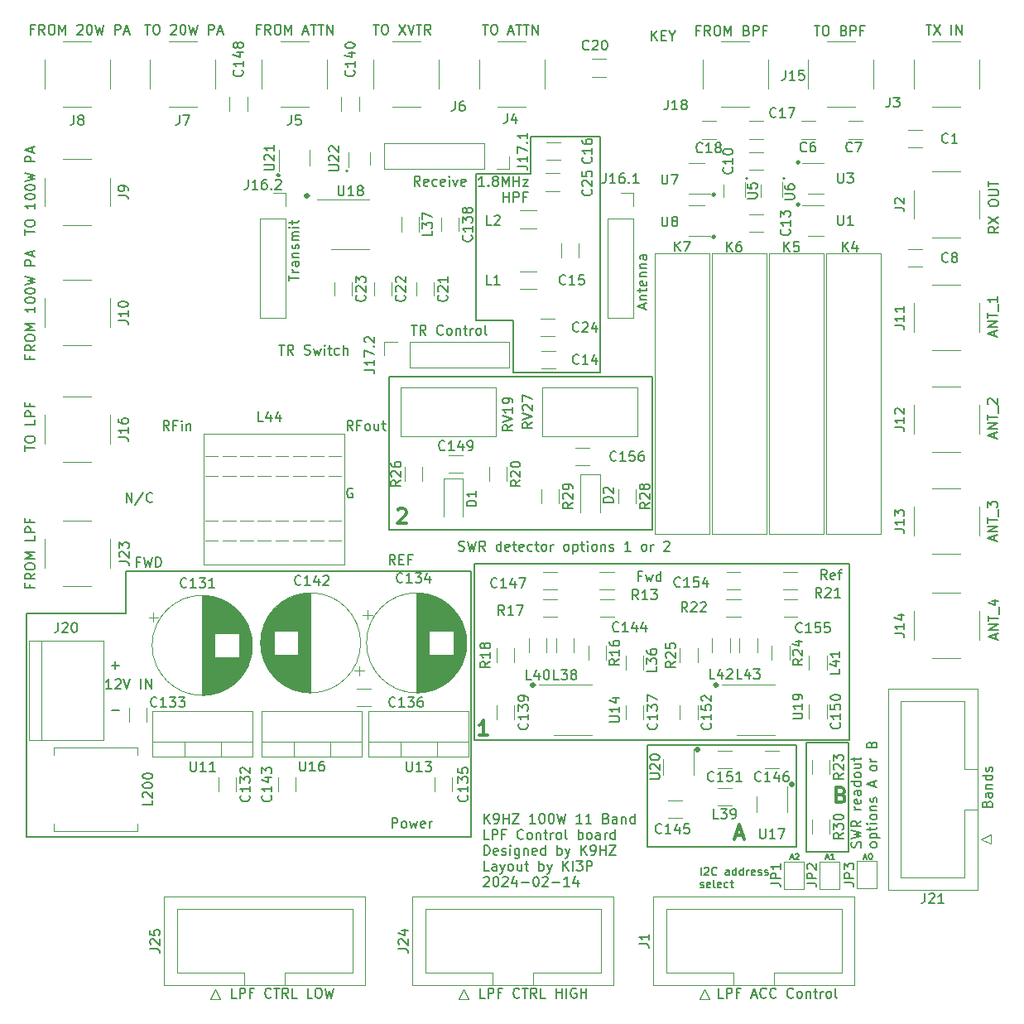
<source format=gbr>
%TF.GenerationSoftware,KiCad,Pcbnew,9.0.2*%
%TF.CreationDate,2025-07-28T11:32:36-05:00*%
%TF.ProjectId,K9HZ_100W_11band_LPF-Control,4b39485a-5f31-4303-9057-5f313162616e,rev?*%
%TF.SameCoordinates,Original*%
%TF.FileFunction,Legend,Top*%
%TF.FilePolarity,Positive*%
%FSLAX46Y46*%
G04 Gerber Fmt 4.6, Leading zero omitted, Abs format (unit mm)*
G04 Created by KiCad (PCBNEW 9.0.2) date 2025-07-28 11:32:36*
%MOMM*%
%LPD*%
G01*
G04 APERTURE LIST*
%ADD10C,0.329000*%
%ADD11C,0.150000*%
%ADD12C,0.300000*%
%ADD13C,0.120000*%
%ADD14C,0.239605*%
%ADD15C,0.187000*%
G04 APERTURE END LIST*
D10*
X138656000Y-120904000D02*
G75*
G02*
X138327000Y-120904000I-164500J0D01*
G01*
X138327000Y-120904000D02*
G75*
G02*
X138656000Y-120904000I164500J0D01*
G01*
D11*
X111760000Y-54610000D02*
X111760000Y-58420000D01*
X106172000Y-58420000D02*
X106172000Y-73406000D01*
X106172000Y-73406000D02*
X109982000Y-73406000D01*
D10*
X129004000Y-117348000D02*
G75*
G02*
X128675000Y-117348000I-164500J0D01*
G01*
X128675000Y-117348000D02*
G75*
G02*
X129004000Y-117348000I164500J0D01*
G01*
D11*
X109982000Y-73406000D02*
X109982000Y-78740000D01*
X70358000Y-99060000D02*
X70358000Y-103378000D01*
X105664000Y-126238000D02*
X105664000Y-99060000D01*
D10*
X130913000Y-110744000D02*
G75*
G02*
X130584000Y-110744000I-164500J0D01*
G01*
X130584000Y-110744000D02*
G75*
G02*
X130913000Y-110744000I164500J0D01*
G01*
D11*
X97307400Y-79171800D02*
X124256800Y-79171800D01*
X124256800Y-94894400D01*
X97307400Y-94894400D01*
X97307400Y-79171800D01*
X60198000Y-126238000D02*
X105664000Y-126238000D01*
X70358000Y-103378000D02*
X60198000Y-103378000D01*
X123759500Y-116840000D02*
X138999500Y-116840000D01*
X138999500Y-127254000D01*
X123759500Y-127254000D01*
X123759500Y-116840000D01*
X118872000Y-54610000D02*
X111760000Y-54610000D01*
X118872000Y-78740000D02*
X118872000Y-54610000D01*
X60198000Y-103378000D02*
X60198000Y-126238000D01*
D10*
X112178500Y-110744000D02*
G75*
G02*
X111849500Y-110744000I-164500J0D01*
G01*
X111849500Y-110744000D02*
G75*
G02*
X112178500Y-110744000I164500J0D01*
G01*
D11*
X109982000Y-78740000D02*
X118872000Y-78740000D01*
D10*
X89064500Y-60706000D02*
G75*
G02*
X88735500Y-60706000I-164500J0D01*
G01*
X88735500Y-60706000D02*
G75*
G02*
X89064500Y-60706000I164500J0D01*
G01*
D11*
X106049000Y-98298000D02*
X144403000Y-98298000D01*
X144403000Y-116332000D01*
X106049000Y-116332000D01*
X106049000Y-98298000D01*
X111760000Y-58420000D02*
X106172000Y-58420000D01*
X139954000Y-116586000D02*
X144272000Y-116586000D01*
X144272000Y-127762000D01*
X139954000Y-127762000D01*
X139954000Y-116586000D01*
X105664000Y-99060000D02*
X70358000Y-99060000D01*
D12*
X107389225Y-115878828D02*
X106532082Y-115878828D01*
X106960653Y-115878828D02*
X106960653Y-114378828D01*
X106960653Y-114378828D02*
X106817796Y-114593114D01*
X106817796Y-114593114D02*
X106674939Y-114735971D01*
X106674939Y-114735971D02*
X106532082Y-114807400D01*
X143548510Y-121951114D02*
X143762796Y-122022542D01*
X143762796Y-122022542D02*
X143834225Y-122093971D01*
X143834225Y-122093971D02*
X143905653Y-122236828D01*
X143905653Y-122236828D02*
X143905653Y-122451114D01*
X143905653Y-122451114D02*
X143834225Y-122593971D01*
X143834225Y-122593971D02*
X143762796Y-122665400D01*
X143762796Y-122665400D02*
X143619939Y-122736828D01*
X143619939Y-122736828D02*
X143048510Y-122736828D01*
X143048510Y-122736828D02*
X143048510Y-121236828D01*
X143048510Y-121236828D02*
X143548510Y-121236828D01*
X143548510Y-121236828D02*
X143691368Y-121308257D01*
X143691368Y-121308257D02*
X143762796Y-121379685D01*
X143762796Y-121379685D02*
X143834225Y-121522542D01*
X143834225Y-121522542D02*
X143834225Y-121665400D01*
X143834225Y-121665400D02*
X143762796Y-121808257D01*
X143762796Y-121808257D02*
X143691368Y-121879685D01*
X143691368Y-121879685D02*
X143548510Y-121951114D01*
X143548510Y-121951114D02*
X143048510Y-121951114D01*
D11*
X60560009Y-100421887D02*
X60560009Y-100755220D01*
X61083819Y-100755220D02*
X60083819Y-100755220D01*
X60083819Y-100755220D02*
X60083819Y-100279030D01*
X61083819Y-99326649D02*
X60607628Y-99659982D01*
X61083819Y-99898077D02*
X60083819Y-99898077D01*
X60083819Y-99898077D02*
X60083819Y-99517125D01*
X60083819Y-99517125D02*
X60131438Y-99421887D01*
X60131438Y-99421887D02*
X60179057Y-99374268D01*
X60179057Y-99374268D02*
X60274295Y-99326649D01*
X60274295Y-99326649D02*
X60417152Y-99326649D01*
X60417152Y-99326649D02*
X60512390Y-99374268D01*
X60512390Y-99374268D02*
X60560009Y-99421887D01*
X60560009Y-99421887D02*
X60607628Y-99517125D01*
X60607628Y-99517125D02*
X60607628Y-99898077D01*
X60083819Y-98707601D02*
X60083819Y-98517125D01*
X60083819Y-98517125D02*
X60131438Y-98421887D01*
X60131438Y-98421887D02*
X60226676Y-98326649D01*
X60226676Y-98326649D02*
X60417152Y-98279030D01*
X60417152Y-98279030D02*
X60750485Y-98279030D01*
X60750485Y-98279030D02*
X60940961Y-98326649D01*
X60940961Y-98326649D02*
X61036200Y-98421887D01*
X61036200Y-98421887D02*
X61083819Y-98517125D01*
X61083819Y-98517125D02*
X61083819Y-98707601D01*
X61083819Y-98707601D02*
X61036200Y-98802839D01*
X61036200Y-98802839D02*
X60940961Y-98898077D01*
X60940961Y-98898077D02*
X60750485Y-98945696D01*
X60750485Y-98945696D02*
X60417152Y-98945696D01*
X60417152Y-98945696D02*
X60226676Y-98898077D01*
X60226676Y-98898077D02*
X60131438Y-98802839D01*
X60131438Y-98802839D02*
X60083819Y-98707601D01*
X61083819Y-97850458D02*
X60083819Y-97850458D01*
X60083819Y-97850458D02*
X60798104Y-97517125D01*
X60798104Y-97517125D02*
X60083819Y-97183792D01*
X60083819Y-97183792D02*
X61083819Y-97183792D01*
X61083819Y-95469506D02*
X61083819Y-95945696D01*
X61083819Y-95945696D02*
X60083819Y-95945696D01*
X61083819Y-95136172D02*
X60083819Y-95136172D01*
X60083819Y-95136172D02*
X60083819Y-94755220D01*
X60083819Y-94755220D02*
X60131438Y-94659982D01*
X60131438Y-94659982D02*
X60179057Y-94612363D01*
X60179057Y-94612363D02*
X60274295Y-94564744D01*
X60274295Y-94564744D02*
X60417152Y-94564744D01*
X60417152Y-94564744D02*
X60512390Y-94612363D01*
X60512390Y-94612363D02*
X60560009Y-94659982D01*
X60560009Y-94659982D02*
X60607628Y-94755220D01*
X60607628Y-94755220D02*
X60607628Y-95136172D01*
X60560009Y-93802839D02*
X60560009Y-94136172D01*
X61083819Y-94136172D02*
X60083819Y-94136172D01*
X60083819Y-94136172D02*
X60083819Y-93659982D01*
D12*
X98196882Y-92830085D02*
X98268310Y-92758657D01*
X98268310Y-92758657D02*
X98411168Y-92687228D01*
X98411168Y-92687228D02*
X98768310Y-92687228D01*
X98768310Y-92687228D02*
X98911168Y-92758657D01*
X98911168Y-92758657D02*
X98982596Y-92830085D01*
X98982596Y-92830085D02*
X99054025Y-92972942D01*
X99054025Y-92972942D02*
X99054025Y-93115800D01*
X99054025Y-93115800D02*
X98982596Y-93330085D01*
X98982596Y-93330085D02*
X98125453Y-94187228D01*
X98125453Y-94187228D02*
X99054025Y-94187228D01*
D11*
X129194160Y-130178340D02*
X129194160Y-129378340D01*
X129537016Y-129454530D02*
X129575112Y-129416435D01*
X129575112Y-129416435D02*
X129651302Y-129378340D01*
X129651302Y-129378340D02*
X129841778Y-129378340D01*
X129841778Y-129378340D02*
X129917969Y-129416435D01*
X129917969Y-129416435D02*
X129956064Y-129454530D01*
X129956064Y-129454530D02*
X129994159Y-129530721D01*
X129994159Y-129530721D02*
X129994159Y-129606911D01*
X129994159Y-129606911D02*
X129956064Y-129721197D01*
X129956064Y-129721197D02*
X129498921Y-130178340D01*
X129498921Y-130178340D02*
X129994159Y-130178340D01*
X130794160Y-130102149D02*
X130756064Y-130140245D01*
X130756064Y-130140245D02*
X130641779Y-130178340D01*
X130641779Y-130178340D02*
X130565588Y-130178340D01*
X130565588Y-130178340D02*
X130451302Y-130140245D01*
X130451302Y-130140245D02*
X130375112Y-130064054D01*
X130375112Y-130064054D02*
X130337017Y-129987864D01*
X130337017Y-129987864D02*
X130298921Y-129835483D01*
X130298921Y-129835483D02*
X130298921Y-129721197D01*
X130298921Y-129721197D02*
X130337017Y-129568816D01*
X130337017Y-129568816D02*
X130375112Y-129492625D01*
X130375112Y-129492625D02*
X130451302Y-129416435D01*
X130451302Y-129416435D02*
X130565588Y-129378340D01*
X130565588Y-129378340D02*
X130641779Y-129378340D01*
X130641779Y-129378340D02*
X130756064Y-129416435D01*
X130756064Y-129416435D02*
X130794160Y-129454530D01*
X132089398Y-130178340D02*
X132089398Y-129759292D01*
X132089398Y-129759292D02*
X132051303Y-129683102D01*
X132051303Y-129683102D02*
X131975112Y-129645006D01*
X131975112Y-129645006D02*
X131822731Y-129645006D01*
X131822731Y-129645006D02*
X131746541Y-129683102D01*
X132089398Y-130140245D02*
X132013207Y-130178340D01*
X132013207Y-130178340D02*
X131822731Y-130178340D01*
X131822731Y-130178340D02*
X131746541Y-130140245D01*
X131746541Y-130140245D02*
X131708445Y-130064054D01*
X131708445Y-130064054D02*
X131708445Y-129987864D01*
X131708445Y-129987864D02*
X131746541Y-129911673D01*
X131746541Y-129911673D02*
X131822731Y-129873578D01*
X131822731Y-129873578D02*
X132013207Y-129873578D01*
X132013207Y-129873578D02*
X132089398Y-129835483D01*
X132813208Y-130178340D02*
X132813208Y-129378340D01*
X132813208Y-130140245D02*
X132737017Y-130178340D01*
X132737017Y-130178340D02*
X132584636Y-130178340D01*
X132584636Y-130178340D02*
X132508446Y-130140245D01*
X132508446Y-130140245D02*
X132470351Y-130102149D01*
X132470351Y-130102149D02*
X132432255Y-130025959D01*
X132432255Y-130025959D02*
X132432255Y-129797387D01*
X132432255Y-129797387D02*
X132470351Y-129721197D01*
X132470351Y-129721197D02*
X132508446Y-129683102D01*
X132508446Y-129683102D02*
X132584636Y-129645006D01*
X132584636Y-129645006D02*
X132737017Y-129645006D01*
X132737017Y-129645006D02*
X132813208Y-129683102D01*
X133537018Y-130178340D02*
X133537018Y-129378340D01*
X133537018Y-130140245D02*
X133460827Y-130178340D01*
X133460827Y-130178340D02*
X133308446Y-130178340D01*
X133308446Y-130178340D02*
X133232256Y-130140245D01*
X133232256Y-130140245D02*
X133194161Y-130102149D01*
X133194161Y-130102149D02*
X133156065Y-130025959D01*
X133156065Y-130025959D02*
X133156065Y-129797387D01*
X133156065Y-129797387D02*
X133194161Y-129721197D01*
X133194161Y-129721197D02*
X133232256Y-129683102D01*
X133232256Y-129683102D02*
X133308446Y-129645006D01*
X133308446Y-129645006D02*
X133460827Y-129645006D01*
X133460827Y-129645006D02*
X133537018Y-129683102D01*
X133917971Y-130178340D02*
X133917971Y-129645006D01*
X133917971Y-129797387D02*
X133956066Y-129721197D01*
X133956066Y-129721197D02*
X133994161Y-129683102D01*
X133994161Y-129683102D02*
X134070352Y-129645006D01*
X134070352Y-129645006D02*
X134146542Y-129645006D01*
X134717971Y-130140245D02*
X134641780Y-130178340D01*
X134641780Y-130178340D02*
X134489399Y-130178340D01*
X134489399Y-130178340D02*
X134413209Y-130140245D01*
X134413209Y-130140245D02*
X134375113Y-130064054D01*
X134375113Y-130064054D02*
X134375113Y-129759292D01*
X134375113Y-129759292D02*
X134413209Y-129683102D01*
X134413209Y-129683102D02*
X134489399Y-129645006D01*
X134489399Y-129645006D02*
X134641780Y-129645006D01*
X134641780Y-129645006D02*
X134717971Y-129683102D01*
X134717971Y-129683102D02*
X134756066Y-129759292D01*
X134756066Y-129759292D02*
X134756066Y-129835483D01*
X134756066Y-129835483D02*
X134375113Y-129911673D01*
X135060827Y-130140245D02*
X135137018Y-130178340D01*
X135137018Y-130178340D02*
X135289399Y-130178340D01*
X135289399Y-130178340D02*
X135365589Y-130140245D01*
X135365589Y-130140245D02*
X135403685Y-130064054D01*
X135403685Y-130064054D02*
X135403685Y-130025959D01*
X135403685Y-130025959D02*
X135365589Y-129949768D01*
X135365589Y-129949768D02*
X135289399Y-129911673D01*
X135289399Y-129911673D02*
X135175113Y-129911673D01*
X135175113Y-129911673D02*
X135098923Y-129873578D01*
X135098923Y-129873578D02*
X135060827Y-129797387D01*
X135060827Y-129797387D02*
X135060827Y-129759292D01*
X135060827Y-129759292D02*
X135098923Y-129683102D01*
X135098923Y-129683102D02*
X135175113Y-129645006D01*
X135175113Y-129645006D02*
X135289399Y-129645006D01*
X135289399Y-129645006D02*
X135365589Y-129683102D01*
X135708446Y-130140245D02*
X135784637Y-130178340D01*
X135784637Y-130178340D02*
X135937018Y-130178340D01*
X135937018Y-130178340D02*
X136013208Y-130140245D01*
X136013208Y-130140245D02*
X136051304Y-130064054D01*
X136051304Y-130064054D02*
X136051304Y-130025959D01*
X136051304Y-130025959D02*
X136013208Y-129949768D01*
X136013208Y-129949768D02*
X135937018Y-129911673D01*
X135937018Y-129911673D02*
X135822732Y-129911673D01*
X135822732Y-129911673D02*
X135746542Y-129873578D01*
X135746542Y-129873578D02*
X135708446Y-129797387D01*
X135708446Y-129797387D02*
X135708446Y-129759292D01*
X135708446Y-129759292D02*
X135746542Y-129683102D01*
X135746542Y-129683102D02*
X135822732Y-129645006D01*
X135822732Y-129645006D02*
X135937018Y-129645006D01*
X135937018Y-129645006D02*
X136013208Y-129683102D01*
X129156064Y-131428200D02*
X129232255Y-131466295D01*
X129232255Y-131466295D02*
X129384636Y-131466295D01*
X129384636Y-131466295D02*
X129460826Y-131428200D01*
X129460826Y-131428200D02*
X129498922Y-131352009D01*
X129498922Y-131352009D02*
X129498922Y-131313914D01*
X129498922Y-131313914D02*
X129460826Y-131237723D01*
X129460826Y-131237723D02*
X129384636Y-131199628D01*
X129384636Y-131199628D02*
X129270350Y-131199628D01*
X129270350Y-131199628D02*
X129194160Y-131161533D01*
X129194160Y-131161533D02*
X129156064Y-131085342D01*
X129156064Y-131085342D02*
X129156064Y-131047247D01*
X129156064Y-131047247D02*
X129194160Y-130971057D01*
X129194160Y-130971057D02*
X129270350Y-130932961D01*
X129270350Y-130932961D02*
X129384636Y-130932961D01*
X129384636Y-130932961D02*
X129460826Y-130971057D01*
X130146541Y-131428200D02*
X130070350Y-131466295D01*
X130070350Y-131466295D02*
X129917969Y-131466295D01*
X129917969Y-131466295D02*
X129841779Y-131428200D01*
X129841779Y-131428200D02*
X129803683Y-131352009D01*
X129803683Y-131352009D02*
X129803683Y-131047247D01*
X129803683Y-131047247D02*
X129841779Y-130971057D01*
X129841779Y-130971057D02*
X129917969Y-130932961D01*
X129917969Y-130932961D02*
X130070350Y-130932961D01*
X130070350Y-130932961D02*
X130146541Y-130971057D01*
X130146541Y-130971057D02*
X130184636Y-131047247D01*
X130184636Y-131047247D02*
X130184636Y-131123438D01*
X130184636Y-131123438D02*
X129803683Y-131199628D01*
X130641778Y-131466295D02*
X130565588Y-131428200D01*
X130565588Y-131428200D02*
X130527493Y-131352009D01*
X130527493Y-131352009D02*
X130527493Y-130666295D01*
X131251303Y-131428200D02*
X131175112Y-131466295D01*
X131175112Y-131466295D02*
X131022731Y-131466295D01*
X131022731Y-131466295D02*
X130946541Y-131428200D01*
X130946541Y-131428200D02*
X130908445Y-131352009D01*
X130908445Y-131352009D02*
X130908445Y-131047247D01*
X130908445Y-131047247D02*
X130946541Y-130971057D01*
X130946541Y-130971057D02*
X131022731Y-130932961D01*
X131022731Y-130932961D02*
X131175112Y-130932961D01*
X131175112Y-130932961D02*
X131251303Y-130971057D01*
X131251303Y-130971057D02*
X131289398Y-131047247D01*
X131289398Y-131047247D02*
X131289398Y-131123438D01*
X131289398Y-131123438D02*
X130908445Y-131199628D01*
X131975112Y-131428200D02*
X131898921Y-131466295D01*
X131898921Y-131466295D02*
X131746540Y-131466295D01*
X131746540Y-131466295D02*
X131670350Y-131428200D01*
X131670350Y-131428200D02*
X131632255Y-131390104D01*
X131632255Y-131390104D02*
X131594159Y-131313914D01*
X131594159Y-131313914D02*
X131594159Y-131085342D01*
X131594159Y-131085342D02*
X131632255Y-131009152D01*
X131632255Y-131009152D02*
X131670350Y-130971057D01*
X131670350Y-130971057D02*
X131746540Y-130932961D01*
X131746540Y-130932961D02*
X131898921Y-130932961D01*
X131898921Y-130932961D02*
X131975112Y-130971057D01*
X132203683Y-130932961D02*
X132508445Y-130932961D01*
X132317969Y-130666295D02*
X132317969Y-131352009D01*
X132317969Y-131352009D02*
X132356064Y-131428200D01*
X132356064Y-131428200D02*
X132432254Y-131466295D01*
X132432254Y-131466295D02*
X132508445Y-131466295D01*
X140782922Y-43319819D02*
X141354350Y-43319819D01*
X141068636Y-44319819D02*
X141068636Y-43319819D01*
X141878160Y-43319819D02*
X142068636Y-43319819D01*
X142068636Y-43319819D02*
X142163874Y-43367438D01*
X142163874Y-43367438D02*
X142259112Y-43462676D01*
X142259112Y-43462676D02*
X142306731Y-43653152D01*
X142306731Y-43653152D02*
X142306731Y-43986485D01*
X142306731Y-43986485D02*
X142259112Y-44176961D01*
X142259112Y-44176961D02*
X142163874Y-44272200D01*
X142163874Y-44272200D02*
X142068636Y-44319819D01*
X142068636Y-44319819D02*
X141878160Y-44319819D01*
X141878160Y-44319819D02*
X141782922Y-44272200D01*
X141782922Y-44272200D02*
X141687684Y-44176961D01*
X141687684Y-44176961D02*
X141640065Y-43986485D01*
X141640065Y-43986485D02*
X141640065Y-43653152D01*
X141640065Y-43653152D02*
X141687684Y-43462676D01*
X141687684Y-43462676D02*
X141782922Y-43367438D01*
X141782922Y-43367438D02*
X141878160Y-43319819D01*
X143830541Y-43796009D02*
X143973398Y-43843628D01*
X143973398Y-43843628D02*
X144021017Y-43891247D01*
X144021017Y-43891247D02*
X144068636Y-43986485D01*
X144068636Y-43986485D02*
X144068636Y-44129342D01*
X144068636Y-44129342D02*
X144021017Y-44224580D01*
X144021017Y-44224580D02*
X143973398Y-44272200D01*
X143973398Y-44272200D02*
X143878160Y-44319819D01*
X143878160Y-44319819D02*
X143497208Y-44319819D01*
X143497208Y-44319819D02*
X143497208Y-43319819D01*
X143497208Y-43319819D02*
X143830541Y-43319819D01*
X143830541Y-43319819D02*
X143925779Y-43367438D01*
X143925779Y-43367438D02*
X143973398Y-43415057D01*
X143973398Y-43415057D02*
X144021017Y-43510295D01*
X144021017Y-43510295D02*
X144021017Y-43605533D01*
X144021017Y-43605533D02*
X143973398Y-43700771D01*
X143973398Y-43700771D02*
X143925779Y-43748390D01*
X143925779Y-43748390D02*
X143830541Y-43796009D01*
X143830541Y-43796009D02*
X143497208Y-43796009D01*
X144497208Y-44319819D02*
X144497208Y-43319819D01*
X144497208Y-43319819D02*
X144878160Y-43319819D01*
X144878160Y-43319819D02*
X144973398Y-43367438D01*
X144973398Y-43367438D02*
X145021017Y-43415057D01*
X145021017Y-43415057D02*
X145068636Y-43510295D01*
X145068636Y-43510295D02*
X145068636Y-43653152D01*
X145068636Y-43653152D02*
X145021017Y-43748390D01*
X145021017Y-43748390D02*
X144973398Y-43796009D01*
X144973398Y-43796009D02*
X144878160Y-43843628D01*
X144878160Y-43843628D02*
X144497208Y-43843628D01*
X145830541Y-43796009D02*
X145497208Y-43796009D01*
X145497208Y-44319819D02*
X145497208Y-43319819D01*
X145497208Y-43319819D02*
X145973398Y-43319819D01*
X145856569Y-128398342D02*
X146142284Y-128398342D01*
X145799426Y-128569771D02*
X145999426Y-127969771D01*
X145999426Y-127969771D02*
X146199426Y-128569771D01*
X146513712Y-127969771D02*
X146570855Y-127969771D01*
X146570855Y-127969771D02*
X146627998Y-127998342D01*
X146627998Y-127998342D02*
X146656570Y-128026914D01*
X146656570Y-128026914D02*
X146685141Y-128084057D01*
X146685141Y-128084057D02*
X146713712Y-128198342D01*
X146713712Y-128198342D02*
X146713712Y-128341200D01*
X146713712Y-128341200D02*
X146685141Y-128455485D01*
X146685141Y-128455485D02*
X146656570Y-128512628D01*
X146656570Y-128512628D02*
X146627998Y-128541200D01*
X146627998Y-128541200D02*
X146570855Y-128569771D01*
X146570855Y-128569771D02*
X146513712Y-128569771D01*
X146513712Y-128569771D02*
X146456570Y-128541200D01*
X146456570Y-128541200D02*
X146427998Y-128512628D01*
X146427998Y-128512628D02*
X146399427Y-128455485D01*
X146399427Y-128455485D02*
X146370855Y-128341200D01*
X146370855Y-128341200D02*
X146370855Y-128198342D01*
X146370855Y-128198342D02*
X146399427Y-128084057D01*
X146399427Y-128084057D02*
X146427998Y-128026914D01*
X146427998Y-128026914D02*
X146456570Y-127998342D01*
X146456570Y-127998342D02*
X146513712Y-127969771D01*
X81711969Y-142744819D02*
X81235779Y-142744819D01*
X81235779Y-142744819D02*
X81235779Y-141744819D01*
X82045303Y-142744819D02*
X82045303Y-141744819D01*
X82045303Y-141744819D02*
X82426255Y-141744819D01*
X82426255Y-141744819D02*
X82521493Y-141792438D01*
X82521493Y-141792438D02*
X82569112Y-141840057D01*
X82569112Y-141840057D02*
X82616731Y-141935295D01*
X82616731Y-141935295D02*
X82616731Y-142078152D01*
X82616731Y-142078152D02*
X82569112Y-142173390D01*
X82569112Y-142173390D02*
X82521493Y-142221009D01*
X82521493Y-142221009D02*
X82426255Y-142268628D01*
X82426255Y-142268628D02*
X82045303Y-142268628D01*
X83378636Y-142221009D02*
X83045303Y-142221009D01*
X83045303Y-142744819D02*
X83045303Y-141744819D01*
X83045303Y-141744819D02*
X83521493Y-141744819D01*
X85235779Y-142649580D02*
X85188160Y-142697200D01*
X85188160Y-142697200D02*
X85045303Y-142744819D01*
X85045303Y-142744819D02*
X84950065Y-142744819D01*
X84950065Y-142744819D02*
X84807208Y-142697200D01*
X84807208Y-142697200D02*
X84711970Y-142601961D01*
X84711970Y-142601961D02*
X84664351Y-142506723D01*
X84664351Y-142506723D02*
X84616732Y-142316247D01*
X84616732Y-142316247D02*
X84616732Y-142173390D01*
X84616732Y-142173390D02*
X84664351Y-141982914D01*
X84664351Y-141982914D02*
X84711970Y-141887676D01*
X84711970Y-141887676D02*
X84807208Y-141792438D01*
X84807208Y-141792438D02*
X84950065Y-141744819D01*
X84950065Y-141744819D02*
X85045303Y-141744819D01*
X85045303Y-141744819D02*
X85188160Y-141792438D01*
X85188160Y-141792438D02*
X85235779Y-141840057D01*
X85521494Y-141744819D02*
X86092922Y-141744819D01*
X85807208Y-142744819D02*
X85807208Y-141744819D01*
X86997684Y-142744819D02*
X86664351Y-142268628D01*
X86426256Y-142744819D02*
X86426256Y-141744819D01*
X86426256Y-141744819D02*
X86807208Y-141744819D01*
X86807208Y-141744819D02*
X86902446Y-141792438D01*
X86902446Y-141792438D02*
X86950065Y-141840057D01*
X86950065Y-141840057D02*
X86997684Y-141935295D01*
X86997684Y-141935295D02*
X86997684Y-142078152D01*
X86997684Y-142078152D02*
X86950065Y-142173390D01*
X86950065Y-142173390D02*
X86902446Y-142221009D01*
X86902446Y-142221009D02*
X86807208Y-142268628D01*
X86807208Y-142268628D02*
X86426256Y-142268628D01*
X87902446Y-142744819D02*
X87426256Y-142744819D01*
X87426256Y-142744819D02*
X87426256Y-141744819D01*
X89473875Y-142744819D02*
X88997685Y-142744819D01*
X88997685Y-142744819D02*
X88997685Y-141744819D01*
X89997685Y-141744819D02*
X90188161Y-141744819D01*
X90188161Y-141744819D02*
X90283399Y-141792438D01*
X90283399Y-141792438D02*
X90378637Y-141887676D01*
X90378637Y-141887676D02*
X90426256Y-142078152D01*
X90426256Y-142078152D02*
X90426256Y-142411485D01*
X90426256Y-142411485D02*
X90378637Y-142601961D01*
X90378637Y-142601961D02*
X90283399Y-142697200D01*
X90283399Y-142697200D02*
X90188161Y-142744819D01*
X90188161Y-142744819D02*
X89997685Y-142744819D01*
X89997685Y-142744819D02*
X89902447Y-142697200D01*
X89902447Y-142697200D02*
X89807209Y-142601961D01*
X89807209Y-142601961D02*
X89759590Y-142411485D01*
X89759590Y-142411485D02*
X89759590Y-142078152D01*
X89759590Y-142078152D02*
X89807209Y-141887676D01*
X89807209Y-141887676D02*
X89902447Y-141792438D01*
X89902447Y-141792438D02*
X89997685Y-141744819D01*
X90759590Y-141744819D02*
X90997685Y-142744819D01*
X90997685Y-142744819D02*
X91188161Y-142030533D01*
X91188161Y-142030533D02*
X91378637Y-142744819D01*
X91378637Y-142744819D02*
X91616733Y-141744819D01*
X97618779Y-125345819D02*
X97618779Y-124345819D01*
X97618779Y-124345819D02*
X97999731Y-124345819D01*
X97999731Y-124345819D02*
X98094969Y-124393438D01*
X98094969Y-124393438D02*
X98142588Y-124441057D01*
X98142588Y-124441057D02*
X98190207Y-124536295D01*
X98190207Y-124536295D02*
X98190207Y-124679152D01*
X98190207Y-124679152D02*
X98142588Y-124774390D01*
X98142588Y-124774390D02*
X98094969Y-124822009D01*
X98094969Y-124822009D02*
X97999731Y-124869628D01*
X97999731Y-124869628D02*
X97618779Y-124869628D01*
X98761636Y-125345819D02*
X98666398Y-125298200D01*
X98666398Y-125298200D02*
X98618779Y-125250580D01*
X98618779Y-125250580D02*
X98571160Y-125155342D01*
X98571160Y-125155342D02*
X98571160Y-124869628D01*
X98571160Y-124869628D02*
X98618779Y-124774390D01*
X98618779Y-124774390D02*
X98666398Y-124726771D01*
X98666398Y-124726771D02*
X98761636Y-124679152D01*
X98761636Y-124679152D02*
X98904493Y-124679152D01*
X98904493Y-124679152D02*
X98999731Y-124726771D01*
X98999731Y-124726771D02*
X99047350Y-124774390D01*
X99047350Y-124774390D02*
X99094969Y-124869628D01*
X99094969Y-124869628D02*
X99094969Y-125155342D01*
X99094969Y-125155342D02*
X99047350Y-125250580D01*
X99047350Y-125250580D02*
X98999731Y-125298200D01*
X98999731Y-125298200D02*
X98904493Y-125345819D01*
X98904493Y-125345819D02*
X98761636Y-125345819D01*
X99428303Y-124679152D02*
X99618779Y-125345819D01*
X99618779Y-125345819D02*
X99809255Y-124869628D01*
X99809255Y-124869628D02*
X99999731Y-125345819D01*
X99999731Y-125345819D02*
X100190207Y-124679152D01*
X100952112Y-125298200D02*
X100856874Y-125345819D01*
X100856874Y-125345819D02*
X100666398Y-125345819D01*
X100666398Y-125345819D02*
X100571160Y-125298200D01*
X100571160Y-125298200D02*
X100523541Y-125202961D01*
X100523541Y-125202961D02*
X100523541Y-124822009D01*
X100523541Y-124822009D02*
X100571160Y-124726771D01*
X100571160Y-124726771D02*
X100666398Y-124679152D01*
X100666398Y-124679152D02*
X100856874Y-124679152D01*
X100856874Y-124679152D02*
X100952112Y-124726771D01*
X100952112Y-124726771D02*
X100999731Y-124822009D01*
X100999731Y-124822009D02*
X100999731Y-124917247D01*
X100999731Y-124917247D02*
X100523541Y-125012485D01*
X101428303Y-125345819D02*
X101428303Y-124679152D01*
X101428303Y-124869628D02*
X101475922Y-124774390D01*
X101475922Y-124774390D02*
X101523541Y-124726771D01*
X101523541Y-124726771D02*
X101618779Y-124679152D01*
X101618779Y-124679152D02*
X101714017Y-124679152D01*
X159223104Y-75021839D02*
X159223104Y-74545649D01*
X159508819Y-75117077D02*
X158508819Y-74783744D01*
X158508819Y-74783744D02*
X159508819Y-74450411D01*
X159508819Y-74117077D02*
X158508819Y-74117077D01*
X158508819Y-74117077D02*
X159508819Y-73545649D01*
X159508819Y-73545649D02*
X158508819Y-73545649D01*
X158508819Y-73212315D02*
X158508819Y-72640887D01*
X159508819Y-72926601D02*
X158508819Y-72926601D01*
X159604057Y-72545649D02*
X159604057Y-71783744D01*
X159508819Y-71021839D02*
X159508819Y-71593267D01*
X159508819Y-71307553D02*
X158508819Y-71307553D01*
X158508819Y-71307553D02*
X158651676Y-71402791D01*
X158651676Y-71402791D02*
X158746914Y-71498029D01*
X158746914Y-71498029D02*
X158794533Y-71593267D01*
X74822207Y-84705819D02*
X74488874Y-84229628D01*
X74250779Y-84705819D02*
X74250779Y-83705819D01*
X74250779Y-83705819D02*
X74631731Y-83705819D01*
X74631731Y-83705819D02*
X74726969Y-83753438D01*
X74726969Y-83753438D02*
X74774588Y-83801057D01*
X74774588Y-83801057D02*
X74822207Y-83896295D01*
X74822207Y-83896295D02*
X74822207Y-84039152D01*
X74822207Y-84039152D02*
X74774588Y-84134390D01*
X74774588Y-84134390D02*
X74726969Y-84182009D01*
X74726969Y-84182009D02*
X74631731Y-84229628D01*
X74631731Y-84229628D02*
X74250779Y-84229628D01*
X75584112Y-84182009D02*
X75250779Y-84182009D01*
X75250779Y-84705819D02*
X75250779Y-83705819D01*
X75250779Y-83705819D02*
X75726969Y-83705819D01*
X76107922Y-84705819D02*
X76107922Y-84039152D01*
X76107922Y-83705819D02*
X76060303Y-83753438D01*
X76060303Y-83753438D02*
X76107922Y-83801057D01*
X76107922Y-83801057D02*
X76155541Y-83753438D01*
X76155541Y-83753438D02*
X76107922Y-83705819D01*
X76107922Y-83705819D02*
X76107922Y-83801057D01*
X76584112Y-84039152D02*
X76584112Y-84705819D01*
X76584112Y-84134390D02*
X76631731Y-84086771D01*
X76631731Y-84086771D02*
X76726969Y-84039152D01*
X76726969Y-84039152D02*
X76869826Y-84039152D01*
X76869826Y-84039152D02*
X76965064Y-84086771D01*
X76965064Y-84086771D02*
X77012683Y-84182009D01*
X77012683Y-84182009D02*
X77012683Y-84705819D01*
X60995112Y-43669009D02*
X60661779Y-43669009D01*
X60661779Y-44192819D02*
X60661779Y-43192819D01*
X60661779Y-43192819D02*
X61137969Y-43192819D01*
X62090350Y-44192819D02*
X61757017Y-43716628D01*
X61518922Y-44192819D02*
X61518922Y-43192819D01*
X61518922Y-43192819D02*
X61899874Y-43192819D01*
X61899874Y-43192819D02*
X61995112Y-43240438D01*
X61995112Y-43240438D02*
X62042731Y-43288057D01*
X62042731Y-43288057D02*
X62090350Y-43383295D01*
X62090350Y-43383295D02*
X62090350Y-43526152D01*
X62090350Y-43526152D02*
X62042731Y-43621390D01*
X62042731Y-43621390D02*
X61995112Y-43669009D01*
X61995112Y-43669009D02*
X61899874Y-43716628D01*
X61899874Y-43716628D02*
X61518922Y-43716628D01*
X62709398Y-43192819D02*
X62899874Y-43192819D01*
X62899874Y-43192819D02*
X62995112Y-43240438D01*
X62995112Y-43240438D02*
X63090350Y-43335676D01*
X63090350Y-43335676D02*
X63137969Y-43526152D01*
X63137969Y-43526152D02*
X63137969Y-43859485D01*
X63137969Y-43859485D02*
X63090350Y-44049961D01*
X63090350Y-44049961D02*
X62995112Y-44145200D01*
X62995112Y-44145200D02*
X62899874Y-44192819D01*
X62899874Y-44192819D02*
X62709398Y-44192819D01*
X62709398Y-44192819D02*
X62614160Y-44145200D01*
X62614160Y-44145200D02*
X62518922Y-44049961D01*
X62518922Y-44049961D02*
X62471303Y-43859485D01*
X62471303Y-43859485D02*
X62471303Y-43526152D01*
X62471303Y-43526152D02*
X62518922Y-43335676D01*
X62518922Y-43335676D02*
X62614160Y-43240438D01*
X62614160Y-43240438D02*
X62709398Y-43192819D01*
X63566541Y-44192819D02*
X63566541Y-43192819D01*
X63566541Y-43192819D02*
X63899874Y-43907104D01*
X63899874Y-43907104D02*
X64233207Y-43192819D01*
X64233207Y-43192819D02*
X64233207Y-44192819D01*
X65423684Y-43288057D02*
X65471303Y-43240438D01*
X65471303Y-43240438D02*
X65566541Y-43192819D01*
X65566541Y-43192819D02*
X65804636Y-43192819D01*
X65804636Y-43192819D02*
X65899874Y-43240438D01*
X65899874Y-43240438D02*
X65947493Y-43288057D01*
X65947493Y-43288057D02*
X65995112Y-43383295D01*
X65995112Y-43383295D02*
X65995112Y-43478533D01*
X65995112Y-43478533D02*
X65947493Y-43621390D01*
X65947493Y-43621390D02*
X65376065Y-44192819D01*
X65376065Y-44192819D02*
X65995112Y-44192819D01*
X66614160Y-43192819D02*
X66709398Y-43192819D01*
X66709398Y-43192819D02*
X66804636Y-43240438D01*
X66804636Y-43240438D02*
X66852255Y-43288057D01*
X66852255Y-43288057D02*
X66899874Y-43383295D01*
X66899874Y-43383295D02*
X66947493Y-43573771D01*
X66947493Y-43573771D02*
X66947493Y-43811866D01*
X66947493Y-43811866D02*
X66899874Y-44002342D01*
X66899874Y-44002342D02*
X66852255Y-44097580D01*
X66852255Y-44097580D02*
X66804636Y-44145200D01*
X66804636Y-44145200D02*
X66709398Y-44192819D01*
X66709398Y-44192819D02*
X66614160Y-44192819D01*
X66614160Y-44192819D02*
X66518922Y-44145200D01*
X66518922Y-44145200D02*
X66471303Y-44097580D01*
X66471303Y-44097580D02*
X66423684Y-44002342D01*
X66423684Y-44002342D02*
X66376065Y-43811866D01*
X66376065Y-43811866D02*
X66376065Y-43573771D01*
X66376065Y-43573771D02*
X66423684Y-43383295D01*
X66423684Y-43383295D02*
X66471303Y-43288057D01*
X66471303Y-43288057D02*
X66518922Y-43240438D01*
X66518922Y-43240438D02*
X66614160Y-43192819D01*
X67280827Y-43192819D02*
X67518922Y-44192819D01*
X67518922Y-44192819D02*
X67709398Y-43478533D01*
X67709398Y-43478533D02*
X67899874Y-44192819D01*
X67899874Y-44192819D02*
X68137970Y-43192819D01*
X69280827Y-44192819D02*
X69280827Y-43192819D01*
X69280827Y-43192819D02*
X69661779Y-43192819D01*
X69661779Y-43192819D02*
X69757017Y-43240438D01*
X69757017Y-43240438D02*
X69804636Y-43288057D01*
X69804636Y-43288057D02*
X69852255Y-43383295D01*
X69852255Y-43383295D02*
X69852255Y-43526152D01*
X69852255Y-43526152D02*
X69804636Y-43621390D01*
X69804636Y-43621390D02*
X69757017Y-43669009D01*
X69757017Y-43669009D02*
X69661779Y-43716628D01*
X69661779Y-43716628D02*
X69280827Y-43716628D01*
X70233208Y-43907104D02*
X70709398Y-43907104D01*
X70137970Y-44192819D02*
X70471303Y-43192819D01*
X70471303Y-43192819D02*
X70804636Y-44192819D01*
X145532256Y-127345839D02*
X145579875Y-127202982D01*
X145579875Y-127202982D02*
X145579875Y-126964887D01*
X145579875Y-126964887D02*
X145532256Y-126869649D01*
X145532256Y-126869649D02*
X145484636Y-126822030D01*
X145484636Y-126822030D02*
X145389398Y-126774411D01*
X145389398Y-126774411D02*
X145294160Y-126774411D01*
X145294160Y-126774411D02*
X145198922Y-126822030D01*
X145198922Y-126822030D02*
X145151303Y-126869649D01*
X145151303Y-126869649D02*
X145103684Y-126964887D01*
X145103684Y-126964887D02*
X145056065Y-127155363D01*
X145056065Y-127155363D02*
X145008446Y-127250601D01*
X145008446Y-127250601D02*
X144960827Y-127298220D01*
X144960827Y-127298220D02*
X144865589Y-127345839D01*
X144865589Y-127345839D02*
X144770351Y-127345839D01*
X144770351Y-127345839D02*
X144675113Y-127298220D01*
X144675113Y-127298220D02*
X144627494Y-127250601D01*
X144627494Y-127250601D02*
X144579875Y-127155363D01*
X144579875Y-127155363D02*
X144579875Y-126917268D01*
X144579875Y-126917268D02*
X144627494Y-126774411D01*
X144579875Y-126441077D02*
X145579875Y-126202982D01*
X145579875Y-126202982D02*
X144865589Y-126012506D01*
X144865589Y-126012506D02*
X145579875Y-125822030D01*
X145579875Y-125822030D02*
X144579875Y-125583935D01*
X145579875Y-124631554D02*
X145103684Y-124964887D01*
X145579875Y-125202982D02*
X144579875Y-125202982D01*
X144579875Y-125202982D02*
X144579875Y-124822030D01*
X144579875Y-124822030D02*
X144627494Y-124726792D01*
X144627494Y-124726792D02*
X144675113Y-124679173D01*
X144675113Y-124679173D02*
X144770351Y-124631554D01*
X144770351Y-124631554D02*
X144913208Y-124631554D01*
X144913208Y-124631554D02*
X145008446Y-124679173D01*
X145008446Y-124679173D02*
X145056065Y-124726792D01*
X145056065Y-124726792D02*
X145103684Y-124822030D01*
X145103684Y-124822030D02*
X145103684Y-125202982D01*
X145579875Y-123441077D02*
X144913208Y-123441077D01*
X145103684Y-123441077D02*
X145008446Y-123393458D01*
X145008446Y-123393458D02*
X144960827Y-123345839D01*
X144960827Y-123345839D02*
X144913208Y-123250601D01*
X144913208Y-123250601D02*
X144913208Y-123155363D01*
X145532256Y-122441077D02*
X145579875Y-122536315D01*
X145579875Y-122536315D02*
X145579875Y-122726791D01*
X145579875Y-122726791D02*
X145532256Y-122822029D01*
X145532256Y-122822029D02*
X145437017Y-122869648D01*
X145437017Y-122869648D02*
X145056065Y-122869648D01*
X145056065Y-122869648D02*
X144960827Y-122822029D01*
X144960827Y-122822029D02*
X144913208Y-122726791D01*
X144913208Y-122726791D02*
X144913208Y-122536315D01*
X144913208Y-122536315D02*
X144960827Y-122441077D01*
X144960827Y-122441077D02*
X145056065Y-122393458D01*
X145056065Y-122393458D02*
X145151303Y-122393458D01*
X145151303Y-122393458D02*
X145246541Y-122869648D01*
X145579875Y-121536315D02*
X145056065Y-121536315D01*
X145056065Y-121536315D02*
X144960827Y-121583934D01*
X144960827Y-121583934D02*
X144913208Y-121679172D01*
X144913208Y-121679172D02*
X144913208Y-121869648D01*
X144913208Y-121869648D02*
X144960827Y-121964886D01*
X145532256Y-121536315D02*
X145579875Y-121631553D01*
X145579875Y-121631553D02*
X145579875Y-121869648D01*
X145579875Y-121869648D02*
X145532256Y-121964886D01*
X145532256Y-121964886D02*
X145437017Y-122012505D01*
X145437017Y-122012505D02*
X145341779Y-122012505D01*
X145341779Y-122012505D02*
X145246541Y-121964886D01*
X145246541Y-121964886D02*
X145198922Y-121869648D01*
X145198922Y-121869648D02*
X145198922Y-121631553D01*
X145198922Y-121631553D02*
X145151303Y-121536315D01*
X145579875Y-120631553D02*
X144579875Y-120631553D01*
X145532256Y-120631553D02*
X145579875Y-120726791D01*
X145579875Y-120726791D02*
X145579875Y-120917267D01*
X145579875Y-120917267D02*
X145532256Y-121012505D01*
X145532256Y-121012505D02*
X145484636Y-121060124D01*
X145484636Y-121060124D02*
X145389398Y-121107743D01*
X145389398Y-121107743D02*
X145103684Y-121107743D01*
X145103684Y-121107743D02*
X145008446Y-121060124D01*
X145008446Y-121060124D02*
X144960827Y-121012505D01*
X144960827Y-121012505D02*
X144913208Y-120917267D01*
X144913208Y-120917267D02*
X144913208Y-120726791D01*
X144913208Y-120726791D02*
X144960827Y-120631553D01*
X145579875Y-120012505D02*
X145532256Y-120107743D01*
X145532256Y-120107743D02*
X145484636Y-120155362D01*
X145484636Y-120155362D02*
X145389398Y-120202981D01*
X145389398Y-120202981D02*
X145103684Y-120202981D01*
X145103684Y-120202981D02*
X145008446Y-120155362D01*
X145008446Y-120155362D02*
X144960827Y-120107743D01*
X144960827Y-120107743D02*
X144913208Y-120012505D01*
X144913208Y-120012505D02*
X144913208Y-119869648D01*
X144913208Y-119869648D02*
X144960827Y-119774410D01*
X144960827Y-119774410D02*
X145008446Y-119726791D01*
X145008446Y-119726791D02*
X145103684Y-119679172D01*
X145103684Y-119679172D02*
X145389398Y-119679172D01*
X145389398Y-119679172D02*
X145484636Y-119726791D01*
X145484636Y-119726791D02*
X145532256Y-119774410D01*
X145532256Y-119774410D02*
X145579875Y-119869648D01*
X145579875Y-119869648D02*
X145579875Y-120012505D01*
X144913208Y-118822029D02*
X145579875Y-118822029D01*
X144913208Y-119250600D02*
X145437017Y-119250600D01*
X145437017Y-119250600D02*
X145532256Y-119202981D01*
X145532256Y-119202981D02*
X145579875Y-119107743D01*
X145579875Y-119107743D02*
X145579875Y-118964886D01*
X145579875Y-118964886D02*
X145532256Y-118869648D01*
X145532256Y-118869648D02*
X145484636Y-118822029D01*
X144913208Y-118488695D02*
X144913208Y-118107743D01*
X144579875Y-118345838D02*
X145437017Y-118345838D01*
X145437017Y-118345838D02*
X145532256Y-118298219D01*
X145532256Y-118298219D02*
X145579875Y-118202981D01*
X145579875Y-118202981D02*
X145579875Y-118107743D01*
X147189819Y-127155363D02*
X147142200Y-127250601D01*
X147142200Y-127250601D02*
X147094580Y-127298220D01*
X147094580Y-127298220D02*
X146999342Y-127345839D01*
X146999342Y-127345839D02*
X146713628Y-127345839D01*
X146713628Y-127345839D02*
X146618390Y-127298220D01*
X146618390Y-127298220D02*
X146570771Y-127250601D01*
X146570771Y-127250601D02*
X146523152Y-127155363D01*
X146523152Y-127155363D02*
X146523152Y-127012506D01*
X146523152Y-127012506D02*
X146570771Y-126917268D01*
X146570771Y-126917268D02*
X146618390Y-126869649D01*
X146618390Y-126869649D02*
X146713628Y-126822030D01*
X146713628Y-126822030D02*
X146999342Y-126822030D01*
X146999342Y-126822030D02*
X147094580Y-126869649D01*
X147094580Y-126869649D02*
X147142200Y-126917268D01*
X147142200Y-126917268D02*
X147189819Y-127012506D01*
X147189819Y-127012506D02*
X147189819Y-127155363D01*
X146523152Y-126393458D02*
X147523152Y-126393458D01*
X146570771Y-126393458D02*
X146523152Y-126298220D01*
X146523152Y-126298220D02*
X146523152Y-126107744D01*
X146523152Y-126107744D02*
X146570771Y-126012506D01*
X146570771Y-126012506D02*
X146618390Y-125964887D01*
X146618390Y-125964887D02*
X146713628Y-125917268D01*
X146713628Y-125917268D02*
X146999342Y-125917268D01*
X146999342Y-125917268D02*
X147094580Y-125964887D01*
X147094580Y-125964887D02*
X147142200Y-126012506D01*
X147142200Y-126012506D02*
X147189819Y-126107744D01*
X147189819Y-126107744D02*
X147189819Y-126298220D01*
X147189819Y-126298220D02*
X147142200Y-126393458D01*
X146523152Y-125631553D02*
X146523152Y-125250601D01*
X146189819Y-125488696D02*
X147046961Y-125488696D01*
X147046961Y-125488696D02*
X147142200Y-125441077D01*
X147142200Y-125441077D02*
X147189819Y-125345839D01*
X147189819Y-125345839D02*
X147189819Y-125250601D01*
X147189819Y-124917267D02*
X146523152Y-124917267D01*
X146189819Y-124917267D02*
X146237438Y-124964886D01*
X146237438Y-124964886D02*
X146285057Y-124917267D01*
X146285057Y-124917267D02*
X146237438Y-124869648D01*
X146237438Y-124869648D02*
X146189819Y-124917267D01*
X146189819Y-124917267D02*
X146285057Y-124917267D01*
X147189819Y-124298220D02*
X147142200Y-124393458D01*
X147142200Y-124393458D02*
X147094580Y-124441077D01*
X147094580Y-124441077D02*
X146999342Y-124488696D01*
X146999342Y-124488696D02*
X146713628Y-124488696D01*
X146713628Y-124488696D02*
X146618390Y-124441077D01*
X146618390Y-124441077D02*
X146570771Y-124393458D01*
X146570771Y-124393458D02*
X146523152Y-124298220D01*
X146523152Y-124298220D02*
X146523152Y-124155363D01*
X146523152Y-124155363D02*
X146570771Y-124060125D01*
X146570771Y-124060125D02*
X146618390Y-124012506D01*
X146618390Y-124012506D02*
X146713628Y-123964887D01*
X146713628Y-123964887D02*
X146999342Y-123964887D01*
X146999342Y-123964887D02*
X147094580Y-124012506D01*
X147094580Y-124012506D02*
X147142200Y-124060125D01*
X147142200Y-124060125D02*
X147189819Y-124155363D01*
X147189819Y-124155363D02*
X147189819Y-124298220D01*
X146523152Y-123536315D02*
X147189819Y-123536315D01*
X146618390Y-123536315D02*
X146570771Y-123488696D01*
X146570771Y-123488696D02*
X146523152Y-123393458D01*
X146523152Y-123393458D02*
X146523152Y-123250601D01*
X146523152Y-123250601D02*
X146570771Y-123155363D01*
X146570771Y-123155363D02*
X146666009Y-123107744D01*
X146666009Y-123107744D02*
X147189819Y-123107744D01*
X147142200Y-122679172D02*
X147189819Y-122583934D01*
X147189819Y-122583934D02*
X147189819Y-122393458D01*
X147189819Y-122393458D02*
X147142200Y-122298220D01*
X147142200Y-122298220D02*
X147046961Y-122250601D01*
X147046961Y-122250601D02*
X146999342Y-122250601D01*
X146999342Y-122250601D02*
X146904104Y-122298220D01*
X146904104Y-122298220D02*
X146856485Y-122393458D01*
X146856485Y-122393458D02*
X146856485Y-122536315D01*
X146856485Y-122536315D02*
X146808866Y-122631553D01*
X146808866Y-122631553D02*
X146713628Y-122679172D01*
X146713628Y-122679172D02*
X146666009Y-122679172D01*
X146666009Y-122679172D02*
X146570771Y-122631553D01*
X146570771Y-122631553D02*
X146523152Y-122536315D01*
X146523152Y-122536315D02*
X146523152Y-122393458D01*
X146523152Y-122393458D02*
X146570771Y-122298220D01*
X146904104Y-121107743D02*
X146904104Y-120631553D01*
X147189819Y-121202981D02*
X146189819Y-120869648D01*
X146189819Y-120869648D02*
X147189819Y-120536315D01*
X147189819Y-119298219D02*
X147142200Y-119393457D01*
X147142200Y-119393457D02*
X147094580Y-119441076D01*
X147094580Y-119441076D02*
X146999342Y-119488695D01*
X146999342Y-119488695D02*
X146713628Y-119488695D01*
X146713628Y-119488695D02*
X146618390Y-119441076D01*
X146618390Y-119441076D02*
X146570771Y-119393457D01*
X146570771Y-119393457D02*
X146523152Y-119298219D01*
X146523152Y-119298219D02*
X146523152Y-119155362D01*
X146523152Y-119155362D02*
X146570771Y-119060124D01*
X146570771Y-119060124D02*
X146618390Y-119012505D01*
X146618390Y-119012505D02*
X146713628Y-118964886D01*
X146713628Y-118964886D02*
X146999342Y-118964886D01*
X146999342Y-118964886D02*
X147094580Y-119012505D01*
X147094580Y-119012505D02*
X147142200Y-119060124D01*
X147142200Y-119060124D02*
X147189819Y-119155362D01*
X147189819Y-119155362D02*
X147189819Y-119298219D01*
X147189819Y-118536314D02*
X146523152Y-118536314D01*
X146713628Y-118536314D02*
X146618390Y-118488695D01*
X146618390Y-118488695D02*
X146570771Y-118441076D01*
X146570771Y-118441076D02*
X146523152Y-118345838D01*
X146523152Y-118345838D02*
X146523152Y-118250600D01*
X146666009Y-116822028D02*
X146713628Y-116679171D01*
X146713628Y-116679171D02*
X146761247Y-116631552D01*
X146761247Y-116631552D02*
X146856485Y-116583933D01*
X146856485Y-116583933D02*
X146999342Y-116583933D01*
X146999342Y-116583933D02*
X147094580Y-116631552D01*
X147094580Y-116631552D02*
X147142200Y-116679171D01*
X147142200Y-116679171D02*
X147189819Y-116774409D01*
X147189819Y-116774409D02*
X147189819Y-117155361D01*
X147189819Y-117155361D02*
X146189819Y-117155361D01*
X146189819Y-117155361D02*
X146189819Y-116822028D01*
X146189819Y-116822028D02*
X146237438Y-116726790D01*
X146237438Y-116726790D02*
X146285057Y-116679171D01*
X146285057Y-116679171D02*
X146380295Y-116631552D01*
X146380295Y-116631552D02*
X146475533Y-116631552D01*
X146475533Y-116631552D02*
X146570771Y-116679171D01*
X146570771Y-116679171D02*
X146618390Y-116726790D01*
X146618390Y-116726790D02*
X146666009Y-116822028D01*
X146666009Y-116822028D02*
X146666009Y-117155361D01*
X99581922Y-73926819D02*
X100153350Y-73926819D01*
X99867636Y-74926819D02*
X99867636Y-73926819D01*
X101058112Y-74926819D02*
X100724779Y-74450628D01*
X100486684Y-74926819D02*
X100486684Y-73926819D01*
X100486684Y-73926819D02*
X100867636Y-73926819D01*
X100867636Y-73926819D02*
X100962874Y-73974438D01*
X100962874Y-73974438D02*
X101010493Y-74022057D01*
X101010493Y-74022057D02*
X101058112Y-74117295D01*
X101058112Y-74117295D02*
X101058112Y-74260152D01*
X101058112Y-74260152D02*
X101010493Y-74355390D01*
X101010493Y-74355390D02*
X100962874Y-74403009D01*
X100962874Y-74403009D02*
X100867636Y-74450628D01*
X100867636Y-74450628D02*
X100486684Y-74450628D01*
X102820017Y-74831580D02*
X102772398Y-74879200D01*
X102772398Y-74879200D02*
X102629541Y-74926819D01*
X102629541Y-74926819D02*
X102534303Y-74926819D01*
X102534303Y-74926819D02*
X102391446Y-74879200D01*
X102391446Y-74879200D02*
X102296208Y-74783961D01*
X102296208Y-74783961D02*
X102248589Y-74688723D01*
X102248589Y-74688723D02*
X102200970Y-74498247D01*
X102200970Y-74498247D02*
X102200970Y-74355390D01*
X102200970Y-74355390D02*
X102248589Y-74164914D01*
X102248589Y-74164914D02*
X102296208Y-74069676D01*
X102296208Y-74069676D02*
X102391446Y-73974438D01*
X102391446Y-73974438D02*
X102534303Y-73926819D01*
X102534303Y-73926819D02*
X102629541Y-73926819D01*
X102629541Y-73926819D02*
X102772398Y-73974438D01*
X102772398Y-73974438D02*
X102820017Y-74022057D01*
X103391446Y-74926819D02*
X103296208Y-74879200D01*
X103296208Y-74879200D02*
X103248589Y-74831580D01*
X103248589Y-74831580D02*
X103200970Y-74736342D01*
X103200970Y-74736342D02*
X103200970Y-74450628D01*
X103200970Y-74450628D02*
X103248589Y-74355390D01*
X103248589Y-74355390D02*
X103296208Y-74307771D01*
X103296208Y-74307771D02*
X103391446Y-74260152D01*
X103391446Y-74260152D02*
X103534303Y-74260152D01*
X103534303Y-74260152D02*
X103629541Y-74307771D01*
X103629541Y-74307771D02*
X103677160Y-74355390D01*
X103677160Y-74355390D02*
X103724779Y-74450628D01*
X103724779Y-74450628D02*
X103724779Y-74736342D01*
X103724779Y-74736342D02*
X103677160Y-74831580D01*
X103677160Y-74831580D02*
X103629541Y-74879200D01*
X103629541Y-74879200D02*
X103534303Y-74926819D01*
X103534303Y-74926819D02*
X103391446Y-74926819D01*
X104153351Y-74260152D02*
X104153351Y-74926819D01*
X104153351Y-74355390D02*
X104200970Y-74307771D01*
X104200970Y-74307771D02*
X104296208Y-74260152D01*
X104296208Y-74260152D02*
X104439065Y-74260152D01*
X104439065Y-74260152D02*
X104534303Y-74307771D01*
X104534303Y-74307771D02*
X104581922Y-74403009D01*
X104581922Y-74403009D02*
X104581922Y-74926819D01*
X104915256Y-74260152D02*
X105296208Y-74260152D01*
X105058113Y-73926819D02*
X105058113Y-74783961D01*
X105058113Y-74783961D02*
X105105732Y-74879200D01*
X105105732Y-74879200D02*
X105200970Y-74926819D01*
X105200970Y-74926819D02*
X105296208Y-74926819D01*
X105629542Y-74926819D02*
X105629542Y-74260152D01*
X105629542Y-74450628D02*
X105677161Y-74355390D01*
X105677161Y-74355390D02*
X105724780Y-74307771D01*
X105724780Y-74307771D02*
X105820018Y-74260152D01*
X105820018Y-74260152D02*
X105915256Y-74260152D01*
X106391447Y-74926819D02*
X106296209Y-74879200D01*
X106296209Y-74879200D02*
X106248590Y-74831580D01*
X106248590Y-74831580D02*
X106200971Y-74736342D01*
X106200971Y-74736342D02*
X106200971Y-74450628D01*
X106200971Y-74450628D02*
X106248590Y-74355390D01*
X106248590Y-74355390D02*
X106296209Y-74307771D01*
X106296209Y-74307771D02*
X106391447Y-74260152D01*
X106391447Y-74260152D02*
X106534304Y-74260152D01*
X106534304Y-74260152D02*
X106629542Y-74307771D01*
X106629542Y-74307771D02*
X106677161Y-74355390D01*
X106677161Y-74355390D02*
X106724780Y-74450628D01*
X106724780Y-74450628D02*
X106724780Y-74736342D01*
X106724780Y-74736342D02*
X106677161Y-74831580D01*
X106677161Y-74831580D02*
X106629542Y-74879200D01*
X106629542Y-74879200D02*
X106534304Y-74926819D01*
X106534304Y-74926819D02*
X106391447Y-74926819D01*
X107296209Y-74926819D02*
X107200971Y-74879200D01*
X107200971Y-74879200D02*
X107153352Y-74783961D01*
X107153352Y-74783961D02*
X107153352Y-73926819D01*
X97936207Y-98421819D02*
X97602874Y-97945628D01*
X97364779Y-98421819D02*
X97364779Y-97421819D01*
X97364779Y-97421819D02*
X97745731Y-97421819D01*
X97745731Y-97421819D02*
X97840969Y-97469438D01*
X97840969Y-97469438D02*
X97888588Y-97517057D01*
X97888588Y-97517057D02*
X97936207Y-97612295D01*
X97936207Y-97612295D02*
X97936207Y-97755152D01*
X97936207Y-97755152D02*
X97888588Y-97850390D01*
X97888588Y-97850390D02*
X97840969Y-97898009D01*
X97840969Y-97898009D02*
X97745731Y-97945628D01*
X97745731Y-97945628D02*
X97364779Y-97945628D01*
X98364779Y-97898009D02*
X98698112Y-97898009D01*
X98840969Y-98421819D02*
X98364779Y-98421819D01*
X98364779Y-98421819D02*
X98364779Y-97421819D01*
X98364779Y-97421819D02*
X98840969Y-97421819D01*
X99602874Y-97898009D02*
X99269541Y-97898009D01*
X99269541Y-98421819D02*
X99269541Y-97421819D01*
X99269541Y-97421819D02*
X99745731Y-97421819D01*
X158477009Y-122900887D02*
X158524628Y-122758030D01*
X158524628Y-122758030D02*
X158572247Y-122710411D01*
X158572247Y-122710411D02*
X158667485Y-122662792D01*
X158667485Y-122662792D02*
X158810342Y-122662792D01*
X158810342Y-122662792D02*
X158905580Y-122710411D01*
X158905580Y-122710411D02*
X158953200Y-122758030D01*
X158953200Y-122758030D02*
X159000819Y-122853268D01*
X159000819Y-122853268D02*
X159000819Y-123234220D01*
X159000819Y-123234220D02*
X158000819Y-123234220D01*
X158000819Y-123234220D02*
X158000819Y-122900887D01*
X158000819Y-122900887D02*
X158048438Y-122805649D01*
X158048438Y-122805649D02*
X158096057Y-122758030D01*
X158096057Y-122758030D02*
X158191295Y-122710411D01*
X158191295Y-122710411D02*
X158286533Y-122710411D01*
X158286533Y-122710411D02*
X158381771Y-122758030D01*
X158381771Y-122758030D02*
X158429390Y-122805649D01*
X158429390Y-122805649D02*
X158477009Y-122900887D01*
X158477009Y-122900887D02*
X158477009Y-123234220D01*
X159000819Y-121805649D02*
X158477009Y-121805649D01*
X158477009Y-121805649D02*
X158381771Y-121853268D01*
X158381771Y-121853268D02*
X158334152Y-121948506D01*
X158334152Y-121948506D02*
X158334152Y-122138982D01*
X158334152Y-122138982D02*
X158381771Y-122234220D01*
X158953200Y-121805649D02*
X159000819Y-121900887D01*
X159000819Y-121900887D02*
X159000819Y-122138982D01*
X159000819Y-122138982D02*
X158953200Y-122234220D01*
X158953200Y-122234220D02*
X158857961Y-122281839D01*
X158857961Y-122281839D02*
X158762723Y-122281839D01*
X158762723Y-122281839D02*
X158667485Y-122234220D01*
X158667485Y-122234220D02*
X158619866Y-122138982D01*
X158619866Y-122138982D02*
X158619866Y-121900887D01*
X158619866Y-121900887D02*
X158572247Y-121805649D01*
X158334152Y-121329458D02*
X159000819Y-121329458D01*
X158429390Y-121329458D02*
X158381771Y-121281839D01*
X158381771Y-121281839D02*
X158334152Y-121186601D01*
X158334152Y-121186601D02*
X158334152Y-121043744D01*
X158334152Y-121043744D02*
X158381771Y-120948506D01*
X158381771Y-120948506D02*
X158477009Y-120900887D01*
X158477009Y-120900887D02*
X159000819Y-120900887D01*
X159000819Y-119996125D02*
X158000819Y-119996125D01*
X158953200Y-119996125D02*
X159000819Y-120091363D01*
X159000819Y-120091363D02*
X159000819Y-120281839D01*
X159000819Y-120281839D02*
X158953200Y-120377077D01*
X158953200Y-120377077D02*
X158905580Y-120424696D01*
X158905580Y-120424696D02*
X158810342Y-120472315D01*
X158810342Y-120472315D02*
X158524628Y-120472315D01*
X158524628Y-120472315D02*
X158429390Y-120424696D01*
X158429390Y-120424696D02*
X158381771Y-120377077D01*
X158381771Y-120377077D02*
X158334152Y-120281839D01*
X158334152Y-120281839D02*
X158334152Y-120091363D01*
X158334152Y-120091363D02*
X158381771Y-119996125D01*
X158953200Y-119567553D02*
X159000819Y-119472315D01*
X159000819Y-119472315D02*
X159000819Y-119281839D01*
X159000819Y-119281839D02*
X158953200Y-119186601D01*
X158953200Y-119186601D02*
X158857961Y-119138982D01*
X158857961Y-119138982D02*
X158810342Y-119138982D01*
X158810342Y-119138982D02*
X158715104Y-119186601D01*
X158715104Y-119186601D02*
X158667485Y-119281839D01*
X158667485Y-119281839D02*
X158667485Y-119424696D01*
X158667485Y-119424696D02*
X158619866Y-119519934D01*
X158619866Y-119519934D02*
X158524628Y-119567553D01*
X158524628Y-119567553D02*
X158477009Y-119567553D01*
X158477009Y-119567553D02*
X158381771Y-119519934D01*
X158381771Y-119519934D02*
X158334152Y-119424696D01*
X158334152Y-119424696D02*
X158334152Y-119281839D01*
X158334152Y-119281839D02*
X158381771Y-119186601D01*
X68916779Y-108708866D02*
X69678684Y-108708866D01*
X69297731Y-109089819D02*
X69297731Y-108327914D01*
X159223104Y-95976839D02*
X159223104Y-95500649D01*
X159508819Y-96072077D02*
X158508819Y-95738744D01*
X158508819Y-95738744D02*
X159508819Y-95405411D01*
X159508819Y-95072077D02*
X158508819Y-95072077D01*
X158508819Y-95072077D02*
X159508819Y-94500649D01*
X159508819Y-94500649D02*
X158508819Y-94500649D01*
X158508819Y-94167315D02*
X158508819Y-93595887D01*
X159508819Y-93881601D02*
X158508819Y-93881601D01*
X159604057Y-93500649D02*
X159604057Y-92738744D01*
X158508819Y-92595886D02*
X158508819Y-91976839D01*
X158508819Y-91976839D02*
X158889771Y-92310172D01*
X158889771Y-92310172D02*
X158889771Y-92167315D01*
X158889771Y-92167315D02*
X158937390Y-92072077D01*
X158937390Y-92072077D02*
X158985009Y-92024458D01*
X158985009Y-92024458D02*
X159080247Y-91976839D01*
X159080247Y-91976839D02*
X159318342Y-91976839D01*
X159318342Y-91976839D02*
X159413580Y-92024458D01*
X159413580Y-92024458D02*
X159461200Y-92072077D01*
X159461200Y-92072077D02*
X159508819Y-92167315D01*
X159508819Y-92167315D02*
X159508819Y-92453029D01*
X159508819Y-92453029D02*
X159461200Y-92548267D01*
X159461200Y-92548267D02*
X159413580Y-92595886D01*
X71790112Y-98152009D02*
X71456779Y-98152009D01*
X71456779Y-98675819D02*
X71456779Y-97675819D01*
X71456779Y-97675819D02*
X71932969Y-97675819D01*
X72218684Y-97675819D02*
X72456779Y-98675819D01*
X72456779Y-98675819D02*
X72647255Y-97961533D01*
X72647255Y-97961533D02*
X72837731Y-98675819D01*
X72837731Y-98675819D02*
X73075827Y-97675819D01*
X73456779Y-98675819D02*
X73456779Y-97675819D01*
X73456779Y-97675819D02*
X73694874Y-97675819D01*
X73694874Y-97675819D02*
X73837731Y-97723438D01*
X73837731Y-97723438D02*
X73932969Y-97818676D01*
X73932969Y-97818676D02*
X73980588Y-97913914D01*
X73980588Y-97913914D02*
X74028207Y-98104390D01*
X74028207Y-98104390D02*
X74028207Y-98247247D01*
X74028207Y-98247247D02*
X73980588Y-98437723D01*
X73980588Y-98437723D02*
X73932969Y-98532961D01*
X73932969Y-98532961D02*
X73837731Y-98628200D01*
X73837731Y-98628200D02*
X73694874Y-98675819D01*
X73694874Y-98675819D02*
X73456779Y-98675819D01*
X141970369Y-128423742D02*
X142256084Y-128423742D01*
X141913226Y-128595171D02*
X142113226Y-127995171D01*
X142113226Y-127995171D02*
X142313226Y-128595171D01*
X142827512Y-128595171D02*
X142484655Y-128595171D01*
X142656084Y-128595171D02*
X142656084Y-127995171D01*
X142656084Y-127995171D02*
X142598941Y-128080885D01*
X142598941Y-128080885D02*
X142541798Y-128138028D01*
X142541798Y-128138028D02*
X142484655Y-128166600D01*
X138363569Y-128423742D02*
X138649284Y-128423742D01*
X138306426Y-128595171D02*
X138506426Y-127995171D01*
X138506426Y-127995171D02*
X138706426Y-128595171D01*
X138877855Y-128052314D02*
X138906427Y-128023742D01*
X138906427Y-128023742D02*
X138963570Y-127995171D01*
X138963570Y-127995171D02*
X139106427Y-127995171D01*
X139106427Y-127995171D02*
X139163570Y-128023742D01*
X139163570Y-128023742D02*
X139192141Y-128052314D01*
X139192141Y-128052314D02*
X139220712Y-128109457D01*
X139220712Y-128109457D02*
X139220712Y-128166600D01*
X139220712Y-128166600D02*
X139192141Y-128252314D01*
X139192141Y-128252314D02*
X138849284Y-128595171D01*
X138849284Y-128595171D02*
X139220712Y-128595171D01*
X152212922Y-43192819D02*
X152784350Y-43192819D01*
X152498636Y-44192819D02*
X152498636Y-43192819D01*
X153022446Y-43192819D02*
X153689112Y-44192819D01*
X153689112Y-43192819D02*
X153022446Y-44192819D01*
X154831970Y-44192819D02*
X154831970Y-43192819D01*
X155308160Y-44192819D02*
X155308160Y-43192819D01*
X155308160Y-43192819D02*
X155879588Y-44192819D01*
X155879588Y-44192819D02*
X155879588Y-43192819D01*
X60083819Y-86801077D02*
X60083819Y-86229649D01*
X61083819Y-86515363D02*
X60083819Y-86515363D01*
X60083819Y-85705839D02*
X60083819Y-85515363D01*
X60083819Y-85515363D02*
X60131438Y-85420125D01*
X60131438Y-85420125D02*
X60226676Y-85324887D01*
X60226676Y-85324887D02*
X60417152Y-85277268D01*
X60417152Y-85277268D02*
X60750485Y-85277268D01*
X60750485Y-85277268D02*
X60940961Y-85324887D01*
X60940961Y-85324887D02*
X61036200Y-85420125D01*
X61036200Y-85420125D02*
X61083819Y-85515363D01*
X61083819Y-85515363D02*
X61083819Y-85705839D01*
X61083819Y-85705839D02*
X61036200Y-85801077D01*
X61036200Y-85801077D02*
X60940961Y-85896315D01*
X60940961Y-85896315D02*
X60750485Y-85943934D01*
X60750485Y-85943934D02*
X60417152Y-85943934D01*
X60417152Y-85943934D02*
X60226676Y-85896315D01*
X60226676Y-85896315D02*
X60131438Y-85801077D01*
X60131438Y-85801077D02*
X60083819Y-85705839D01*
X61083819Y-83610601D02*
X61083819Y-84086791D01*
X61083819Y-84086791D02*
X60083819Y-84086791D01*
X61083819Y-83277267D02*
X60083819Y-83277267D01*
X60083819Y-83277267D02*
X60083819Y-82896315D01*
X60083819Y-82896315D02*
X60131438Y-82801077D01*
X60131438Y-82801077D02*
X60179057Y-82753458D01*
X60179057Y-82753458D02*
X60274295Y-82705839D01*
X60274295Y-82705839D02*
X60417152Y-82705839D01*
X60417152Y-82705839D02*
X60512390Y-82753458D01*
X60512390Y-82753458D02*
X60560009Y-82801077D01*
X60560009Y-82801077D02*
X60607628Y-82896315D01*
X60607628Y-82896315D02*
X60607628Y-83277267D01*
X60560009Y-81943934D02*
X60560009Y-82277267D01*
X61083819Y-82277267D02*
X60083819Y-82277267D01*
X60083819Y-82277267D02*
X60083819Y-81801077D01*
X129067112Y-43796009D02*
X128733779Y-43796009D01*
X128733779Y-44319819D02*
X128733779Y-43319819D01*
X128733779Y-43319819D02*
X129209969Y-43319819D01*
X130162350Y-44319819D02*
X129829017Y-43843628D01*
X129590922Y-44319819D02*
X129590922Y-43319819D01*
X129590922Y-43319819D02*
X129971874Y-43319819D01*
X129971874Y-43319819D02*
X130067112Y-43367438D01*
X130067112Y-43367438D02*
X130114731Y-43415057D01*
X130114731Y-43415057D02*
X130162350Y-43510295D01*
X130162350Y-43510295D02*
X130162350Y-43653152D01*
X130162350Y-43653152D02*
X130114731Y-43748390D01*
X130114731Y-43748390D02*
X130067112Y-43796009D01*
X130067112Y-43796009D02*
X129971874Y-43843628D01*
X129971874Y-43843628D02*
X129590922Y-43843628D01*
X130781398Y-43319819D02*
X130971874Y-43319819D01*
X130971874Y-43319819D02*
X131067112Y-43367438D01*
X131067112Y-43367438D02*
X131162350Y-43462676D01*
X131162350Y-43462676D02*
X131209969Y-43653152D01*
X131209969Y-43653152D02*
X131209969Y-43986485D01*
X131209969Y-43986485D02*
X131162350Y-44176961D01*
X131162350Y-44176961D02*
X131067112Y-44272200D01*
X131067112Y-44272200D02*
X130971874Y-44319819D01*
X130971874Y-44319819D02*
X130781398Y-44319819D01*
X130781398Y-44319819D02*
X130686160Y-44272200D01*
X130686160Y-44272200D02*
X130590922Y-44176961D01*
X130590922Y-44176961D02*
X130543303Y-43986485D01*
X130543303Y-43986485D02*
X130543303Y-43653152D01*
X130543303Y-43653152D02*
X130590922Y-43462676D01*
X130590922Y-43462676D02*
X130686160Y-43367438D01*
X130686160Y-43367438D02*
X130781398Y-43319819D01*
X131638541Y-44319819D02*
X131638541Y-43319819D01*
X131638541Y-43319819D02*
X131971874Y-44034104D01*
X131971874Y-44034104D02*
X132305207Y-43319819D01*
X132305207Y-43319819D02*
X132305207Y-44319819D01*
X133876636Y-43796009D02*
X134019493Y-43843628D01*
X134019493Y-43843628D02*
X134067112Y-43891247D01*
X134067112Y-43891247D02*
X134114731Y-43986485D01*
X134114731Y-43986485D02*
X134114731Y-44129342D01*
X134114731Y-44129342D02*
X134067112Y-44224580D01*
X134067112Y-44224580D02*
X134019493Y-44272200D01*
X134019493Y-44272200D02*
X133924255Y-44319819D01*
X133924255Y-44319819D02*
X133543303Y-44319819D01*
X133543303Y-44319819D02*
X133543303Y-43319819D01*
X133543303Y-43319819D02*
X133876636Y-43319819D01*
X133876636Y-43319819D02*
X133971874Y-43367438D01*
X133971874Y-43367438D02*
X134019493Y-43415057D01*
X134019493Y-43415057D02*
X134067112Y-43510295D01*
X134067112Y-43510295D02*
X134067112Y-43605533D01*
X134067112Y-43605533D02*
X134019493Y-43700771D01*
X134019493Y-43700771D02*
X133971874Y-43748390D01*
X133971874Y-43748390D02*
X133876636Y-43796009D01*
X133876636Y-43796009D02*
X133543303Y-43796009D01*
X134543303Y-44319819D02*
X134543303Y-43319819D01*
X134543303Y-43319819D02*
X134924255Y-43319819D01*
X134924255Y-43319819D02*
X135019493Y-43367438D01*
X135019493Y-43367438D02*
X135067112Y-43415057D01*
X135067112Y-43415057D02*
X135114731Y-43510295D01*
X135114731Y-43510295D02*
X135114731Y-43653152D01*
X135114731Y-43653152D02*
X135067112Y-43748390D01*
X135067112Y-43748390D02*
X135019493Y-43796009D01*
X135019493Y-43796009D02*
X134924255Y-43843628D01*
X134924255Y-43843628D02*
X134543303Y-43843628D01*
X135876636Y-43796009D02*
X135543303Y-43796009D01*
X135543303Y-44319819D02*
X135543303Y-43319819D01*
X135543303Y-43319819D02*
X136019493Y-43319819D01*
X100476207Y-59686819D02*
X100142874Y-59210628D01*
X99904779Y-59686819D02*
X99904779Y-58686819D01*
X99904779Y-58686819D02*
X100285731Y-58686819D01*
X100285731Y-58686819D02*
X100380969Y-58734438D01*
X100380969Y-58734438D02*
X100428588Y-58782057D01*
X100428588Y-58782057D02*
X100476207Y-58877295D01*
X100476207Y-58877295D02*
X100476207Y-59020152D01*
X100476207Y-59020152D02*
X100428588Y-59115390D01*
X100428588Y-59115390D02*
X100380969Y-59163009D01*
X100380969Y-59163009D02*
X100285731Y-59210628D01*
X100285731Y-59210628D02*
X99904779Y-59210628D01*
X101285731Y-59639200D02*
X101190493Y-59686819D01*
X101190493Y-59686819D02*
X101000017Y-59686819D01*
X101000017Y-59686819D02*
X100904779Y-59639200D01*
X100904779Y-59639200D02*
X100857160Y-59543961D01*
X100857160Y-59543961D02*
X100857160Y-59163009D01*
X100857160Y-59163009D02*
X100904779Y-59067771D01*
X100904779Y-59067771D02*
X101000017Y-59020152D01*
X101000017Y-59020152D02*
X101190493Y-59020152D01*
X101190493Y-59020152D02*
X101285731Y-59067771D01*
X101285731Y-59067771D02*
X101333350Y-59163009D01*
X101333350Y-59163009D02*
X101333350Y-59258247D01*
X101333350Y-59258247D02*
X100857160Y-59353485D01*
X102190493Y-59639200D02*
X102095255Y-59686819D01*
X102095255Y-59686819D02*
X101904779Y-59686819D01*
X101904779Y-59686819D02*
X101809541Y-59639200D01*
X101809541Y-59639200D02*
X101761922Y-59591580D01*
X101761922Y-59591580D02*
X101714303Y-59496342D01*
X101714303Y-59496342D02*
X101714303Y-59210628D01*
X101714303Y-59210628D02*
X101761922Y-59115390D01*
X101761922Y-59115390D02*
X101809541Y-59067771D01*
X101809541Y-59067771D02*
X101904779Y-59020152D01*
X101904779Y-59020152D02*
X102095255Y-59020152D01*
X102095255Y-59020152D02*
X102190493Y-59067771D01*
X103000017Y-59639200D02*
X102904779Y-59686819D01*
X102904779Y-59686819D02*
X102714303Y-59686819D01*
X102714303Y-59686819D02*
X102619065Y-59639200D01*
X102619065Y-59639200D02*
X102571446Y-59543961D01*
X102571446Y-59543961D02*
X102571446Y-59163009D01*
X102571446Y-59163009D02*
X102619065Y-59067771D01*
X102619065Y-59067771D02*
X102714303Y-59020152D01*
X102714303Y-59020152D02*
X102904779Y-59020152D01*
X102904779Y-59020152D02*
X103000017Y-59067771D01*
X103000017Y-59067771D02*
X103047636Y-59163009D01*
X103047636Y-59163009D02*
X103047636Y-59258247D01*
X103047636Y-59258247D02*
X102571446Y-59353485D01*
X103476208Y-59686819D02*
X103476208Y-59020152D01*
X103476208Y-58686819D02*
X103428589Y-58734438D01*
X103428589Y-58734438D02*
X103476208Y-58782057D01*
X103476208Y-58782057D02*
X103523827Y-58734438D01*
X103523827Y-58734438D02*
X103476208Y-58686819D01*
X103476208Y-58686819D02*
X103476208Y-58782057D01*
X103857160Y-59020152D02*
X104095255Y-59686819D01*
X104095255Y-59686819D02*
X104333350Y-59020152D01*
X105095255Y-59639200D02*
X105000017Y-59686819D01*
X105000017Y-59686819D02*
X104809541Y-59686819D01*
X104809541Y-59686819D02*
X104714303Y-59639200D01*
X104714303Y-59639200D02*
X104666684Y-59543961D01*
X104666684Y-59543961D02*
X104666684Y-59163009D01*
X104666684Y-59163009D02*
X104714303Y-59067771D01*
X104714303Y-59067771D02*
X104809541Y-59020152D01*
X104809541Y-59020152D02*
X105000017Y-59020152D01*
X105000017Y-59020152D02*
X105095255Y-59067771D01*
X105095255Y-59067771D02*
X105142874Y-59163009D01*
X105142874Y-59163009D02*
X105142874Y-59258247D01*
X105142874Y-59258247D02*
X104666684Y-59353485D01*
X159350104Y-106009839D02*
X159350104Y-105533649D01*
X159635819Y-106105077D02*
X158635819Y-105771744D01*
X158635819Y-105771744D02*
X159635819Y-105438411D01*
X159635819Y-105105077D02*
X158635819Y-105105077D01*
X158635819Y-105105077D02*
X159635819Y-104533649D01*
X159635819Y-104533649D02*
X158635819Y-104533649D01*
X158635819Y-104200315D02*
X158635819Y-103628887D01*
X159635819Y-103914601D02*
X158635819Y-103914601D01*
X159731057Y-103533649D02*
X159731057Y-102771744D01*
X158969152Y-102105077D02*
X159635819Y-102105077D01*
X158588200Y-102343172D02*
X159302485Y-102581267D01*
X159302485Y-102581267D02*
X159302485Y-101962220D01*
X93618207Y-84705819D02*
X93284874Y-84229628D01*
X93046779Y-84705819D02*
X93046779Y-83705819D01*
X93046779Y-83705819D02*
X93427731Y-83705819D01*
X93427731Y-83705819D02*
X93522969Y-83753438D01*
X93522969Y-83753438D02*
X93570588Y-83801057D01*
X93570588Y-83801057D02*
X93618207Y-83896295D01*
X93618207Y-83896295D02*
X93618207Y-84039152D01*
X93618207Y-84039152D02*
X93570588Y-84134390D01*
X93570588Y-84134390D02*
X93522969Y-84182009D01*
X93522969Y-84182009D02*
X93427731Y-84229628D01*
X93427731Y-84229628D02*
X93046779Y-84229628D01*
X94380112Y-84182009D02*
X94046779Y-84182009D01*
X94046779Y-84705819D02*
X94046779Y-83705819D01*
X94046779Y-83705819D02*
X94522969Y-83705819D01*
X95046779Y-84705819D02*
X94951541Y-84658200D01*
X94951541Y-84658200D02*
X94903922Y-84610580D01*
X94903922Y-84610580D02*
X94856303Y-84515342D01*
X94856303Y-84515342D02*
X94856303Y-84229628D01*
X94856303Y-84229628D02*
X94903922Y-84134390D01*
X94903922Y-84134390D02*
X94951541Y-84086771D01*
X94951541Y-84086771D02*
X95046779Y-84039152D01*
X95046779Y-84039152D02*
X95189636Y-84039152D01*
X95189636Y-84039152D02*
X95284874Y-84086771D01*
X95284874Y-84086771D02*
X95332493Y-84134390D01*
X95332493Y-84134390D02*
X95380112Y-84229628D01*
X95380112Y-84229628D02*
X95380112Y-84515342D01*
X95380112Y-84515342D02*
X95332493Y-84610580D01*
X95332493Y-84610580D02*
X95284874Y-84658200D01*
X95284874Y-84658200D02*
X95189636Y-84705819D01*
X95189636Y-84705819D02*
X95046779Y-84705819D01*
X96237255Y-84039152D02*
X96237255Y-84705819D01*
X95808684Y-84039152D02*
X95808684Y-84562961D01*
X95808684Y-84562961D02*
X95856303Y-84658200D01*
X95856303Y-84658200D02*
X95951541Y-84705819D01*
X95951541Y-84705819D02*
X96094398Y-84705819D01*
X96094398Y-84705819D02*
X96189636Y-84658200D01*
X96189636Y-84658200D02*
X96237255Y-84610580D01*
X96570589Y-84039152D02*
X96951541Y-84039152D01*
X96713446Y-83705819D02*
X96713446Y-84562961D01*
X96713446Y-84562961D02*
X96761065Y-84658200D01*
X96761065Y-84658200D02*
X96856303Y-84705819D01*
X96856303Y-84705819D02*
X96951541Y-84705819D01*
X106873922Y-43192819D02*
X107445350Y-43192819D01*
X107159636Y-44192819D02*
X107159636Y-43192819D01*
X107969160Y-43192819D02*
X108159636Y-43192819D01*
X108159636Y-43192819D02*
X108254874Y-43240438D01*
X108254874Y-43240438D02*
X108350112Y-43335676D01*
X108350112Y-43335676D02*
X108397731Y-43526152D01*
X108397731Y-43526152D02*
X108397731Y-43859485D01*
X108397731Y-43859485D02*
X108350112Y-44049961D01*
X108350112Y-44049961D02*
X108254874Y-44145200D01*
X108254874Y-44145200D02*
X108159636Y-44192819D01*
X108159636Y-44192819D02*
X107969160Y-44192819D01*
X107969160Y-44192819D02*
X107873922Y-44145200D01*
X107873922Y-44145200D02*
X107778684Y-44049961D01*
X107778684Y-44049961D02*
X107731065Y-43859485D01*
X107731065Y-43859485D02*
X107731065Y-43526152D01*
X107731065Y-43526152D02*
X107778684Y-43335676D01*
X107778684Y-43335676D02*
X107873922Y-43240438D01*
X107873922Y-43240438D02*
X107969160Y-43192819D01*
X109540589Y-43907104D02*
X110016779Y-43907104D01*
X109445351Y-44192819D02*
X109778684Y-43192819D01*
X109778684Y-43192819D02*
X110112017Y-44192819D01*
X110302494Y-43192819D02*
X110873922Y-43192819D01*
X110588208Y-44192819D02*
X110588208Y-43192819D01*
X111064399Y-43192819D02*
X111635827Y-43192819D01*
X111350113Y-44192819D02*
X111350113Y-43192819D01*
X111969161Y-44192819D02*
X111969161Y-43192819D01*
X111969161Y-43192819D02*
X112540589Y-44192819D01*
X112540589Y-44192819D02*
X112540589Y-43192819D01*
X159635819Y-63861792D02*
X159159628Y-64195125D01*
X159635819Y-64433220D02*
X158635819Y-64433220D01*
X158635819Y-64433220D02*
X158635819Y-64052268D01*
X158635819Y-64052268D02*
X158683438Y-63957030D01*
X158683438Y-63957030D02*
X158731057Y-63909411D01*
X158731057Y-63909411D02*
X158826295Y-63861792D01*
X158826295Y-63861792D02*
X158969152Y-63861792D01*
X158969152Y-63861792D02*
X159064390Y-63909411D01*
X159064390Y-63909411D02*
X159112009Y-63957030D01*
X159112009Y-63957030D02*
X159159628Y-64052268D01*
X159159628Y-64052268D02*
X159159628Y-64433220D01*
X158635819Y-63528458D02*
X159635819Y-62861792D01*
X158635819Y-62861792D02*
X159635819Y-63528458D01*
X158635819Y-61528458D02*
X158635819Y-61337982D01*
X158635819Y-61337982D02*
X158683438Y-61242744D01*
X158683438Y-61242744D02*
X158778676Y-61147506D01*
X158778676Y-61147506D02*
X158969152Y-61099887D01*
X158969152Y-61099887D02*
X159302485Y-61099887D01*
X159302485Y-61099887D02*
X159492961Y-61147506D01*
X159492961Y-61147506D02*
X159588200Y-61242744D01*
X159588200Y-61242744D02*
X159635819Y-61337982D01*
X159635819Y-61337982D02*
X159635819Y-61528458D01*
X159635819Y-61528458D02*
X159588200Y-61623696D01*
X159588200Y-61623696D02*
X159492961Y-61718934D01*
X159492961Y-61718934D02*
X159302485Y-61766553D01*
X159302485Y-61766553D02*
X158969152Y-61766553D01*
X158969152Y-61766553D02*
X158778676Y-61718934D01*
X158778676Y-61718934D02*
X158683438Y-61623696D01*
X158683438Y-61623696D02*
X158635819Y-61528458D01*
X158635819Y-60671315D02*
X159445342Y-60671315D01*
X159445342Y-60671315D02*
X159540580Y-60623696D01*
X159540580Y-60623696D02*
X159588200Y-60576077D01*
X159588200Y-60576077D02*
X159635819Y-60480839D01*
X159635819Y-60480839D02*
X159635819Y-60290363D01*
X159635819Y-60290363D02*
X159588200Y-60195125D01*
X159588200Y-60195125D02*
X159540580Y-60147506D01*
X159540580Y-60147506D02*
X159445342Y-60099887D01*
X159445342Y-60099887D02*
X158635819Y-60099887D01*
X158635819Y-59766553D02*
X158635819Y-59195125D01*
X159635819Y-59480839D02*
X158635819Y-59480839D01*
X107042179Y-124900443D02*
X107042179Y-123900443D01*
X107613607Y-124900443D02*
X107185036Y-124329014D01*
X107613607Y-123900443D02*
X107042179Y-124471871D01*
X108089798Y-124900443D02*
X108280274Y-124900443D01*
X108280274Y-124900443D02*
X108375512Y-124852824D01*
X108375512Y-124852824D02*
X108423131Y-124805204D01*
X108423131Y-124805204D02*
X108518369Y-124662347D01*
X108518369Y-124662347D02*
X108565988Y-124471871D01*
X108565988Y-124471871D02*
X108565988Y-124090919D01*
X108565988Y-124090919D02*
X108518369Y-123995681D01*
X108518369Y-123995681D02*
X108470750Y-123948062D01*
X108470750Y-123948062D02*
X108375512Y-123900443D01*
X108375512Y-123900443D02*
X108185036Y-123900443D01*
X108185036Y-123900443D02*
X108089798Y-123948062D01*
X108089798Y-123948062D02*
X108042179Y-123995681D01*
X108042179Y-123995681D02*
X107994560Y-124090919D01*
X107994560Y-124090919D02*
X107994560Y-124329014D01*
X107994560Y-124329014D02*
X108042179Y-124424252D01*
X108042179Y-124424252D02*
X108089798Y-124471871D01*
X108089798Y-124471871D02*
X108185036Y-124519490D01*
X108185036Y-124519490D02*
X108375512Y-124519490D01*
X108375512Y-124519490D02*
X108470750Y-124471871D01*
X108470750Y-124471871D02*
X108518369Y-124424252D01*
X108518369Y-124424252D02*
X108565988Y-124329014D01*
X108994560Y-124900443D02*
X108994560Y-123900443D01*
X108994560Y-124376633D02*
X109565988Y-124376633D01*
X109565988Y-124900443D02*
X109565988Y-123900443D01*
X109946941Y-123900443D02*
X110613607Y-123900443D01*
X110613607Y-123900443D02*
X109946941Y-124900443D01*
X109946941Y-124900443D02*
X110613607Y-124900443D01*
X112280274Y-124900443D02*
X111708846Y-124900443D01*
X111994560Y-124900443D02*
X111994560Y-123900443D01*
X111994560Y-123900443D02*
X111899322Y-124043300D01*
X111899322Y-124043300D02*
X111804084Y-124138538D01*
X111804084Y-124138538D02*
X111708846Y-124186157D01*
X112899322Y-123900443D02*
X112994560Y-123900443D01*
X112994560Y-123900443D02*
X113089798Y-123948062D01*
X113089798Y-123948062D02*
X113137417Y-123995681D01*
X113137417Y-123995681D02*
X113185036Y-124090919D01*
X113185036Y-124090919D02*
X113232655Y-124281395D01*
X113232655Y-124281395D02*
X113232655Y-124519490D01*
X113232655Y-124519490D02*
X113185036Y-124709966D01*
X113185036Y-124709966D02*
X113137417Y-124805204D01*
X113137417Y-124805204D02*
X113089798Y-124852824D01*
X113089798Y-124852824D02*
X112994560Y-124900443D01*
X112994560Y-124900443D02*
X112899322Y-124900443D01*
X112899322Y-124900443D02*
X112804084Y-124852824D01*
X112804084Y-124852824D02*
X112756465Y-124805204D01*
X112756465Y-124805204D02*
X112708846Y-124709966D01*
X112708846Y-124709966D02*
X112661227Y-124519490D01*
X112661227Y-124519490D02*
X112661227Y-124281395D01*
X112661227Y-124281395D02*
X112708846Y-124090919D01*
X112708846Y-124090919D02*
X112756465Y-123995681D01*
X112756465Y-123995681D02*
X112804084Y-123948062D01*
X112804084Y-123948062D02*
X112899322Y-123900443D01*
X113851703Y-123900443D02*
X113946941Y-123900443D01*
X113946941Y-123900443D02*
X114042179Y-123948062D01*
X114042179Y-123948062D02*
X114089798Y-123995681D01*
X114089798Y-123995681D02*
X114137417Y-124090919D01*
X114137417Y-124090919D02*
X114185036Y-124281395D01*
X114185036Y-124281395D02*
X114185036Y-124519490D01*
X114185036Y-124519490D02*
X114137417Y-124709966D01*
X114137417Y-124709966D02*
X114089798Y-124805204D01*
X114089798Y-124805204D02*
X114042179Y-124852824D01*
X114042179Y-124852824D02*
X113946941Y-124900443D01*
X113946941Y-124900443D02*
X113851703Y-124900443D01*
X113851703Y-124900443D02*
X113756465Y-124852824D01*
X113756465Y-124852824D02*
X113708846Y-124805204D01*
X113708846Y-124805204D02*
X113661227Y-124709966D01*
X113661227Y-124709966D02*
X113613608Y-124519490D01*
X113613608Y-124519490D02*
X113613608Y-124281395D01*
X113613608Y-124281395D02*
X113661227Y-124090919D01*
X113661227Y-124090919D02*
X113708846Y-123995681D01*
X113708846Y-123995681D02*
X113756465Y-123948062D01*
X113756465Y-123948062D02*
X113851703Y-123900443D01*
X114518370Y-123900443D02*
X114756465Y-124900443D01*
X114756465Y-124900443D02*
X114946941Y-124186157D01*
X114946941Y-124186157D02*
X115137417Y-124900443D01*
X115137417Y-124900443D02*
X115375513Y-123900443D01*
X117042179Y-124900443D02*
X116470751Y-124900443D01*
X116756465Y-124900443D02*
X116756465Y-123900443D01*
X116756465Y-123900443D02*
X116661227Y-124043300D01*
X116661227Y-124043300D02*
X116565989Y-124138538D01*
X116565989Y-124138538D02*
X116470751Y-124186157D01*
X117994560Y-124900443D02*
X117423132Y-124900443D01*
X117708846Y-124900443D02*
X117708846Y-123900443D01*
X117708846Y-123900443D02*
X117613608Y-124043300D01*
X117613608Y-124043300D02*
X117518370Y-124138538D01*
X117518370Y-124138538D02*
X117423132Y-124186157D01*
X119518370Y-124376633D02*
X119661227Y-124424252D01*
X119661227Y-124424252D02*
X119708846Y-124471871D01*
X119708846Y-124471871D02*
X119756465Y-124567109D01*
X119756465Y-124567109D02*
X119756465Y-124709966D01*
X119756465Y-124709966D02*
X119708846Y-124805204D01*
X119708846Y-124805204D02*
X119661227Y-124852824D01*
X119661227Y-124852824D02*
X119565989Y-124900443D01*
X119565989Y-124900443D02*
X119185037Y-124900443D01*
X119185037Y-124900443D02*
X119185037Y-123900443D01*
X119185037Y-123900443D02*
X119518370Y-123900443D01*
X119518370Y-123900443D02*
X119613608Y-123948062D01*
X119613608Y-123948062D02*
X119661227Y-123995681D01*
X119661227Y-123995681D02*
X119708846Y-124090919D01*
X119708846Y-124090919D02*
X119708846Y-124186157D01*
X119708846Y-124186157D02*
X119661227Y-124281395D01*
X119661227Y-124281395D02*
X119613608Y-124329014D01*
X119613608Y-124329014D02*
X119518370Y-124376633D01*
X119518370Y-124376633D02*
X119185037Y-124376633D01*
X120613608Y-124900443D02*
X120613608Y-124376633D01*
X120613608Y-124376633D02*
X120565989Y-124281395D01*
X120565989Y-124281395D02*
X120470751Y-124233776D01*
X120470751Y-124233776D02*
X120280275Y-124233776D01*
X120280275Y-124233776D02*
X120185037Y-124281395D01*
X120613608Y-124852824D02*
X120518370Y-124900443D01*
X120518370Y-124900443D02*
X120280275Y-124900443D01*
X120280275Y-124900443D02*
X120185037Y-124852824D01*
X120185037Y-124852824D02*
X120137418Y-124757585D01*
X120137418Y-124757585D02*
X120137418Y-124662347D01*
X120137418Y-124662347D02*
X120185037Y-124567109D01*
X120185037Y-124567109D02*
X120280275Y-124519490D01*
X120280275Y-124519490D02*
X120518370Y-124519490D01*
X120518370Y-124519490D02*
X120613608Y-124471871D01*
X121089799Y-124233776D02*
X121089799Y-124900443D01*
X121089799Y-124329014D02*
X121137418Y-124281395D01*
X121137418Y-124281395D02*
X121232656Y-124233776D01*
X121232656Y-124233776D02*
X121375513Y-124233776D01*
X121375513Y-124233776D02*
X121470751Y-124281395D01*
X121470751Y-124281395D02*
X121518370Y-124376633D01*
X121518370Y-124376633D02*
X121518370Y-124900443D01*
X122423132Y-124900443D02*
X122423132Y-123900443D01*
X122423132Y-124852824D02*
X122327894Y-124900443D01*
X122327894Y-124900443D02*
X122137418Y-124900443D01*
X122137418Y-124900443D02*
X122042180Y-124852824D01*
X122042180Y-124852824D02*
X121994561Y-124805204D01*
X121994561Y-124805204D02*
X121946942Y-124709966D01*
X121946942Y-124709966D02*
X121946942Y-124424252D01*
X121946942Y-124424252D02*
X121994561Y-124329014D01*
X121994561Y-124329014D02*
X122042180Y-124281395D01*
X122042180Y-124281395D02*
X122137418Y-124233776D01*
X122137418Y-124233776D02*
X122327894Y-124233776D01*
X122327894Y-124233776D02*
X122423132Y-124281395D01*
X107518369Y-126510387D02*
X107042179Y-126510387D01*
X107042179Y-126510387D02*
X107042179Y-125510387D01*
X107851703Y-126510387D02*
X107851703Y-125510387D01*
X107851703Y-125510387D02*
X108232655Y-125510387D01*
X108232655Y-125510387D02*
X108327893Y-125558006D01*
X108327893Y-125558006D02*
X108375512Y-125605625D01*
X108375512Y-125605625D02*
X108423131Y-125700863D01*
X108423131Y-125700863D02*
X108423131Y-125843720D01*
X108423131Y-125843720D02*
X108375512Y-125938958D01*
X108375512Y-125938958D02*
X108327893Y-125986577D01*
X108327893Y-125986577D02*
X108232655Y-126034196D01*
X108232655Y-126034196D02*
X107851703Y-126034196D01*
X109185036Y-125986577D02*
X108851703Y-125986577D01*
X108851703Y-126510387D02*
X108851703Y-125510387D01*
X108851703Y-125510387D02*
X109327893Y-125510387D01*
X111042179Y-126415148D02*
X110994560Y-126462768D01*
X110994560Y-126462768D02*
X110851703Y-126510387D01*
X110851703Y-126510387D02*
X110756465Y-126510387D01*
X110756465Y-126510387D02*
X110613608Y-126462768D01*
X110613608Y-126462768D02*
X110518370Y-126367529D01*
X110518370Y-126367529D02*
X110470751Y-126272291D01*
X110470751Y-126272291D02*
X110423132Y-126081815D01*
X110423132Y-126081815D02*
X110423132Y-125938958D01*
X110423132Y-125938958D02*
X110470751Y-125748482D01*
X110470751Y-125748482D02*
X110518370Y-125653244D01*
X110518370Y-125653244D02*
X110613608Y-125558006D01*
X110613608Y-125558006D02*
X110756465Y-125510387D01*
X110756465Y-125510387D02*
X110851703Y-125510387D01*
X110851703Y-125510387D02*
X110994560Y-125558006D01*
X110994560Y-125558006D02*
X111042179Y-125605625D01*
X111613608Y-126510387D02*
X111518370Y-126462768D01*
X111518370Y-126462768D02*
X111470751Y-126415148D01*
X111470751Y-126415148D02*
X111423132Y-126319910D01*
X111423132Y-126319910D02*
X111423132Y-126034196D01*
X111423132Y-126034196D02*
X111470751Y-125938958D01*
X111470751Y-125938958D02*
X111518370Y-125891339D01*
X111518370Y-125891339D02*
X111613608Y-125843720D01*
X111613608Y-125843720D02*
X111756465Y-125843720D01*
X111756465Y-125843720D02*
X111851703Y-125891339D01*
X111851703Y-125891339D02*
X111899322Y-125938958D01*
X111899322Y-125938958D02*
X111946941Y-126034196D01*
X111946941Y-126034196D02*
X111946941Y-126319910D01*
X111946941Y-126319910D02*
X111899322Y-126415148D01*
X111899322Y-126415148D02*
X111851703Y-126462768D01*
X111851703Y-126462768D02*
X111756465Y-126510387D01*
X111756465Y-126510387D02*
X111613608Y-126510387D01*
X112375513Y-125843720D02*
X112375513Y-126510387D01*
X112375513Y-125938958D02*
X112423132Y-125891339D01*
X112423132Y-125891339D02*
X112518370Y-125843720D01*
X112518370Y-125843720D02*
X112661227Y-125843720D01*
X112661227Y-125843720D02*
X112756465Y-125891339D01*
X112756465Y-125891339D02*
X112804084Y-125986577D01*
X112804084Y-125986577D02*
X112804084Y-126510387D01*
X113137418Y-125843720D02*
X113518370Y-125843720D01*
X113280275Y-125510387D02*
X113280275Y-126367529D01*
X113280275Y-126367529D02*
X113327894Y-126462768D01*
X113327894Y-126462768D02*
X113423132Y-126510387D01*
X113423132Y-126510387D02*
X113518370Y-126510387D01*
X113851704Y-126510387D02*
X113851704Y-125843720D01*
X113851704Y-126034196D02*
X113899323Y-125938958D01*
X113899323Y-125938958D02*
X113946942Y-125891339D01*
X113946942Y-125891339D02*
X114042180Y-125843720D01*
X114042180Y-125843720D02*
X114137418Y-125843720D01*
X114613609Y-126510387D02*
X114518371Y-126462768D01*
X114518371Y-126462768D02*
X114470752Y-126415148D01*
X114470752Y-126415148D02*
X114423133Y-126319910D01*
X114423133Y-126319910D02*
X114423133Y-126034196D01*
X114423133Y-126034196D02*
X114470752Y-125938958D01*
X114470752Y-125938958D02*
X114518371Y-125891339D01*
X114518371Y-125891339D02*
X114613609Y-125843720D01*
X114613609Y-125843720D02*
X114756466Y-125843720D01*
X114756466Y-125843720D02*
X114851704Y-125891339D01*
X114851704Y-125891339D02*
X114899323Y-125938958D01*
X114899323Y-125938958D02*
X114946942Y-126034196D01*
X114946942Y-126034196D02*
X114946942Y-126319910D01*
X114946942Y-126319910D02*
X114899323Y-126415148D01*
X114899323Y-126415148D02*
X114851704Y-126462768D01*
X114851704Y-126462768D02*
X114756466Y-126510387D01*
X114756466Y-126510387D02*
X114613609Y-126510387D01*
X115518371Y-126510387D02*
X115423133Y-126462768D01*
X115423133Y-126462768D02*
X115375514Y-126367529D01*
X115375514Y-126367529D02*
X115375514Y-125510387D01*
X116661229Y-126510387D02*
X116661229Y-125510387D01*
X116661229Y-125891339D02*
X116756467Y-125843720D01*
X116756467Y-125843720D02*
X116946943Y-125843720D01*
X116946943Y-125843720D02*
X117042181Y-125891339D01*
X117042181Y-125891339D02*
X117089800Y-125938958D01*
X117089800Y-125938958D02*
X117137419Y-126034196D01*
X117137419Y-126034196D02*
X117137419Y-126319910D01*
X117137419Y-126319910D02*
X117089800Y-126415148D01*
X117089800Y-126415148D02*
X117042181Y-126462768D01*
X117042181Y-126462768D02*
X116946943Y-126510387D01*
X116946943Y-126510387D02*
X116756467Y-126510387D01*
X116756467Y-126510387D02*
X116661229Y-126462768D01*
X117708848Y-126510387D02*
X117613610Y-126462768D01*
X117613610Y-126462768D02*
X117565991Y-126415148D01*
X117565991Y-126415148D02*
X117518372Y-126319910D01*
X117518372Y-126319910D02*
X117518372Y-126034196D01*
X117518372Y-126034196D02*
X117565991Y-125938958D01*
X117565991Y-125938958D02*
X117613610Y-125891339D01*
X117613610Y-125891339D02*
X117708848Y-125843720D01*
X117708848Y-125843720D02*
X117851705Y-125843720D01*
X117851705Y-125843720D02*
X117946943Y-125891339D01*
X117946943Y-125891339D02*
X117994562Y-125938958D01*
X117994562Y-125938958D02*
X118042181Y-126034196D01*
X118042181Y-126034196D02*
X118042181Y-126319910D01*
X118042181Y-126319910D02*
X117994562Y-126415148D01*
X117994562Y-126415148D02*
X117946943Y-126462768D01*
X117946943Y-126462768D02*
X117851705Y-126510387D01*
X117851705Y-126510387D02*
X117708848Y-126510387D01*
X118899324Y-126510387D02*
X118899324Y-125986577D01*
X118899324Y-125986577D02*
X118851705Y-125891339D01*
X118851705Y-125891339D02*
X118756467Y-125843720D01*
X118756467Y-125843720D02*
X118565991Y-125843720D01*
X118565991Y-125843720D02*
X118470753Y-125891339D01*
X118899324Y-126462768D02*
X118804086Y-126510387D01*
X118804086Y-126510387D02*
X118565991Y-126510387D01*
X118565991Y-126510387D02*
X118470753Y-126462768D01*
X118470753Y-126462768D02*
X118423134Y-126367529D01*
X118423134Y-126367529D02*
X118423134Y-126272291D01*
X118423134Y-126272291D02*
X118470753Y-126177053D01*
X118470753Y-126177053D02*
X118565991Y-126129434D01*
X118565991Y-126129434D02*
X118804086Y-126129434D01*
X118804086Y-126129434D02*
X118899324Y-126081815D01*
X119375515Y-126510387D02*
X119375515Y-125843720D01*
X119375515Y-126034196D02*
X119423134Y-125938958D01*
X119423134Y-125938958D02*
X119470753Y-125891339D01*
X119470753Y-125891339D02*
X119565991Y-125843720D01*
X119565991Y-125843720D02*
X119661229Y-125843720D01*
X120423134Y-126510387D02*
X120423134Y-125510387D01*
X120423134Y-126462768D02*
X120327896Y-126510387D01*
X120327896Y-126510387D02*
X120137420Y-126510387D01*
X120137420Y-126510387D02*
X120042182Y-126462768D01*
X120042182Y-126462768D02*
X119994563Y-126415148D01*
X119994563Y-126415148D02*
X119946944Y-126319910D01*
X119946944Y-126319910D02*
X119946944Y-126034196D01*
X119946944Y-126034196D02*
X119994563Y-125938958D01*
X119994563Y-125938958D02*
X120042182Y-125891339D01*
X120042182Y-125891339D02*
X120137420Y-125843720D01*
X120137420Y-125843720D02*
X120327896Y-125843720D01*
X120327896Y-125843720D02*
X120423134Y-125891339D01*
X107042179Y-128120331D02*
X107042179Y-127120331D01*
X107042179Y-127120331D02*
X107280274Y-127120331D01*
X107280274Y-127120331D02*
X107423131Y-127167950D01*
X107423131Y-127167950D02*
X107518369Y-127263188D01*
X107518369Y-127263188D02*
X107565988Y-127358426D01*
X107565988Y-127358426D02*
X107613607Y-127548902D01*
X107613607Y-127548902D02*
X107613607Y-127691759D01*
X107613607Y-127691759D02*
X107565988Y-127882235D01*
X107565988Y-127882235D02*
X107518369Y-127977473D01*
X107518369Y-127977473D02*
X107423131Y-128072712D01*
X107423131Y-128072712D02*
X107280274Y-128120331D01*
X107280274Y-128120331D02*
X107042179Y-128120331D01*
X108423131Y-128072712D02*
X108327893Y-128120331D01*
X108327893Y-128120331D02*
X108137417Y-128120331D01*
X108137417Y-128120331D02*
X108042179Y-128072712D01*
X108042179Y-128072712D02*
X107994560Y-127977473D01*
X107994560Y-127977473D02*
X107994560Y-127596521D01*
X107994560Y-127596521D02*
X108042179Y-127501283D01*
X108042179Y-127501283D02*
X108137417Y-127453664D01*
X108137417Y-127453664D02*
X108327893Y-127453664D01*
X108327893Y-127453664D02*
X108423131Y-127501283D01*
X108423131Y-127501283D02*
X108470750Y-127596521D01*
X108470750Y-127596521D02*
X108470750Y-127691759D01*
X108470750Y-127691759D02*
X107994560Y-127786997D01*
X108851703Y-128072712D02*
X108946941Y-128120331D01*
X108946941Y-128120331D02*
X109137417Y-128120331D01*
X109137417Y-128120331D02*
X109232655Y-128072712D01*
X109232655Y-128072712D02*
X109280274Y-127977473D01*
X109280274Y-127977473D02*
X109280274Y-127929854D01*
X109280274Y-127929854D02*
X109232655Y-127834616D01*
X109232655Y-127834616D02*
X109137417Y-127786997D01*
X109137417Y-127786997D02*
X108994560Y-127786997D01*
X108994560Y-127786997D02*
X108899322Y-127739378D01*
X108899322Y-127739378D02*
X108851703Y-127644140D01*
X108851703Y-127644140D02*
X108851703Y-127596521D01*
X108851703Y-127596521D02*
X108899322Y-127501283D01*
X108899322Y-127501283D02*
X108994560Y-127453664D01*
X108994560Y-127453664D02*
X109137417Y-127453664D01*
X109137417Y-127453664D02*
X109232655Y-127501283D01*
X109708846Y-128120331D02*
X109708846Y-127453664D01*
X109708846Y-127120331D02*
X109661227Y-127167950D01*
X109661227Y-127167950D02*
X109708846Y-127215569D01*
X109708846Y-127215569D02*
X109756465Y-127167950D01*
X109756465Y-127167950D02*
X109708846Y-127120331D01*
X109708846Y-127120331D02*
X109708846Y-127215569D01*
X110613607Y-127453664D02*
X110613607Y-128263188D01*
X110613607Y-128263188D02*
X110565988Y-128358426D01*
X110565988Y-128358426D02*
X110518369Y-128406045D01*
X110518369Y-128406045D02*
X110423131Y-128453664D01*
X110423131Y-128453664D02*
X110280274Y-128453664D01*
X110280274Y-128453664D02*
X110185036Y-128406045D01*
X110613607Y-128072712D02*
X110518369Y-128120331D01*
X110518369Y-128120331D02*
X110327893Y-128120331D01*
X110327893Y-128120331D02*
X110232655Y-128072712D01*
X110232655Y-128072712D02*
X110185036Y-128025092D01*
X110185036Y-128025092D02*
X110137417Y-127929854D01*
X110137417Y-127929854D02*
X110137417Y-127644140D01*
X110137417Y-127644140D02*
X110185036Y-127548902D01*
X110185036Y-127548902D02*
X110232655Y-127501283D01*
X110232655Y-127501283D02*
X110327893Y-127453664D01*
X110327893Y-127453664D02*
X110518369Y-127453664D01*
X110518369Y-127453664D02*
X110613607Y-127501283D01*
X111089798Y-127453664D02*
X111089798Y-128120331D01*
X111089798Y-127548902D02*
X111137417Y-127501283D01*
X111137417Y-127501283D02*
X111232655Y-127453664D01*
X111232655Y-127453664D02*
X111375512Y-127453664D01*
X111375512Y-127453664D02*
X111470750Y-127501283D01*
X111470750Y-127501283D02*
X111518369Y-127596521D01*
X111518369Y-127596521D02*
X111518369Y-128120331D01*
X112375512Y-128072712D02*
X112280274Y-128120331D01*
X112280274Y-128120331D02*
X112089798Y-128120331D01*
X112089798Y-128120331D02*
X111994560Y-128072712D01*
X111994560Y-128072712D02*
X111946941Y-127977473D01*
X111946941Y-127977473D02*
X111946941Y-127596521D01*
X111946941Y-127596521D02*
X111994560Y-127501283D01*
X111994560Y-127501283D02*
X112089798Y-127453664D01*
X112089798Y-127453664D02*
X112280274Y-127453664D01*
X112280274Y-127453664D02*
X112375512Y-127501283D01*
X112375512Y-127501283D02*
X112423131Y-127596521D01*
X112423131Y-127596521D02*
X112423131Y-127691759D01*
X112423131Y-127691759D02*
X111946941Y-127786997D01*
X113280274Y-128120331D02*
X113280274Y-127120331D01*
X113280274Y-128072712D02*
X113185036Y-128120331D01*
X113185036Y-128120331D02*
X112994560Y-128120331D01*
X112994560Y-128120331D02*
X112899322Y-128072712D01*
X112899322Y-128072712D02*
X112851703Y-128025092D01*
X112851703Y-128025092D02*
X112804084Y-127929854D01*
X112804084Y-127929854D02*
X112804084Y-127644140D01*
X112804084Y-127644140D02*
X112851703Y-127548902D01*
X112851703Y-127548902D02*
X112899322Y-127501283D01*
X112899322Y-127501283D02*
X112994560Y-127453664D01*
X112994560Y-127453664D02*
X113185036Y-127453664D01*
X113185036Y-127453664D02*
X113280274Y-127501283D01*
X114518370Y-128120331D02*
X114518370Y-127120331D01*
X114518370Y-127501283D02*
X114613608Y-127453664D01*
X114613608Y-127453664D02*
X114804084Y-127453664D01*
X114804084Y-127453664D02*
X114899322Y-127501283D01*
X114899322Y-127501283D02*
X114946941Y-127548902D01*
X114946941Y-127548902D02*
X114994560Y-127644140D01*
X114994560Y-127644140D02*
X114994560Y-127929854D01*
X114994560Y-127929854D02*
X114946941Y-128025092D01*
X114946941Y-128025092D02*
X114899322Y-128072712D01*
X114899322Y-128072712D02*
X114804084Y-128120331D01*
X114804084Y-128120331D02*
X114613608Y-128120331D01*
X114613608Y-128120331D02*
X114518370Y-128072712D01*
X115327894Y-127453664D02*
X115565989Y-128120331D01*
X115804084Y-127453664D02*
X115565989Y-128120331D01*
X115565989Y-128120331D02*
X115470751Y-128358426D01*
X115470751Y-128358426D02*
X115423132Y-128406045D01*
X115423132Y-128406045D02*
X115327894Y-128453664D01*
X116946942Y-128120331D02*
X116946942Y-127120331D01*
X117518370Y-128120331D02*
X117089799Y-127548902D01*
X117518370Y-127120331D02*
X116946942Y-127691759D01*
X117994561Y-128120331D02*
X118185037Y-128120331D01*
X118185037Y-128120331D02*
X118280275Y-128072712D01*
X118280275Y-128072712D02*
X118327894Y-128025092D01*
X118327894Y-128025092D02*
X118423132Y-127882235D01*
X118423132Y-127882235D02*
X118470751Y-127691759D01*
X118470751Y-127691759D02*
X118470751Y-127310807D01*
X118470751Y-127310807D02*
X118423132Y-127215569D01*
X118423132Y-127215569D02*
X118375513Y-127167950D01*
X118375513Y-127167950D02*
X118280275Y-127120331D01*
X118280275Y-127120331D02*
X118089799Y-127120331D01*
X118089799Y-127120331D02*
X117994561Y-127167950D01*
X117994561Y-127167950D02*
X117946942Y-127215569D01*
X117946942Y-127215569D02*
X117899323Y-127310807D01*
X117899323Y-127310807D02*
X117899323Y-127548902D01*
X117899323Y-127548902D02*
X117946942Y-127644140D01*
X117946942Y-127644140D02*
X117994561Y-127691759D01*
X117994561Y-127691759D02*
X118089799Y-127739378D01*
X118089799Y-127739378D02*
X118280275Y-127739378D01*
X118280275Y-127739378D02*
X118375513Y-127691759D01*
X118375513Y-127691759D02*
X118423132Y-127644140D01*
X118423132Y-127644140D02*
X118470751Y-127548902D01*
X118899323Y-128120331D02*
X118899323Y-127120331D01*
X118899323Y-127596521D02*
X119470751Y-127596521D01*
X119470751Y-128120331D02*
X119470751Y-127120331D01*
X119851704Y-127120331D02*
X120518370Y-127120331D01*
X120518370Y-127120331D02*
X119851704Y-128120331D01*
X119851704Y-128120331D02*
X120518370Y-128120331D01*
X107518369Y-129730275D02*
X107042179Y-129730275D01*
X107042179Y-129730275D02*
X107042179Y-128730275D01*
X108280274Y-129730275D02*
X108280274Y-129206465D01*
X108280274Y-129206465D02*
X108232655Y-129111227D01*
X108232655Y-129111227D02*
X108137417Y-129063608D01*
X108137417Y-129063608D02*
X107946941Y-129063608D01*
X107946941Y-129063608D02*
X107851703Y-129111227D01*
X108280274Y-129682656D02*
X108185036Y-129730275D01*
X108185036Y-129730275D02*
X107946941Y-129730275D01*
X107946941Y-129730275D02*
X107851703Y-129682656D01*
X107851703Y-129682656D02*
X107804084Y-129587417D01*
X107804084Y-129587417D02*
X107804084Y-129492179D01*
X107804084Y-129492179D02*
X107851703Y-129396941D01*
X107851703Y-129396941D02*
X107946941Y-129349322D01*
X107946941Y-129349322D02*
X108185036Y-129349322D01*
X108185036Y-129349322D02*
X108280274Y-129301703D01*
X108661227Y-129063608D02*
X108899322Y-129730275D01*
X109137417Y-129063608D02*
X108899322Y-129730275D01*
X108899322Y-129730275D02*
X108804084Y-129968370D01*
X108804084Y-129968370D02*
X108756465Y-130015989D01*
X108756465Y-130015989D02*
X108661227Y-130063608D01*
X109661227Y-129730275D02*
X109565989Y-129682656D01*
X109565989Y-129682656D02*
X109518370Y-129635036D01*
X109518370Y-129635036D02*
X109470751Y-129539798D01*
X109470751Y-129539798D02*
X109470751Y-129254084D01*
X109470751Y-129254084D02*
X109518370Y-129158846D01*
X109518370Y-129158846D02*
X109565989Y-129111227D01*
X109565989Y-129111227D02*
X109661227Y-129063608D01*
X109661227Y-129063608D02*
X109804084Y-129063608D01*
X109804084Y-129063608D02*
X109899322Y-129111227D01*
X109899322Y-129111227D02*
X109946941Y-129158846D01*
X109946941Y-129158846D02*
X109994560Y-129254084D01*
X109994560Y-129254084D02*
X109994560Y-129539798D01*
X109994560Y-129539798D02*
X109946941Y-129635036D01*
X109946941Y-129635036D02*
X109899322Y-129682656D01*
X109899322Y-129682656D02*
X109804084Y-129730275D01*
X109804084Y-129730275D02*
X109661227Y-129730275D01*
X110851703Y-129063608D02*
X110851703Y-129730275D01*
X110423132Y-129063608D02*
X110423132Y-129587417D01*
X110423132Y-129587417D02*
X110470751Y-129682656D01*
X110470751Y-129682656D02*
X110565989Y-129730275D01*
X110565989Y-129730275D02*
X110708846Y-129730275D01*
X110708846Y-129730275D02*
X110804084Y-129682656D01*
X110804084Y-129682656D02*
X110851703Y-129635036D01*
X111185037Y-129063608D02*
X111565989Y-129063608D01*
X111327894Y-128730275D02*
X111327894Y-129587417D01*
X111327894Y-129587417D02*
X111375513Y-129682656D01*
X111375513Y-129682656D02*
X111470751Y-129730275D01*
X111470751Y-129730275D02*
X111565989Y-129730275D01*
X112661228Y-129730275D02*
X112661228Y-128730275D01*
X112661228Y-129111227D02*
X112756466Y-129063608D01*
X112756466Y-129063608D02*
X112946942Y-129063608D01*
X112946942Y-129063608D02*
X113042180Y-129111227D01*
X113042180Y-129111227D02*
X113089799Y-129158846D01*
X113089799Y-129158846D02*
X113137418Y-129254084D01*
X113137418Y-129254084D02*
X113137418Y-129539798D01*
X113137418Y-129539798D02*
X113089799Y-129635036D01*
X113089799Y-129635036D02*
X113042180Y-129682656D01*
X113042180Y-129682656D02*
X112946942Y-129730275D01*
X112946942Y-129730275D02*
X112756466Y-129730275D01*
X112756466Y-129730275D02*
X112661228Y-129682656D01*
X113470752Y-129063608D02*
X113708847Y-129730275D01*
X113946942Y-129063608D02*
X113708847Y-129730275D01*
X113708847Y-129730275D02*
X113613609Y-129968370D01*
X113613609Y-129968370D02*
X113565990Y-130015989D01*
X113565990Y-130015989D02*
X113470752Y-130063608D01*
X115089800Y-129730275D02*
X115089800Y-128730275D01*
X115661228Y-129730275D02*
X115232657Y-129158846D01*
X115661228Y-128730275D02*
X115089800Y-129301703D01*
X116089800Y-129730275D02*
X116089800Y-128730275D01*
X116470752Y-128730275D02*
X117089799Y-128730275D01*
X117089799Y-128730275D02*
X116756466Y-129111227D01*
X116756466Y-129111227D02*
X116899323Y-129111227D01*
X116899323Y-129111227D02*
X116994561Y-129158846D01*
X116994561Y-129158846D02*
X117042180Y-129206465D01*
X117042180Y-129206465D02*
X117089799Y-129301703D01*
X117089799Y-129301703D02*
X117089799Y-129539798D01*
X117089799Y-129539798D02*
X117042180Y-129635036D01*
X117042180Y-129635036D02*
X116994561Y-129682656D01*
X116994561Y-129682656D02*
X116899323Y-129730275D01*
X116899323Y-129730275D02*
X116613609Y-129730275D01*
X116613609Y-129730275D02*
X116518371Y-129682656D01*
X116518371Y-129682656D02*
X116470752Y-129635036D01*
X117518371Y-129730275D02*
X117518371Y-128730275D01*
X117518371Y-128730275D02*
X117899323Y-128730275D01*
X117899323Y-128730275D02*
X117994561Y-128777894D01*
X117994561Y-128777894D02*
X118042180Y-128825513D01*
X118042180Y-128825513D02*
X118089799Y-128920751D01*
X118089799Y-128920751D02*
X118089799Y-129063608D01*
X118089799Y-129063608D02*
X118042180Y-129158846D01*
X118042180Y-129158846D02*
X117994561Y-129206465D01*
X117994561Y-129206465D02*
X117899323Y-129254084D01*
X117899323Y-129254084D02*
X117518371Y-129254084D01*
X106994560Y-130435457D02*
X107042179Y-130387838D01*
X107042179Y-130387838D02*
X107137417Y-130340219D01*
X107137417Y-130340219D02*
X107375512Y-130340219D01*
X107375512Y-130340219D02*
X107470750Y-130387838D01*
X107470750Y-130387838D02*
X107518369Y-130435457D01*
X107518369Y-130435457D02*
X107565988Y-130530695D01*
X107565988Y-130530695D02*
X107565988Y-130625933D01*
X107565988Y-130625933D02*
X107518369Y-130768790D01*
X107518369Y-130768790D02*
X106946941Y-131340219D01*
X106946941Y-131340219D02*
X107565988Y-131340219D01*
X108185036Y-130340219D02*
X108280274Y-130340219D01*
X108280274Y-130340219D02*
X108375512Y-130387838D01*
X108375512Y-130387838D02*
X108423131Y-130435457D01*
X108423131Y-130435457D02*
X108470750Y-130530695D01*
X108470750Y-130530695D02*
X108518369Y-130721171D01*
X108518369Y-130721171D02*
X108518369Y-130959266D01*
X108518369Y-130959266D02*
X108470750Y-131149742D01*
X108470750Y-131149742D02*
X108423131Y-131244980D01*
X108423131Y-131244980D02*
X108375512Y-131292600D01*
X108375512Y-131292600D02*
X108280274Y-131340219D01*
X108280274Y-131340219D02*
X108185036Y-131340219D01*
X108185036Y-131340219D02*
X108089798Y-131292600D01*
X108089798Y-131292600D02*
X108042179Y-131244980D01*
X108042179Y-131244980D02*
X107994560Y-131149742D01*
X107994560Y-131149742D02*
X107946941Y-130959266D01*
X107946941Y-130959266D02*
X107946941Y-130721171D01*
X107946941Y-130721171D02*
X107994560Y-130530695D01*
X107994560Y-130530695D02*
X108042179Y-130435457D01*
X108042179Y-130435457D02*
X108089798Y-130387838D01*
X108089798Y-130387838D02*
X108185036Y-130340219D01*
X108899322Y-130435457D02*
X108946941Y-130387838D01*
X108946941Y-130387838D02*
X109042179Y-130340219D01*
X109042179Y-130340219D02*
X109280274Y-130340219D01*
X109280274Y-130340219D02*
X109375512Y-130387838D01*
X109375512Y-130387838D02*
X109423131Y-130435457D01*
X109423131Y-130435457D02*
X109470750Y-130530695D01*
X109470750Y-130530695D02*
X109470750Y-130625933D01*
X109470750Y-130625933D02*
X109423131Y-130768790D01*
X109423131Y-130768790D02*
X108851703Y-131340219D01*
X108851703Y-131340219D02*
X109470750Y-131340219D01*
X110327893Y-130673552D02*
X110327893Y-131340219D01*
X110089798Y-130292600D02*
X109851703Y-131006885D01*
X109851703Y-131006885D02*
X110470750Y-131006885D01*
X110851703Y-130959266D02*
X111613608Y-130959266D01*
X112280274Y-130340219D02*
X112375512Y-130340219D01*
X112375512Y-130340219D02*
X112470750Y-130387838D01*
X112470750Y-130387838D02*
X112518369Y-130435457D01*
X112518369Y-130435457D02*
X112565988Y-130530695D01*
X112565988Y-130530695D02*
X112613607Y-130721171D01*
X112613607Y-130721171D02*
X112613607Y-130959266D01*
X112613607Y-130959266D02*
X112565988Y-131149742D01*
X112565988Y-131149742D02*
X112518369Y-131244980D01*
X112518369Y-131244980D02*
X112470750Y-131292600D01*
X112470750Y-131292600D02*
X112375512Y-131340219D01*
X112375512Y-131340219D02*
X112280274Y-131340219D01*
X112280274Y-131340219D02*
X112185036Y-131292600D01*
X112185036Y-131292600D02*
X112137417Y-131244980D01*
X112137417Y-131244980D02*
X112089798Y-131149742D01*
X112089798Y-131149742D02*
X112042179Y-130959266D01*
X112042179Y-130959266D02*
X112042179Y-130721171D01*
X112042179Y-130721171D02*
X112089798Y-130530695D01*
X112089798Y-130530695D02*
X112137417Y-130435457D01*
X112137417Y-130435457D02*
X112185036Y-130387838D01*
X112185036Y-130387838D02*
X112280274Y-130340219D01*
X112994560Y-130435457D02*
X113042179Y-130387838D01*
X113042179Y-130387838D02*
X113137417Y-130340219D01*
X113137417Y-130340219D02*
X113375512Y-130340219D01*
X113375512Y-130340219D02*
X113470750Y-130387838D01*
X113470750Y-130387838D02*
X113518369Y-130435457D01*
X113518369Y-130435457D02*
X113565988Y-130530695D01*
X113565988Y-130530695D02*
X113565988Y-130625933D01*
X113565988Y-130625933D02*
X113518369Y-130768790D01*
X113518369Y-130768790D02*
X112946941Y-131340219D01*
X112946941Y-131340219D02*
X113565988Y-131340219D01*
X113994560Y-130959266D02*
X114756465Y-130959266D01*
X115756464Y-131340219D02*
X115185036Y-131340219D01*
X115470750Y-131340219D02*
X115470750Y-130340219D01*
X115470750Y-130340219D02*
X115375512Y-130483076D01*
X115375512Y-130483076D02*
X115280274Y-130578314D01*
X115280274Y-130578314D02*
X115185036Y-130625933D01*
X116613607Y-130673552D02*
X116613607Y-131340219D01*
X116375512Y-130292600D02*
X116137417Y-131006885D01*
X116137417Y-131006885D02*
X116756464Y-131006885D01*
X124161779Y-44827819D02*
X124161779Y-43827819D01*
X124733207Y-44827819D02*
X124304636Y-44256390D01*
X124733207Y-43827819D02*
X124161779Y-44399247D01*
X125161779Y-44304009D02*
X125495112Y-44304009D01*
X125637969Y-44827819D02*
X125161779Y-44827819D01*
X125161779Y-44827819D02*
X125161779Y-43827819D01*
X125161779Y-43827819D02*
X125637969Y-43827819D01*
X126257017Y-44351628D02*
X126257017Y-44827819D01*
X125923684Y-43827819D02*
X126257017Y-44351628D01*
X126257017Y-44351628D02*
X126590350Y-43827819D01*
X107111969Y-142744819D02*
X106635779Y-142744819D01*
X106635779Y-142744819D02*
X106635779Y-141744819D01*
X107445303Y-142744819D02*
X107445303Y-141744819D01*
X107445303Y-141744819D02*
X107826255Y-141744819D01*
X107826255Y-141744819D02*
X107921493Y-141792438D01*
X107921493Y-141792438D02*
X107969112Y-141840057D01*
X107969112Y-141840057D02*
X108016731Y-141935295D01*
X108016731Y-141935295D02*
X108016731Y-142078152D01*
X108016731Y-142078152D02*
X107969112Y-142173390D01*
X107969112Y-142173390D02*
X107921493Y-142221009D01*
X107921493Y-142221009D02*
X107826255Y-142268628D01*
X107826255Y-142268628D02*
X107445303Y-142268628D01*
X108778636Y-142221009D02*
X108445303Y-142221009D01*
X108445303Y-142744819D02*
X108445303Y-141744819D01*
X108445303Y-141744819D02*
X108921493Y-141744819D01*
X110635779Y-142649580D02*
X110588160Y-142697200D01*
X110588160Y-142697200D02*
X110445303Y-142744819D01*
X110445303Y-142744819D02*
X110350065Y-142744819D01*
X110350065Y-142744819D02*
X110207208Y-142697200D01*
X110207208Y-142697200D02*
X110111970Y-142601961D01*
X110111970Y-142601961D02*
X110064351Y-142506723D01*
X110064351Y-142506723D02*
X110016732Y-142316247D01*
X110016732Y-142316247D02*
X110016732Y-142173390D01*
X110016732Y-142173390D02*
X110064351Y-141982914D01*
X110064351Y-141982914D02*
X110111970Y-141887676D01*
X110111970Y-141887676D02*
X110207208Y-141792438D01*
X110207208Y-141792438D02*
X110350065Y-141744819D01*
X110350065Y-141744819D02*
X110445303Y-141744819D01*
X110445303Y-141744819D02*
X110588160Y-141792438D01*
X110588160Y-141792438D02*
X110635779Y-141840057D01*
X110921494Y-141744819D02*
X111492922Y-141744819D01*
X111207208Y-142744819D02*
X111207208Y-141744819D01*
X112397684Y-142744819D02*
X112064351Y-142268628D01*
X111826256Y-142744819D02*
X111826256Y-141744819D01*
X111826256Y-141744819D02*
X112207208Y-141744819D01*
X112207208Y-141744819D02*
X112302446Y-141792438D01*
X112302446Y-141792438D02*
X112350065Y-141840057D01*
X112350065Y-141840057D02*
X112397684Y-141935295D01*
X112397684Y-141935295D02*
X112397684Y-142078152D01*
X112397684Y-142078152D02*
X112350065Y-142173390D01*
X112350065Y-142173390D02*
X112302446Y-142221009D01*
X112302446Y-142221009D02*
X112207208Y-142268628D01*
X112207208Y-142268628D02*
X111826256Y-142268628D01*
X113302446Y-142744819D02*
X112826256Y-142744819D01*
X112826256Y-142744819D02*
X112826256Y-141744819D01*
X114397685Y-142744819D02*
X114397685Y-141744819D01*
X114397685Y-142221009D02*
X114969113Y-142221009D01*
X114969113Y-142744819D02*
X114969113Y-141744819D01*
X115445304Y-142744819D02*
X115445304Y-141744819D01*
X116445303Y-141792438D02*
X116350065Y-141744819D01*
X116350065Y-141744819D02*
X116207208Y-141744819D01*
X116207208Y-141744819D02*
X116064351Y-141792438D01*
X116064351Y-141792438D02*
X115969113Y-141887676D01*
X115969113Y-141887676D02*
X115921494Y-141982914D01*
X115921494Y-141982914D02*
X115873875Y-142173390D01*
X115873875Y-142173390D02*
X115873875Y-142316247D01*
X115873875Y-142316247D02*
X115921494Y-142506723D01*
X115921494Y-142506723D02*
X115969113Y-142601961D01*
X115969113Y-142601961D02*
X116064351Y-142697200D01*
X116064351Y-142697200D02*
X116207208Y-142744819D01*
X116207208Y-142744819D02*
X116302446Y-142744819D01*
X116302446Y-142744819D02*
X116445303Y-142697200D01*
X116445303Y-142697200D02*
X116492922Y-142649580D01*
X116492922Y-142649580D02*
X116492922Y-142316247D01*
X116492922Y-142316247D02*
X116302446Y-142316247D01*
X116921494Y-142744819D02*
X116921494Y-141744819D01*
X116921494Y-142221009D02*
X117492922Y-142221009D01*
X117492922Y-142744819D02*
X117492922Y-141744819D01*
X68916779Y-113280866D02*
X69678684Y-113280866D01*
X87081819Y-69402077D02*
X87081819Y-68830649D01*
X88081819Y-69116363D02*
X87081819Y-69116363D01*
X88081819Y-68497315D02*
X87415152Y-68497315D01*
X87605628Y-68497315D02*
X87510390Y-68449696D01*
X87510390Y-68449696D02*
X87462771Y-68402077D01*
X87462771Y-68402077D02*
X87415152Y-68306839D01*
X87415152Y-68306839D02*
X87415152Y-68211601D01*
X88081819Y-67449696D02*
X87558009Y-67449696D01*
X87558009Y-67449696D02*
X87462771Y-67497315D01*
X87462771Y-67497315D02*
X87415152Y-67592553D01*
X87415152Y-67592553D02*
X87415152Y-67783029D01*
X87415152Y-67783029D02*
X87462771Y-67878267D01*
X88034200Y-67449696D02*
X88081819Y-67544934D01*
X88081819Y-67544934D02*
X88081819Y-67783029D01*
X88081819Y-67783029D02*
X88034200Y-67878267D01*
X88034200Y-67878267D02*
X87938961Y-67925886D01*
X87938961Y-67925886D02*
X87843723Y-67925886D01*
X87843723Y-67925886D02*
X87748485Y-67878267D01*
X87748485Y-67878267D02*
X87700866Y-67783029D01*
X87700866Y-67783029D02*
X87700866Y-67544934D01*
X87700866Y-67544934D02*
X87653247Y-67449696D01*
X87415152Y-66973505D02*
X88081819Y-66973505D01*
X87510390Y-66973505D02*
X87462771Y-66925886D01*
X87462771Y-66925886D02*
X87415152Y-66830648D01*
X87415152Y-66830648D02*
X87415152Y-66687791D01*
X87415152Y-66687791D02*
X87462771Y-66592553D01*
X87462771Y-66592553D02*
X87558009Y-66544934D01*
X87558009Y-66544934D02*
X88081819Y-66544934D01*
X88034200Y-66116362D02*
X88081819Y-66021124D01*
X88081819Y-66021124D02*
X88081819Y-65830648D01*
X88081819Y-65830648D02*
X88034200Y-65735410D01*
X88034200Y-65735410D02*
X87938961Y-65687791D01*
X87938961Y-65687791D02*
X87891342Y-65687791D01*
X87891342Y-65687791D02*
X87796104Y-65735410D01*
X87796104Y-65735410D02*
X87748485Y-65830648D01*
X87748485Y-65830648D02*
X87748485Y-65973505D01*
X87748485Y-65973505D02*
X87700866Y-66068743D01*
X87700866Y-66068743D02*
X87605628Y-66116362D01*
X87605628Y-66116362D02*
X87558009Y-66116362D01*
X87558009Y-66116362D02*
X87462771Y-66068743D01*
X87462771Y-66068743D02*
X87415152Y-65973505D01*
X87415152Y-65973505D02*
X87415152Y-65830648D01*
X87415152Y-65830648D02*
X87462771Y-65735410D01*
X88081819Y-65259219D02*
X87415152Y-65259219D01*
X87510390Y-65259219D02*
X87462771Y-65211600D01*
X87462771Y-65211600D02*
X87415152Y-65116362D01*
X87415152Y-65116362D02*
X87415152Y-64973505D01*
X87415152Y-64973505D02*
X87462771Y-64878267D01*
X87462771Y-64878267D02*
X87558009Y-64830648D01*
X87558009Y-64830648D02*
X88081819Y-64830648D01*
X87558009Y-64830648D02*
X87462771Y-64783029D01*
X87462771Y-64783029D02*
X87415152Y-64687791D01*
X87415152Y-64687791D02*
X87415152Y-64544934D01*
X87415152Y-64544934D02*
X87462771Y-64449695D01*
X87462771Y-64449695D02*
X87558009Y-64402076D01*
X87558009Y-64402076D02*
X88081819Y-64402076D01*
X88081819Y-63925886D02*
X87415152Y-63925886D01*
X87081819Y-63925886D02*
X87129438Y-63973505D01*
X87129438Y-63973505D02*
X87177057Y-63925886D01*
X87177057Y-63925886D02*
X87129438Y-63878267D01*
X87129438Y-63878267D02*
X87081819Y-63925886D01*
X87081819Y-63925886D02*
X87177057Y-63925886D01*
X87415152Y-63592553D02*
X87415152Y-63211601D01*
X87081819Y-63449696D02*
X87938961Y-63449696D01*
X87938961Y-63449696D02*
X88034200Y-63402077D01*
X88034200Y-63402077D02*
X88081819Y-63306839D01*
X88081819Y-63306839D02*
X88081819Y-63211601D01*
X86045922Y-75958819D02*
X86617350Y-75958819D01*
X86331636Y-76958819D02*
X86331636Y-75958819D01*
X87522112Y-76958819D02*
X87188779Y-76482628D01*
X86950684Y-76958819D02*
X86950684Y-75958819D01*
X86950684Y-75958819D02*
X87331636Y-75958819D01*
X87331636Y-75958819D02*
X87426874Y-76006438D01*
X87426874Y-76006438D02*
X87474493Y-76054057D01*
X87474493Y-76054057D02*
X87522112Y-76149295D01*
X87522112Y-76149295D02*
X87522112Y-76292152D01*
X87522112Y-76292152D02*
X87474493Y-76387390D01*
X87474493Y-76387390D02*
X87426874Y-76435009D01*
X87426874Y-76435009D02*
X87331636Y-76482628D01*
X87331636Y-76482628D02*
X86950684Y-76482628D01*
X88664970Y-76911200D02*
X88807827Y-76958819D01*
X88807827Y-76958819D02*
X89045922Y-76958819D01*
X89045922Y-76958819D02*
X89141160Y-76911200D01*
X89141160Y-76911200D02*
X89188779Y-76863580D01*
X89188779Y-76863580D02*
X89236398Y-76768342D01*
X89236398Y-76768342D02*
X89236398Y-76673104D01*
X89236398Y-76673104D02*
X89188779Y-76577866D01*
X89188779Y-76577866D02*
X89141160Y-76530247D01*
X89141160Y-76530247D02*
X89045922Y-76482628D01*
X89045922Y-76482628D02*
X88855446Y-76435009D01*
X88855446Y-76435009D02*
X88760208Y-76387390D01*
X88760208Y-76387390D02*
X88712589Y-76339771D01*
X88712589Y-76339771D02*
X88664970Y-76244533D01*
X88664970Y-76244533D02*
X88664970Y-76149295D01*
X88664970Y-76149295D02*
X88712589Y-76054057D01*
X88712589Y-76054057D02*
X88760208Y-76006438D01*
X88760208Y-76006438D02*
X88855446Y-75958819D01*
X88855446Y-75958819D02*
X89093541Y-75958819D01*
X89093541Y-75958819D02*
X89236398Y-76006438D01*
X89569732Y-76292152D02*
X89760208Y-76958819D01*
X89760208Y-76958819D02*
X89950684Y-76482628D01*
X89950684Y-76482628D02*
X90141160Y-76958819D01*
X90141160Y-76958819D02*
X90331636Y-76292152D01*
X90712589Y-76958819D02*
X90712589Y-76292152D01*
X90712589Y-75958819D02*
X90664970Y-76006438D01*
X90664970Y-76006438D02*
X90712589Y-76054057D01*
X90712589Y-76054057D02*
X90760208Y-76006438D01*
X90760208Y-76006438D02*
X90712589Y-75958819D01*
X90712589Y-75958819D02*
X90712589Y-76054057D01*
X91045922Y-76292152D02*
X91426874Y-76292152D01*
X91188779Y-75958819D02*
X91188779Y-76815961D01*
X91188779Y-76815961D02*
X91236398Y-76911200D01*
X91236398Y-76911200D02*
X91331636Y-76958819D01*
X91331636Y-76958819D02*
X91426874Y-76958819D01*
X92188779Y-76911200D02*
X92093541Y-76958819D01*
X92093541Y-76958819D02*
X91903065Y-76958819D01*
X91903065Y-76958819D02*
X91807827Y-76911200D01*
X91807827Y-76911200D02*
X91760208Y-76863580D01*
X91760208Y-76863580D02*
X91712589Y-76768342D01*
X91712589Y-76768342D02*
X91712589Y-76482628D01*
X91712589Y-76482628D02*
X91760208Y-76387390D01*
X91760208Y-76387390D02*
X91807827Y-76339771D01*
X91807827Y-76339771D02*
X91903065Y-76292152D01*
X91903065Y-76292152D02*
X92093541Y-76292152D01*
X92093541Y-76292152D02*
X92188779Y-76339771D01*
X92617351Y-76958819D02*
X92617351Y-75958819D01*
X93045922Y-76958819D02*
X93045922Y-76435009D01*
X93045922Y-76435009D02*
X92998303Y-76339771D01*
X92998303Y-76339771D02*
X92903065Y-76292152D01*
X92903065Y-76292152D02*
X92760208Y-76292152D01*
X92760208Y-76292152D02*
X92664970Y-76339771D01*
X92664970Y-76339771D02*
X92617351Y-76387390D01*
X84109112Y-43669009D02*
X83775779Y-43669009D01*
X83775779Y-44192819D02*
X83775779Y-43192819D01*
X83775779Y-43192819D02*
X84251969Y-43192819D01*
X85204350Y-44192819D02*
X84871017Y-43716628D01*
X84632922Y-44192819D02*
X84632922Y-43192819D01*
X84632922Y-43192819D02*
X85013874Y-43192819D01*
X85013874Y-43192819D02*
X85109112Y-43240438D01*
X85109112Y-43240438D02*
X85156731Y-43288057D01*
X85156731Y-43288057D02*
X85204350Y-43383295D01*
X85204350Y-43383295D02*
X85204350Y-43526152D01*
X85204350Y-43526152D02*
X85156731Y-43621390D01*
X85156731Y-43621390D02*
X85109112Y-43669009D01*
X85109112Y-43669009D02*
X85013874Y-43716628D01*
X85013874Y-43716628D02*
X84632922Y-43716628D01*
X85823398Y-43192819D02*
X86013874Y-43192819D01*
X86013874Y-43192819D02*
X86109112Y-43240438D01*
X86109112Y-43240438D02*
X86204350Y-43335676D01*
X86204350Y-43335676D02*
X86251969Y-43526152D01*
X86251969Y-43526152D02*
X86251969Y-43859485D01*
X86251969Y-43859485D02*
X86204350Y-44049961D01*
X86204350Y-44049961D02*
X86109112Y-44145200D01*
X86109112Y-44145200D02*
X86013874Y-44192819D01*
X86013874Y-44192819D02*
X85823398Y-44192819D01*
X85823398Y-44192819D02*
X85728160Y-44145200D01*
X85728160Y-44145200D02*
X85632922Y-44049961D01*
X85632922Y-44049961D02*
X85585303Y-43859485D01*
X85585303Y-43859485D02*
X85585303Y-43526152D01*
X85585303Y-43526152D02*
X85632922Y-43335676D01*
X85632922Y-43335676D02*
X85728160Y-43240438D01*
X85728160Y-43240438D02*
X85823398Y-43192819D01*
X86680541Y-44192819D02*
X86680541Y-43192819D01*
X86680541Y-43192819D02*
X87013874Y-43907104D01*
X87013874Y-43907104D02*
X87347207Y-43192819D01*
X87347207Y-43192819D02*
X87347207Y-44192819D01*
X88537684Y-43907104D02*
X89013874Y-43907104D01*
X88442446Y-44192819D02*
X88775779Y-43192819D01*
X88775779Y-43192819D02*
X89109112Y-44192819D01*
X89299589Y-43192819D02*
X89871017Y-43192819D01*
X89585303Y-44192819D02*
X89585303Y-43192819D01*
X90061494Y-43192819D02*
X90632922Y-43192819D01*
X90347208Y-44192819D02*
X90347208Y-43192819D01*
X90966256Y-44192819D02*
X90966256Y-43192819D01*
X90966256Y-43192819D02*
X91537684Y-44192819D01*
X91537684Y-44192819D02*
X91537684Y-43192819D01*
X93570588Y-90648438D02*
X93475350Y-90600819D01*
X93475350Y-90600819D02*
X93332493Y-90600819D01*
X93332493Y-90600819D02*
X93189636Y-90648438D01*
X93189636Y-90648438D02*
X93094398Y-90743676D01*
X93094398Y-90743676D02*
X93046779Y-90838914D01*
X93046779Y-90838914D02*
X92999160Y-91029390D01*
X92999160Y-91029390D02*
X92999160Y-91172247D01*
X92999160Y-91172247D02*
X93046779Y-91362723D01*
X93046779Y-91362723D02*
X93094398Y-91457961D01*
X93094398Y-91457961D02*
X93189636Y-91553200D01*
X93189636Y-91553200D02*
X93332493Y-91600819D01*
X93332493Y-91600819D02*
X93427731Y-91600819D01*
X93427731Y-91600819D02*
X93570588Y-91553200D01*
X93570588Y-91553200D02*
X93618207Y-91505580D01*
X93618207Y-91505580D02*
X93618207Y-91172247D01*
X93618207Y-91172247D02*
X93427731Y-91172247D01*
X95697922Y-43192819D02*
X96269350Y-43192819D01*
X95983636Y-44192819D02*
X95983636Y-43192819D01*
X96793160Y-43192819D02*
X96983636Y-43192819D01*
X96983636Y-43192819D02*
X97078874Y-43240438D01*
X97078874Y-43240438D02*
X97174112Y-43335676D01*
X97174112Y-43335676D02*
X97221731Y-43526152D01*
X97221731Y-43526152D02*
X97221731Y-43859485D01*
X97221731Y-43859485D02*
X97174112Y-44049961D01*
X97174112Y-44049961D02*
X97078874Y-44145200D01*
X97078874Y-44145200D02*
X96983636Y-44192819D01*
X96983636Y-44192819D02*
X96793160Y-44192819D01*
X96793160Y-44192819D02*
X96697922Y-44145200D01*
X96697922Y-44145200D02*
X96602684Y-44049961D01*
X96602684Y-44049961D02*
X96555065Y-43859485D01*
X96555065Y-43859485D02*
X96555065Y-43526152D01*
X96555065Y-43526152D02*
X96602684Y-43335676D01*
X96602684Y-43335676D02*
X96697922Y-43240438D01*
X96697922Y-43240438D02*
X96793160Y-43192819D01*
X98316970Y-43192819D02*
X98983636Y-44192819D01*
X98983636Y-43192819D02*
X98316970Y-44192819D01*
X99221732Y-43192819D02*
X99555065Y-44192819D01*
X99555065Y-44192819D02*
X99888398Y-43192819D01*
X100078875Y-43192819D02*
X100650303Y-43192819D01*
X100364589Y-44192819D02*
X100364589Y-43192819D01*
X101555065Y-44192819D02*
X101221732Y-43716628D01*
X100983637Y-44192819D02*
X100983637Y-43192819D01*
X100983637Y-43192819D02*
X101364589Y-43192819D01*
X101364589Y-43192819D02*
X101459827Y-43240438D01*
X101459827Y-43240438D02*
X101507446Y-43288057D01*
X101507446Y-43288057D02*
X101555065Y-43383295D01*
X101555065Y-43383295D02*
X101555065Y-43526152D01*
X101555065Y-43526152D02*
X101507446Y-43621390D01*
X101507446Y-43621390D02*
X101459827Y-43669009D01*
X101459827Y-43669009D02*
X101364589Y-43716628D01*
X101364589Y-43716628D02*
X100983637Y-43716628D01*
X70440779Y-92071819D02*
X70440779Y-91071819D01*
X70440779Y-91071819D02*
X71012207Y-92071819D01*
X71012207Y-92071819D02*
X71012207Y-91071819D01*
X72202683Y-91024200D02*
X71345541Y-92309914D01*
X73107445Y-91976580D02*
X73059826Y-92024200D01*
X73059826Y-92024200D02*
X72916969Y-92071819D01*
X72916969Y-92071819D02*
X72821731Y-92071819D01*
X72821731Y-92071819D02*
X72678874Y-92024200D01*
X72678874Y-92024200D02*
X72583636Y-91928961D01*
X72583636Y-91928961D02*
X72536017Y-91833723D01*
X72536017Y-91833723D02*
X72488398Y-91643247D01*
X72488398Y-91643247D02*
X72488398Y-91500390D01*
X72488398Y-91500390D02*
X72536017Y-91309914D01*
X72536017Y-91309914D02*
X72583636Y-91214676D01*
X72583636Y-91214676D02*
X72678874Y-91119438D01*
X72678874Y-91119438D02*
X72821731Y-91071819D01*
X72821731Y-91071819D02*
X72916969Y-91071819D01*
X72916969Y-91071819D02*
X73059826Y-91119438D01*
X73059826Y-91119438D02*
X73107445Y-91167057D01*
X60560009Y-77053887D02*
X60560009Y-77387220D01*
X61083819Y-77387220D02*
X60083819Y-77387220D01*
X60083819Y-77387220D02*
X60083819Y-76911030D01*
X61083819Y-75958649D02*
X60607628Y-76291982D01*
X61083819Y-76530077D02*
X60083819Y-76530077D01*
X60083819Y-76530077D02*
X60083819Y-76149125D01*
X60083819Y-76149125D02*
X60131438Y-76053887D01*
X60131438Y-76053887D02*
X60179057Y-76006268D01*
X60179057Y-76006268D02*
X60274295Y-75958649D01*
X60274295Y-75958649D02*
X60417152Y-75958649D01*
X60417152Y-75958649D02*
X60512390Y-76006268D01*
X60512390Y-76006268D02*
X60560009Y-76053887D01*
X60560009Y-76053887D02*
X60607628Y-76149125D01*
X60607628Y-76149125D02*
X60607628Y-76530077D01*
X60083819Y-75339601D02*
X60083819Y-75149125D01*
X60083819Y-75149125D02*
X60131438Y-75053887D01*
X60131438Y-75053887D02*
X60226676Y-74958649D01*
X60226676Y-74958649D02*
X60417152Y-74911030D01*
X60417152Y-74911030D02*
X60750485Y-74911030D01*
X60750485Y-74911030D02*
X60940961Y-74958649D01*
X60940961Y-74958649D02*
X61036200Y-75053887D01*
X61036200Y-75053887D02*
X61083819Y-75149125D01*
X61083819Y-75149125D02*
X61083819Y-75339601D01*
X61083819Y-75339601D02*
X61036200Y-75434839D01*
X61036200Y-75434839D02*
X60940961Y-75530077D01*
X60940961Y-75530077D02*
X60750485Y-75577696D01*
X60750485Y-75577696D02*
X60417152Y-75577696D01*
X60417152Y-75577696D02*
X60226676Y-75530077D01*
X60226676Y-75530077D02*
X60131438Y-75434839D01*
X60131438Y-75434839D02*
X60083819Y-75339601D01*
X61083819Y-74482458D02*
X60083819Y-74482458D01*
X60083819Y-74482458D02*
X60798104Y-74149125D01*
X60798104Y-74149125D02*
X60083819Y-73815792D01*
X60083819Y-73815792D02*
X61083819Y-73815792D01*
X61083819Y-72053887D02*
X61083819Y-72625315D01*
X61083819Y-72339601D02*
X60083819Y-72339601D01*
X60083819Y-72339601D02*
X60226676Y-72434839D01*
X60226676Y-72434839D02*
X60321914Y-72530077D01*
X60321914Y-72530077D02*
X60369533Y-72625315D01*
X60083819Y-71434839D02*
X60083819Y-71339601D01*
X60083819Y-71339601D02*
X60131438Y-71244363D01*
X60131438Y-71244363D02*
X60179057Y-71196744D01*
X60179057Y-71196744D02*
X60274295Y-71149125D01*
X60274295Y-71149125D02*
X60464771Y-71101506D01*
X60464771Y-71101506D02*
X60702866Y-71101506D01*
X60702866Y-71101506D02*
X60893342Y-71149125D01*
X60893342Y-71149125D02*
X60988580Y-71196744D01*
X60988580Y-71196744D02*
X61036200Y-71244363D01*
X61036200Y-71244363D02*
X61083819Y-71339601D01*
X61083819Y-71339601D02*
X61083819Y-71434839D01*
X61083819Y-71434839D02*
X61036200Y-71530077D01*
X61036200Y-71530077D02*
X60988580Y-71577696D01*
X60988580Y-71577696D02*
X60893342Y-71625315D01*
X60893342Y-71625315D02*
X60702866Y-71672934D01*
X60702866Y-71672934D02*
X60464771Y-71672934D01*
X60464771Y-71672934D02*
X60274295Y-71625315D01*
X60274295Y-71625315D02*
X60179057Y-71577696D01*
X60179057Y-71577696D02*
X60131438Y-71530077D01*
X60131438Y-71530077D02*
X60083819Y-71434839D01*
X60083819Y-70482458D02*
X60083819Y-70387220D01*
X60083819Y-70387220D02*
X60131438Y-70291982D01*
X60131438Y-70291982D02*
X60179057Y-70244363D01*
X60179057Y-70244363D02*
X60274295Y-70196744D01*
X60274295Y-70196744D02*
X60464771Y-70149125D01*
X60464771Y-70149125D02*
X60702866Y-70149125D01*
X60702866Y-70149125D02*
X60893342Y-70196744D01*
X60893342Y-70196744D02*
X60988580Y-70244363D01*
X60988580Y-70244363D02*
X61036200Y-70291982D01*
X61036200Y-70291982D02*
X61083819Y-70387220D01*
X61083819Y-70387220D02*
X61083819Y-70482458D01*
X61083819Y-70482458D02*
X61036200Y-70577696D01*
X61036200Y-70577696D02*
X60988580Y-70625315D01*
X60988580Y-70625315D02*
X60893342Y-70672934D01*
X60893342Y-70672934D02*
X60702866Y-70720553D01*
X60702866Y-70720553D02*
X60464771Y-70720553D01*
X60464771Y-70720553D02*
X60274295Y-70672934D01*
X60274295Y-70672934D02*
X60179057Y-70625315D01*
X60179057Y-70625315D02*
X60131438Y-70577696D01*
X60131438Y-70577696D02*
X60083819Y-70482458D01*
X60083819Y-69815791D02*
X61083819Y-69577696D01*
X61083819Y-69577696D02*
X60369533Y-69387220D01*
X60369533Y-69387220D02*
X61083819Y-69196744D01*
X61083819Y-69196744D02*
X60083819Y-68958649D01*
X61083819Y-67815791D02*
X60083819Y-67815791D01*
X60083819Y-67815791D02*
X60083819Y-67434839D01*
X60083819Y-67434839D02*
X60131438Y-67339601D01*
X60131438Y-67339601D02*
X60179057Y-67291982D01*
X60179057Y-67291982D02*
X60274295Y-67244363D01*
X60274295Y-67244363D02*
X60417152Y-67244363D01*
X60417152Y-67244363D02*
X60512390Y-67291982D01*
X60512390Y-67291982D02*
X60560009Y-67339601D01*
X60560009Y-67339601D02*
X60607628Y-67434839D01*
X60607628Y-67434839D02*
X60607628Y-67815791D01*
X60798104Y-66863410D02*
X60798104Y-66387220D01*
X61083819Y-66958648D02*
X60083819Y-66625315D01*
X60083819Y-66625315D02*
X61083819Y-66291982D01*
X60083819Y-64703077D02*
X60083819Y-64131649D01*
X61083819Y-64417363D02*
X60083819Y-64417363D01*
X60083819Y-63607839D02*
X60083819Y-63417363D01*
X60083819Y-63417363D02*
X60131438Y-63322125D01*
X60131438Y-63322125D02*
X60226676Y-63226887D01*
X60226676Y-63226887D02*
X60417152Y-63179268D01*
X60417152Y-63179268D02*
X60750485Y-63179268D01*
X60750485Y-63179268D02*
X60940961Y-63226887D01*
X60940961Y-63226887D02*
X61036200Y-63322125D01*
X61036200Y-63322125D02*
X61083819Y-63417363D01*
X61083819Y-63417363D02*
X61083819Y-63607839D01*
X61083819Y-63607839D02*
X61036200Y-63703077D01*
X61036200Y-63703077D02*
X60940961Y-63798315D01*
X60940961Y-63798315D02*
X60750485Y-63845934D01*
X60750485Y-63845934D02*
X60417152Y-63845934D01*
X60417152Y-63845934D02*
X60226676Y-63798315D01*
X60226676Y-63798315D02*
X60131438Y-63703077D01*
X60131438Y-63703077D02*
X60083819Y-63607839D01*
X61083819Y-61464982D02*
X61083819Y-62036410D01*
X61083819Y-61750696D02*
X60083819Y-61750696D01*
X60083819Y-61750696D02*
X60226676Y-61845934D01*
X60226676Y-61845934D02*
X60321914Y-61941172D01*
X60321914Y-61941172D02*
X60369533Y-62036410D01*
X60083819Y-60845934D02*
X60083819Y-60750696D01*
X60083819Y-60750696D02*
X60131438Y-60655458D01*
X60131438Y-60655458D02*
X60179057Y-60607839D01*
X60179057Y-60607839D02*
X60274295Y-60560220D01*
X60274295Y-60560220D02*
X60464771Y-60512601D01*
X60464771Y-60512601D02*
X60702866Y-60512601D01*
X60702866Y-60512601D02*
X60893342Y-60560220D01*
X60893342Y-60560220D02*
X60988580Y-60607839D01*
X60988580Y-60607839D02*
X61036200Y-60655458D01*
X61036200Y-60655458D02*
X61083819Y-60750696D01*
X61083819Y-60750696D02*
X61083819Y-60845934D01*
X61083819Y-60845934D02*
X61036200Y-60941172D01*
X61036200Y-60941172D02*
X60988580Y-60988791D01*
X60988580Y-60988791D02*
X60893342Y-61036410D01*
X60893342Y-61036410D02*
X60702866Y-61084029D01*
X60702866Y-61084029D02*
X60464771Y-61084029D01*
X60464771Y-61084029D02*
X60274295Y-61036410D01*
X60274295Y-61036410D02*
X60179057Y-60988791D01*
X60179057Y-60988791D02*
X60131438Y-60941172D01*
X60131438Y-60941172D02*
X60083819Y-60845934D01*
X60083819Y-59893553D02*
X60083819Y-59798315D01*
X60083819Y-59798315D02*
X60131438Y-59703077D01*
X60131438Y-59703077D02*
X60179057Y-59655458D01*
X60179057Y-59655458D02*
X60274295Y-59607839D01*
X60274295Y-59607839D02*
X60464771Y-59560220D01*
X60464771Y-59560220D02*
X60702866Y-59560220D01*
X60702866Y-59560220D02*
X60893342Y-59607839D01*
X60893342Y-59607839D02*
X60988580Y-59655458D01*
X60988580Y-59655458D02*
X61036200Y-59703077D01*
X61036200Y-59703077D02*
X61083819Y-59798315D01*
X61083819Y-59798315D02*
X61083819Y-59893553D01*
X61083819Y-59893553D02*
X61036200Y-59988791D01*
X61036200Y-59988791D02*
X60988580Y-60036410D01*
X60988580Y-60036410D02*
X60893342Y-60084029D01*
X60893342Y-60084029D02*
X60702866Y-60131648D01*
X60702866Y-60131648D02*
X60464771Y-60131648D01*
X60464771Y-60131648D02*
X60274295Y-60084029D01*
X60274295Y-60084029D02*
X60179057Y-60036410D01*
X60179057Y-60036410D02*
X60131438Y-59988791D01*
X60131438Y-59988791D02*
X60083819Y-59893553D01*
X60083819Y-59226886D02*
X61083819Y-58988791D01*
X61083819Y-58988791D02*
X60369533Y-58798315D01*
X60369533Y-58798315D02*
X61083819Y-58607839D01*
X61083819Y-58607839D02*
X60083819Y-58369744D01*
X61083819Y-57226886D02*
X60083819Y-57226886D01*
X60083819Y-57226886D02*
X60083819Y-56845934D01*
X60083819Y-56845934D02*
X60131438Y-56750696D01*
X60131438Y-56750696D02*
X60179057Y-56703077D01*
X60179057Y-56703077D02*
X60274295Y-56655458D01*
X60274295Y-56655458D02*
X60417152Y-56655458D01*
X60417152Y-56655458D02*
X60512390Y-56703077D01*
X60512390Y-56703077D02*
X60560009Y-56750696D01*
X60560009Y-56750696D02*
X60607628Y-56845934D01*
X60607628Y-56845934D02*
X60607628Y-57226886D01*
X60798104Y-56274505D02*
X60798104Y-55798315D01*
X61083819Y-56369743D02*
X60083819Y-56036410D01*
X60083819Y-56036410D02*
X61083819Y-55703077D01*
X123383704Y-72227839D02*
X123383704Y-71751649D01*
X123669419Y-72323077D02*
X122669419Y-71989744D01*
X122669419Y-71989744D02*
X123669419Y-71656411D01*
X123002752Y-71323077D02*
X123669419Y-71323077D01*
X123097990Y-71323077D02*
X123050371Y-71275458D01*
X123050371Y-71275458D02*
X123002752Y-71180220D01*
X123002752Y-71180220D02*
X123002752Y-71037363D01*
X123002752Y-71037363D02*
X123050371Y-70942125D01*
X123050371Y-70942125D02*
X123145609Y-70894506D01*
X123145609Y-70894506D02*
X123669419Y-70894506D01*
X123002752Y-70561172D02*
X123002752Y-70180220D01*
X122669419Y-70418315D02*
X123526561Y-70418315D01*
X123526561Y-70418315D02*
X123621800Y-70370696D01*
X123621800Y-70370696D02*
X123669419Y-70275458D01*
X123669419Y-70275458D02*
X123669419Y-70180220D01*
X123621800Y-69465934D02*
X123669419Y-69561172D01*
X123669419Y-69561172D02*
X123669419Y-69751648D01*
X123669419Y-69751648D02*
X123621800Y-69846886D01*
X123621800Y-69846886D02*
X123526561Y-69894505D01*
X123526561Y-69894505D02*
X123145609Y-69894505D01*
X123145609Y-69894505D02*
X123050371Y-69846886D01*
X123050371Y-69846886D02*
X123002752Y-69751648D01*
X123002752Y-69751648D02*
X123002752Y-69561172D01*
X123002752Y-69561172D02*
X123050371Y-69465934D01*
X123050371Y-69465934D02*
X123145609Y-69418315D01*
X123145609Y-69418315D02*
X123240847Y-69418315D01*
X123240847Y-69418315D02*
X123336085Y-69894505D01*
X123002752Y-68989743D02*
X123669419Y-68989743D01*
X123097990Y-68989743D02*
X123050371Y-68942124D01*
X123050371Y-68942124D02*
X123002752Y-68846886D01*
X123002752Y-68846886D02*
X123002752Y-68704029D01*
X123002752Y-68704029D02*
X123050371Y-68608791D01*
X123050371Y-68608791D02*
X123145609Y-68561172D01*
X123145609Y-68561172D02*
X123669419Y-68561172D01*
X123002752Y-68084981D02*
X123669419Y-68084981D01*
X123097990Y-68084981D02*
X123050371Y-68037362D01*
X123050371Y-68037362D02*
X123002752Y-67942124D01*
X123002752Y-67942124D02*
X123002752Y-67799267D01*
X123002752Y-67799267D02*
X123050371Y-67704029D01*
X123050371Y-67704029D02*
X123145609Y-67656410D01*
X123145609Y-67656410D02*
X123669419Y-67656410D01*
X123669419Y-66751648D02*
X123145609Y-66751648D01*
X123145609Y-66751648D02*
X123050371Y-66799267D01*
X123050371Y-66799267D02*
X123002752Y-66894505D01*
X123002752Y-66894505D02*
X123002752Y-67084981D01*
X123002752Y-67084981D02*
X123050371Y-67180219D01*
X123621800Y-66751648D02*
X123669419Y-66846886D01*
X123669419Y-66846886D02*
X123669419Y-67084981D01*
X123669419Y-67084981D02*
X123621800Y-67180219D01*
X123621800Y-67180219D02*
X123526561Y-67227838D01*
X123526561Y-67227838D02*
X123431323Y-67227838D01*
X123431323Y-67227838D02*
X123336085Y-67180219D01*
X123336085Y-67180219D02*
X123288466Y-67084981D01*
X123288466Y-67084981D02*
X123288466Y-66846886D01*
X123288466Y-66846886D02*
X123240847Y-66751648D01*
X159223104Y-85435839D02*
X159223104Y-84959649D01*
X159508819Y-85531077D02*
X158508819Y-85197744D01*
X158508819Y-85197744D02*
X159508819Y-84864411D01*
X159508819Y-84531077D02*
X158508819Y-84531077D01*
X158508819Y-84531077D02*
X159508819Y-83959649D01*
X159508819Y-83959649D02*
X158508819Y-83959649D01*
X158508819Y-83626315D02*
X158508819Y-83054887D01*
X159508819Y-83340601D02*
X158508819Y-83340601D01*
X159604057Y-82959649D02*
X159604057Y-82197744D01*
X158604057Y-82007267D02*
X158556438Y-81959648D01*
X158556438Y-81959648D02*
X158508819Y-81864410D01*
X158508819Y-81864410D02*
X158508819Y-81626315D01*
X158508819Y-81626315D02*
X158556438Y-81531077D01*
X158556438Y-81531077D02*
X158604057Y-81483458D01*
X158604057Y-81483458D02*
X158699295Y-81435839D01*
X158699295Y-81435839D02*
X158794533Y-81435839D01*
X158794533Y-81435839D02*
X158937390Y-81483458D01*
X158937390Y-81483458D02*
X159508819Y-82054886D01*
X159508819Y-82054886D02*
X159508819Y-81435839D01*
X72329922Y-43192819D02*
X72901350Y-43192819D01*
X72615636Y-44192819D02*
X72615636Y-43192819D01*
X73425160Y-43192819D02*
X73615636Y-43192819D01*
X73615636Y-43192819D02*
X73710874Y-43240438D01*
X73710874Y-43240438D02*
X73806112Y-43335676D01*
X73806112Y-43335676D02*
X73853731Y-43526152D01*
X73853731Y-43526152D02*
X73853731Y-43859485D01*
X73853731Y-43859485D02*
X73806112Y-44049961D01*
X73806112Y-44049961D02*
X73710874Y-44145200D01*
X73710874Y-44145200D02*
X73615636Y-44192819D01*
X73615636Y-44192819D02*
X73425160Y-44192819D01*
X73425160Y-44192819D02*
X73329922Y-44145200D01*
X73329922Y-44145200D02*
X73234684Y-44049961D01*
X73234684Y-44049961D02*
X73187065Y-43859485D01*
X73187065Y-43859485D02*
X73187065Y-43526152D01*
X73187065Y-43526152D02*
X73234684Y-43335676D01*
X73234684Y-43335676D02*
X73329922Y-43240438D01*
X73329922Y-43240438D02*
X73425160Y-43192819D01*
X74996589Y-43288057D02*
X75044208Y-43240438D01*
X75044208Y-43240438D02*
X75139446Y-43192819D01*
X75139446Y-43192819D02*
X75377541Y-43192819D01*
X75377541Y-43192819D02*
X75472779Y-43240438D01*
X75472779Y-43240438D02*
X75520398Y-43288057D01*
X75520398Y-43288057D02*
X75568017Y-43383295D01*
X75568017Y-43383295D02*
X75568017Y-43478533D01*
X75568017Y-43478533D02*
X75520398Y-43621390D01*
X75520398Y-43621390D02*
X74948970Y-44192819D01*
X74948970Y-44192819D02*
X75568017Y-44192819D01*
X76187065Y-43192819D02*
X76282303Y-43192819D01*
X76282303Y-43192819D02*
X76377541Y-43240438D01*
X76377541Y-43240438D02*
X76425160Y-43288057D01*
X76425160Y-43288057D02*
X76472779Y-43383295D01*
X76472779Y-43383295D02*
X76520398Y-43573771D01*
X76520398Y-43573771D02*
X76520398Y-43811866D01*
X76520398Y-43811866D02*
X76472779Y-44002342D01*
X76472779Y-44002342D02*
X76425160Y-44097580D01*
X76425160Y-44097580D02*
X76377541Y-44145200D01*
X76377541Y-44145200D02*
X76282303Y-44192819D01*
X76282303Y-44192819D02*
X76187065Y-44192819D01*
X76187065Y-44192819D02*
X76091827Y-44145200D01*
X76091827Y-44145200D02*
X76044208Y-44097580D01*
X76044208Y-44097580D02*
X75996589Y-44002342D01*
X75996589Y-44002342D02*
X75948970Y-43811866D01*
X75948970Y-43811866D02*
X75948970Y-43573771D01*
X75948970Y-43573771D02*
X75996589Y-43383295D01*
X75996589Y-43383295D02*
X76044208Y-43288057D01*
X76044208Y-43288057D02*
X76091827Y-43240438D01*
X76091827Y-43240438D02*
X76187065Y-43192819D01*
X76853732Y-43192819D02*
X77091827Y-44192819D01*
X77091827Y-44192819D02*
X77282303Y-43478533D01*
X77282303Y-43478533D02*
X77472779Y-44192819D01*
X77472779Y-44192819D02*
X77710875Y-43192819D01*
X78853732Y-44192819D02*
X78853732Y-43192819D01*
X78853732Y-43192819D02*
X79234684Y-43192819D01*
X79234684Y-43192819D02*
X79329922Y-43240438D01*
X79329922Y-43240438D02*
X79377541Y-43288057D01*
X79377541Y-43288057D02*
X79425160Y-43383295D01*
X79425160Y-43383295D02*
X79425160Y-43526152D01*
X79425160Y-43526152D02*
X79377541Y-43621390D01*
X79377541Y-43621390D02*
X79329922Y-43669009D01*
X79329922Y-43669009D02*
X79234684Y-43716628D01*
X79234684Y-43716628D02*
X78853732Y-43716628D01*
X79806113Y-43907104D02*
X80282303Y-43907104D01*
X79710875Y-44192819D02*
X80044208Y-43192819D01*
X80044208Y-43192819D02*
X80377541Y-44192819D01*
X123098112Y-99614509D02*
X122764779Y-99614509D01*
X122764779Y-100138319D02*
X122764779Y-99138319D01*
X122764779Y-99138319D02*
X123240969Y-99138319D01*
X123526684Y-99471652D02*
X123717160Y-100138319D01*
X123717160Y-100138319D02*
X123907636Y-99662128D01*
X123907636Y-99662128D02*
X124098112Y-100138319D01*
X124098112Y-100138319D02*
X124288588Y-99471652D01*
X125098112Y-100138319D02*
X125098112Y-99138319D01*
X125098112Y-100090700D02*
X125002874Y-100138319D01*
X125002874Y-100138319D02*
X124812398Y-100138319D01*
X124812398Y-100138319D02*
X124717160Y-100090700D01*
X124717160Y-100090700D02*
X124669541Y-100043080D01*
X124669541Y-100043080D02*
X124621922Y-99947842D01*
X124621922Y-99947842D02*
X124621922Y-99662128D01*
X124621922Y-99662128D02*
X124669541Y-99566890D01*
X124669541Y-99566890D02*
X124717160Y-99519271D01*
X124717160Y-99519271D02*
X124812398Y-99471652D01*
X124812398Y-99471652D02*
X125002874Y-99471652D01*
X125002874Y-99471652D02*
X125098112Y-99519271D01*
X104429160Y-96977200D02*
X104572017Y-97024819D01*
X104572017Y-97024819D02*
X104810112Y-97024819D01*
X104810112Y-97024819D02*
X104905350Y-96977200D01*
X104905350Y-96977200D02*
X104952969Y-96929580D01*
X104952969Y-96929580D02*
X105000588Y-96834342D01*
X105000588Y-96834342D02*
X105000588Y-96739104D01*
X105000588Y-96739104D02*
X104952969Y-96643866D01*
X104952969Y-96643866D02*
X104905350Y-96596247D01*
X104905350Y-96596247D02*
X104810112Y-96548628D01*
X104810112Y-96548628D02*
X104619636Y-96501009D01*
X104619636Y-96501009D02*
X104524398Y-96453390D01*
X104524398Y-96453390D02*
X104476779Y-96405771D01*
X104476779Y-96405771D02*
X104429160Y-96310533D01*
X104429160Y-96310533D02*
X104429160Y-96215295D01*
X104429160Y-96215295D02*
X104476779Y-96120057D01*
X104476779Y-96120057D02*
X104524398Y-96072438D01*
X104524398Y-96072438D02*
X104619636Y-96024819D01*
X104619636Y-96024819D02*
X104857731Y-96024819D01*
X104857731Y-96024819D02*
X105000588Y-96072438D01*
X105333922Y-96024819D02*
X105572017Y-97024819D01*
X105572017Y-97024819D02*
X105762493Y-96310533D01*
X105762493Y-96310533D02*
X105952969Y-97024819D01*
X105952969Y-97024819D02*
X106191065Y-96024819D01*
X107143445Y-97024819D02*
X106810112Y-96548628D01*
X106572017Y-97024819D02*
X106572017Y-96024819D01*
X106572017Y-96024819D02*
X106952969Y-96024819D01*
X106952969Y-96024819D02*
X107048207Y-96072438D01*
X107048207Y-96072438D02*
X107095826Y-96120057D01*
X107095826Y-96120057D02*
X107143445Y-96215295D01*
X107143445Y-96215295D02*
X107143445Y-96358152D01*
X107143445Y-96358152D02*
X107095826Y-96453390D01*
X107095826Y-96453390D02*
X107048207Y-96501009D01*
X107048207Y-96501009D02*
X106952969Y-96548628D01*
X106952969Y-96548628D02*
X106572017Y-96548628D01*
X108762493Y-97024819D02*
X108762493Y-96024819D01*
X108762493Y-96977200D02*
X108667255Y-97024819D01*
X108667255Y-97024819D02*
X108476779Y-97024819D01*
X108476779Y-97024819D02*
X108381541Y-96977200D01*
X108381541Y-96977200D02*
X108333922Y-96929580D01*
X108333922Y-96929580D02*
X108286303Y-96834342D01*
X108286303Y-96834342D02*
X108286303Y-96548628D01*
X108286303Y-96548628D02*
X108333922Y-96453390D01*
X108333922Y-96453390D02*
X108381541Y-96405771D01*
X108381541Y-96405771D02*
X108476779Y-96358152D01*
X108476779Y-96358152D02*
X108667255Y-96358152D01*
X108667255Y-96358152D02*
X108762493Y-96405771D01*
X109619636Y-96977200D02*
X109524398Y-97024819D01*
X109524398Y-97024819D02*
X109333922Y-97024819D01*
X109333922Y-97024819D02*
X109238684Y-96977200D01*
X109238684Y-96977200D02*
X109191065Y-96881961D01*
X109191065Y-96881961D02*
X109191065Y-96501009D01*
X109191065Y-96501009D02*
X109238684Y-96405771D01*
X109238684Y-96405771D02*
X109333922Y-96358152D01*
X109333922Y-96358152D02*
X109524398Y-96358152D01*
X109524398Y-96358152D02*
X109619636Y-96405771D01*
X109619636Y-96405771D02*
X109667255Y-96501009D01*
X109667255Y-96501009D02*
X109667255Y-96596247D01*
X109667255Y-96596247D02*
X109191065Y-96691485D01*
X109952970Y-96358152D02*
X110333922Y-96358152D01*
X110095827Y-96024819D02*
X110095827Y-96881961D01*
X110095827Y-96881961D02*
X110143446Y-96977200D01*
X110143446Y-96977200D02*
X110238684Y-97024819D01*
X110238684Y-97024819D02*
X110333922Y-97024819D01*
X111048208Y-96977200D02*
X110952970Y-97024819D01*
X110952970Y-97024819D02*
X110762494Y-97024819D01*
X110762494Y-97024819D02*
X110667256Y-96977200D01*
X110667256Y-96977200D02*
X110619637Y-96881961D01*
X110619637Y-96881961D02*
X110619637Y-96501009D01*
X110619637Y-96501009D02*
X110667256Y-96405771D01*
X110667256Y-96405771D02*
X110762494Y-96358152D01*
X110762494Y-96358152D02*
X110952970Y-96358152D01*
X110952970Y-96358152D02*
X111048208Y-96405771D01*
X111048208Y-96405771D02*
X111095827Y-96501009D01*
X111095827Y-96501009D02*
X111095827Y-96596247D01*
X111095827Y-96596247D02*
X110619637Y-96691485D01*
X111952970Y-96977200D02*
X111857732Y-97024819D01*
X111857732Y-97024819D02*
X111667256Y-97024819D01*
X111667256Y-97024819D02*
X111572018Y-96977200D01*
X111572018Y-96977200D02*
X111524399Y-96929580D01*
X111524399Y-96929580D02*
X111476780Y-96834342D01*
X111476780Y-96834342D02*
X111476780Y-96548628D01*
X111476780Y-96548628D02*
X111524399Y-96453390D01*
X111524399Y-96453390D02*
X111572018Y-96405771D01*
X111572018Y-96405771D02*
X111667256Y-96358152D01*
X111667256Y-96358152D02*
X111857732Y-96358152D01*
X111857732Y-96358152D02*
X111952970Y-96405771D01*
X112238685Y-96358152D02*
X112619637Y-96358152D01*
X112381542Y-96024819D02*
X112381542Y-96881961D01*
X112381542Y-96881961D02*
X112429161Y-96977200D01*
X112429161Y-96977200D02*
X112524399Y-97024819D01*
X112524399Y-97024819D02*
X112619637Y-97024819D01*
X113095828Y-97024819D02*
X113000590Y-96977200D01*
X113000590Y-96977200D02*
X112952971Y-96929580D01*
X112952971Y-96929580D02*
X112905352Y-96834342D01*
X112905352Y-96834342D02*
X112905352Y-96548628D01*
X112905352Y-96548628D02*
X112952971Y-96453390D01*
X112952971Y-96453390D02*
X113000590Y-96405771D01*
X113000590Y-96405771D02*
X113095828Y-96358152D01*
X113095828Y-96358152D02*
X113238685Y-96358152D01*
X113238685Y-96358152D02*
X113333923Y-96405771D01*
X113333923Y-96405771D02*
X113381542Y-96453390D01*
X113381542Y-96453390D02*
X113429161Y-96548628D01*
X113429161Y-96548628D02*
X113429161Y-96834342D01*
X113429161Y-96834342D02*
X113381542Y-96929580D01*
X113381542Y-96929580D02*
X113333923Y-96977200D01*
X113333923Y-96977200D02*
X113238685Y-97024819D01*
X113238685Y-97024819D02*
X113095828Y-97024819D01*
X113857733Y-97024819D02*
X113857733Y-96358152D01*
X113857733Y-96548628D02*
X113905352Y-96453390D01*
X113905352Y-96453390D02*
X113952971Y-96405771D01*
X113952971Y-96405771D02*
X114048209Y-96358152D01*
X114048209Y-96358152D02*
X114143447Y-96358152D01*
X115381543Y-97024819D02*
X115286305Y-96977200D01*
X115286305Y-96977200D02*
X115238686Y-96929580D01*
X115238686Y-96929580D02*
X115191067Y-96834342D01*
X115191067Y-96834342D02*
X115191067Y-96548628D01*
X115191067Y-96548628D02*
X115238686Y-96453390D01*
X115238686Y-96453390D02*
X115286305Y-96405771D01*
X115286305Y-96405771D02*
X115381543Y-96358152D01*
X115381543Y-96358152D02*
X115524400Y-96358152D01*
X115524400Y-96358152D02*
X115619638Y-96405771D01*
X115619638Y-96405771D02*
X115667257Y-96453390D01*
X115667257Y-96453390D02*
X115714876Y-96548628D01*
X115714876Y-96548628D02*
X115714876Y-96834342D01*
X115714876Y-96834342D02*
X115667257Y-96929580D01*
X115667257Y-96929580D02*
X115619638Y-96977200D01*
X115619638Y-96977200D02*
X115524400Y-97024819D01*
X115524400Y-97024819D02*
X115381543Y-97024819D01*
X116143448Y-96358152D02*
X116143448Y-97358152D01*
X116143448Y-96405771D02*
X116238686Y-96358152D01*
X116238686Y-96358152D02*
X116429162Y-96358152D01*
X116429162Y-96358152D02*
X116524400Y-96405771D01*
X116524400Y-96405771D02*
X116572019Y-96453390D01*
X116572019Y-96453390D02*
X116619638Y-96548628D01*
X116619638Y-96548628D02*
X116619638Y-96834342D01*
X116619638Y-96834342D02*
X116572019Y-96929580D01*
X116572019Y-96929580D02*
X116524400Y-96977200D01*
X116524400Y-96977200D02*
X116429162Y-97024819D01*
X116429162Y-97024819D02*
X116238686Y-97024819D01*
X116238686Y-97024819D02*
X116143448Y-96977200D01*
X116905353Y-96358152D02*
X117286305Y-96358152D01*
X117048210Y-96024819D02*
X117048210Y-96881961D01*
X117048210Y-96881961D02*
X117095829Y-96977200D01*
X117095829Y-96977200D02*
X117191067Y-97024819D01*
X117191067Y-97024819D02*
X117286305Y-97024819D01*
X117619639Y-97024819D02*
X117619639Y-96358152D01*
X117619639Y-96024819D02*
X117572020Y-96072438D01*
X117572020Y-96072438D02*
X117619639Y-96120057D01*
X117619639Y-96120057D02*
X117667258Y-96072438D01*
X117667258Y-96072438D02*
X117619639Y-96024819D01*
X117619639Y-96024819D02*
X117619639Y-96120057D01*
X118238686Y-97024819D02*
X118143448Y-96977200D01*
X118143448Y-96977200D02*
X118095829Y-96929580D01*
X118095829Y-96929580D02*
X118048210Y-96834342D01*
X118048210Y-96834342D02*
X118048210Y-96548628D01*
X118048210Y-96548628D02*
X118095829Y-96453390D01*
X118095829Y-96453390D02*
X118143448Y-96405771D01*
X118143448Y-96405771D02*
X118238686Y-96358152D01*
X118238686Y-96358152D02*
X118381543Y-96358152D01*
X118381543Y-96358152D02*
X118476781Y-96405771D01*
X118476781Y-96405771D02*
X118524400Y-96453390D01*
X118524400Y-96453390D02*
X118572019Y-96548628D01*
X118572019Y-96548628D02*
X118572019Y-96834342D01*
X118572019Y-96834342D02*
X118524400Y-96929580D01*
X118524400Y-96929580D02*
X118476781Y-96977200D01*
X118476781Y-96977200D02*
X118381543Y-97024819D01*
X118381543Y-97024819D02*
X118238686Y-97024819D01*
X119000591Y-96358152D02*
X119000591Y-97024819D01*
X119000591Y-96453390D02*
X119048210Y-96405771D01*
X119048210Y-96405771D02*
X119143448Y-96358152D01*
X119143448Y-96358152D02*
X119286305Y-96358152D01*
X119286305Y-96358152D02*
X119381543Y-96405771D01*
X119381543Y-96405771D02*
X119429162Y-96501009D01*
X119429162Y-96501009D02*
X119429162Y-97024819D01*
X119857734Y-96977200D02*
X119952972Y-97024819D01*
X119952972Y-97024819D02*
X120143448Y-97024819D01*
X120143448Y-97024819D02*
X120238686Y-96977200D01*
X120238686Y-96977200D02*
X120286305Y-96881961D01*
X120286305Y-96881961D02*
X120286305Y-96834342D01*
X120286305Y-96834342D02*
X120238686Y-96739104D01*
X120238686Y-96739104D02*
X120143448Y-96691485D01*
X120143448Y-96691485D02*
X120000591Y-96691485D01*
X120000591Y-96691485D02*
X119905353Y-96643866D01*
X119905353Y-96643866D02*
X119857734Y-96548628D01*
X119857734Y-96548628D02*
X119857734Y-96501009D01*
X119857734Y-96501009D02*
X119905353Y-96405771D01*
X119905353Y-96405771D02*
X120000591Y-96358152D01*
X120000591Y-96358152D02*
X120143448Y-96358152D01*
X120143448Y-96358152D02*
X120238686Y-96405771D01*
X122000591Y-97024819D02*
X121429163Y-97024819D01*
X121714877Y-97024819D02*
X121714877Y-96024819D01*
X121714877Y-96024819D02*
X121619639Y-96167676D01*
X121619639Y-96167676D02*
X121524401Y-96262914D01*
X121524401Y-96262914D02*
X121429163Y-96310533D01*
X123333925Y-97024819D02*
X123238687Y-96977200D01*
X123238687Y-96977200D02*
X123191068Y-96929580D01*
X123191068Y-96929580D02*
X123143449Y-96834342D01*
X123143449Y-96834342D02*
X123143449Y-96548628D01*
X123143449Y-96548628D02*
X123191068Y-96453390D01*
X123191068Y-96453390D02*
X123238687Y-96405771D01*
X123238687Y-96405771D02*
X123333925Y-96358152D01*
X123333925Y-96358152D02*
X123476782Y-96358152D01*
X123476782Y-96358152D02*
X123572020Y-96405771D01*
X123572020Y-96405771D02*
X123619639Y-96453390D01*
X123619639Y-96453390D02*
X123667258Y-96548628D01*
X123667258Y-96548628D02*
X123667258Y-96834342D01*
X123667258Y-96834342D02*
X123619639Y-96929580D01*
X123619639Y-96929580D02*
X123572020Y-96977200D01*
X123572020Y-96977200D02*
X123476782Y-97024819D01*
X123476782Y-97024819D02*
X123333925Y-97024819D01*
X124095830Y-97024819D02*
X124095830Y-96358152D01*
X124095830Y-96548628D02*
X124143449Y-96453390D01*
X124143449Y-96453390D02*
X124191068Y-96405771D01*
X124191068Y-96405771D02*
X124286306Y-96358152D01*
X124286306Y-96358152D02*
X124381544Y-96358152D01*
X125429164Y-96120057D02*
X125476783Y-96072438D01*
X125476783Y-96072438D02*
X125572021Y-96024819D01*
X125572021Y-96024819D02*
X125810116Y-96024819D01*
X125810116Y-96024819D02*
X125905354Y-96072438D01*
X125905354Y-96072438D02*
X125952973Y-96120057D01*
X125952973Y-96120057D02*
X126000592Y-96215295D01*
X126000592Y-96215295D02*
X126000592Y-96310533D01*
X126000592Y-96310533D02*
X125952973Y-96453390D01*
X125952973Y-96453390D02*
X125381545Y-97024819D01*
X125381545Y-97024819D02*
X126000592Y-97024819D01*
X131495969Y-142744819D02*
X131019779Y-142744819D01*
X131019779Y-142744819D02*
X131019779Y-141744819D01*
X131829303Y-142744819D02*
X131829303Y-141744819D01*
X131829303Y-141744819D02*
X132210255Y-141744819D01*
X132210255Y-141744819D02*
X132305493Y-141792438D01*
X132305493Y-141792438D02*
X132353112Y-141840057D01*
X132353112Y-141840057D02*
X132400731Y-141935295D01*
X132400731Y-141935295D02*
X132400731Y-142078152D01*
X132400731Y-142078152D02*
X132353112Y-142173390D01*
X132353112Y-142173390D02*
X132305493Y-142221009D01*
X132305493Y-142221009D02*
X132210255Y-142268628D01*
X132210255Y-142268628D02*
X131829303Y-142268628D01*
X133162636Y-142221009D02*
X132829303Y-142221009D01*
X132829303Y-142744819D02*
X132829303Y-141744819D01*
X132829303Y-141744819D02*
X133305493Y-141744819D01*
X134400732Y-142459104D02*
X134876922Y-142459104D01*
X134305494Y-142744819D02*
X134638827Y-141744819D01*
X134638827Y-141744819D02*
X134972160Y-142744819D01*
X135876922Y-142649580D02*
X135829303Y-142697200D01*
X135829303Y-142697200D02*
X135686446Y-142744819D01*
X135686446Y-142744819D02*
X135591208Y-142744819D01*
X135591208Y-142744819D02*
X135448351Y-142697200D01*
X135448351Y-142697200D02*
X135353113Y-142601961D01*
X135353113Y-142601961D02*
X135305494Y-142506723D01*
X135305494Y-142506723D02*
X135257875Y-142316247D01*
X135257875Y-142316247D02*
X135257875Y-142173390D01*
X135257875Y-142173390D02*
X135305494Y-141982914D01*
X135305494Y-141982914D02*
X135353113Y-141887676D01*
X135353113Y-141887676D02*
X135448351Y-141792438D01*
X135448351Y-141792438D02*
X135591208Y-141744819D01*
X135591208Y-141744819D02*
X135686446Y-141744819D01*
X135686446Y-141744819D02*
X135829303Y-141792438D01*
X135829303Y-141792438D02*
X135876922Y-141840057D01*
X136876922Y-142649580D02*
X136829303Y-142697200D01*
X136829303Y-142697200D02*
X136686446Y-142744819D01*
X136686446Y-142744819D02*
X136591208Y-142744819D01*
X136591208Y-142744819D02*
X136448351Y-142697200D01*
X136448351Y-142697200D02*
X136353113Y-142601961D01*
X136353113Y-142601961D02*
X136305494Y-142506723D01*
X136305494Y-142506723D02*
X136257875Y-142316247D01*
X136257875Y-142316247D02*
X136257875Y-142173390D01*
X136257875Y-142173390D02*
X136305494Y-141982914D01*
X136305494Y-141982914D02*
X136353113Y-141887676D01*
X136353113Y-141887676D02*
X136448351Y-141792438D01*
X136448351Y-141792438D02*
X136591208Y-141744819D01*
X136591208Y-141744819D02*
X136686446Y-141744819D01*
X136686446Y-141744819D02*
X136829303Y-141792438D01*
X136829303Y-141792438D02*
X136876922Y-141840057D01*
X138638827Y-142649580D02*
X138591208Y-142697200D01*
X138591208Y-142697200D02*
X138448351Y-142744819D01*
X138448351Y-142744819D02*
X138353113Y-142744819D01*
X138353113Y-142744819D02*
X138210256Y-142697200D01*
X138210256Y-142697200D02*
X138115018Y-142601961D01*
X138115018Y-142601961D02*
X138067399Y-142506723D01*
X138067399Y-142506723D02*
X138019780Y-142316247D01*
X138019780Y-142316247D02*
X138019780Y-142173390D01*
X138019780Y-142173390D02*
X138067399Y-141982914D01*
X138067399Y-141982914D02*
X138115018Y-141887676D01*
X138115018Y-141887676D02*
X138210256Y-141792438D01*
X138210256Y-141792438D02*
X138353113Y-141744819D01*
X138353113Y-141744819D02*
X138448351Y-141744819D01*
X138448351Y-141744819D02*
X138591208Y-141792438D01*
X138591208Y-141792438D02*
X138638827Y-141840057D01*
X139210256Y-142744819D02*
X139115018Y-142697200D01*
X139115018Y-142697200D02*
X139067399Y-142649580D01*
X139067399Y-142649580D02*
X139019780Y-142554342D01*
X139019780Y-142554342D02*
X139019780Y-142268628D01*
X139019780Y-142268628D02*
X139067399Y-142173390D01*
X139067399Y-142173390D02*
X139115018Y-142125771D01*
X139115018Y-142125771D02*
X139210256Y-142078152D01*
X139210256Y-142078152D02*
X139353113Y-142078152D01*
X139353113Y-142078152D02*
X139448351Y-142125771D01*
X139448351Y-142125771D02*
X139495970Y-142173390D01*
X139495970Y-142173390D02*
X139543589Y-142268628D01*
X139543589Y-142268628D02*
X139543589Y-142554342D01*
X139543589Y-142554342D02*
X139495970Y-142649580D01*
X139495970Y-142649580D02*
X139448351Y-142697200D01*
X139448351Y-142697200D02*
X139353113Y-142744819D01*
X139353113Y-142744819D02*
X139210256Y-142744819D01*
X139972161Y-142078152D02*
X139972161Y-142744819D01*
X139972161Y-142173390D02*
X140019780Y-142125771D01*
X140019780Y-142125771D02*
X140115018Y-142078152D01*
X140115018Y-142078152D02*
X140257875Y-142078152D01*
X140257875Y-142078152D02*
X140353113Y-142125771D01*
X140353113Y-142125771D02*
X140400732Y-142221009D01*
X140400732Y-142221009D02*
X140400732Y-142744819D01*
X140734066Y-142078152D02*
X141115018Y-142078152D01*
X140876923Y-141744819D02*
X140876923Y-142601961D01*
X140876923Y-142601961D02*
X140924542Y-142697200D01*
X140924542Y-142697200D02*
X141019780Y-142744819D01*
X141019780Y-142744819D02*
X141115018Y-142744819D01*
X141448352Y-142744819D02*
X141448352Y-142078152D01*
X141448352Y-142268628D02*
X141495971Y-142173390D01*
X141495971Y-142173390D02*
X141543590Y-142125771D01*
X141543590Y-142125771D02*
X141638828Y-142078152D01*
X141638828Y-142078152D02*
X141734066Y-142078152D01*
X142210257Y-142744819D02*
X142115019Y-142697200D01*
X142115019Y-142697200D02*
X142067400Y-142649580D01*
X142067400Y-142649580D02*
X142019781Y-142554342D01*
X142019781Y-142554342D02*
X142019781Y-142268628D01*
X142019781Y-142268628D02*
X142067400Y-142173390D01*
X142067400Y-142173390D02*
X142115019Y-142125771D01*
X142115019Y-142125771D02*
X142210257Y-142078152D01*
X142210257Y-142078152D02*
X142353114Y-142078152D01*
X142353114Y-142078152D02*
X142448352Y-142125771D01*
X142448352Y-142125771D02*
X142495971Y-142173390D01*
X142495971Y-142173390D02*
X142543590Y-142268628D01*
X142543590Y-142268628D02*
X142543590Y-142554342D01*
X142543590Y-142554342D02*
X142495971Y-142649580D01*
X142495971Y-142649580D02*
X142448352Y-142697200D01*
X142448352Y-142697200D02*
X142353114Y-142744819D01*
X142353114Y-142744819D02*
X142210257Y-142744819D01*
X143115019Y-142744819D02*
X143019781Y-142697200D01*
X143019781Y-142697200D02*
X142972162Y-142601961D01*
X142972162Y-142601961D02*
X142972162Y-141744819D01*
X68932588Y-111121819D02*
X68361160Y-111121819D01*
X68646874Y-111121819D02*
X68646874Y-110121819D01*
X68646874Y-110121819D02*
X68551636Y-110264676D01*
X68551636Y-110264676D02*
X68456398Y-110359914D01*
X68456398Y-110359914D02*
X68361160Y-110407533D01*
X69313541Y-110217057D02*
X69361160Y-110169438D01*
X69361160Y-110169438D02*
X69456398Y-110121819D01*
X69456398Y-110121819D02*
X69694493Y-110121819D01*
X69694493Y-110121819D02*
X69789731Y-110169438D01*
X69789731Y-110169438D02*
X69837350Y-110217057D01*
X69837350Y-110217057D02*
X69884969Y-110312295D01*
X69884969Y-110312295D02*
X69884969Y-110407533D01*
X69884969Y-110407533D02*
X69837350Y-110550390D01*
X69837350Y-110550390D02*
X69265922Y-111121819D01*
X69265922Y-111121819D02*
X69884969Y-111121819D01*
X70170684Y-110121819D02*
X70504017Y-111121819D01*
X70504017Y-111121819D02*
X70837350Y-110121819D01*
X71932589Y-111121819D02*
X71932589Y-110121819D01*
X72408779Y-111121819D02*
X72408779Y-110121819D01*
X72408779Y-110121819D02*
X72980207Y-111121819D01*
X72980207Y-111121819D02*
X72980207Y-110121819D01*
X107042268Y-59727875D02*
X106470840Y-59727875D01*
X106756554Y-59727875D02*
X106756554Y-58727875D01*
X106756554Y-58727875D02*
X106661316Y-58870732D01*
X106661316Y-58870732D02*
X106566078Y-58965970D01*
X106566078Y-58965970D02*
X106470840Y-59013589D01*
X107470840Y-59632636D02*
X107518459Y-59680256D01*
X107518459Y-59680256D02*
X107470840Y-59727875D01*
X107470840Y-59727875D02*
X107423221Y-59680256D01*
X107423221Y-59680256D02*
X107470840Y-59632636D01*
X107470840Y-59632636D02*
X107470840Y-59727875D01*
X108089887Y-59156446D02*
X107994649Y-59108827D01*
X107994649Y-59108827D02*
X107947030Y-59061208D01*
X107947030Y-59061208D02*
X107899411Y-58965970D01*
X107899411Y-58965970D02*
X107899411Y-58918351D01*
X107899411Y-58918351D02*
X107947030Y-58823113D01*
X107947030Y-58823113D02*
X107994649Y-58775494D01*
X107994649Y-58775494D02*
X108089887Y-58727875D01*
X108089887Y-58727875D02*
X108280363Y-58727875D01*
X108280363Y-58727875D02*
X108375601Y-58775494D01*
X108375601Y-58775494D02*
X108423220Y-58823113D01*
X108423220Y-58823113D02*
X108470839Y-58918351D01*
X108470839Y-58918351D02*
X108470839Y-58965970D01*
X108470839Y-58965970D02*
X108423220Y-59061208D01*
X108423220Y-59061208D02*
X108375601Y-59108827D01*
X108375601Y-59108827D02*
X108280363Y-59156446D01*
X108280363Y-59156446D02*
X108089887Y-59156446D01*
X108089887Y-59156446D02*
X107994649Y-59204065D01*
X107994649Y-59204065D02*
X107947030Y-59251684D01*
X107947030Y-59251684D02*
X107899411Y-59346922D01*
X107899411Y-59346922D02*
X107899411Y-59537398D01*
X107899411Y-59537398D02*
X107947030Y-59632636D01*
X107947030Y-59632636D02*
X107994649Y-59680256D01*
X107994649Y-59680256D02*
X108089887Y-59727875D01*
X108089887Y-59727875D02*
X108280363Y-59727875D01*
X108280363Y-59727875D02*
X108375601Y-59680256D01*
X108375601Y-59680256D02*
X108423220Y-59632636D01*
X108423220Y-59632636D02*
X108470839Y-59537398D01*
X108470839Y-59537398D02*
X108470839Y-59346922D01*
X108470839Y-59346922D02*
X108423220Y-59251684D01*
X108423220Y-59251684D02*
X108375601Y-59204065D01*
X108375601Y-59204065D02*
X108280363Y-59156446D01*
X108899411Y-59727875D02*
X108899411Y-58727875D01*
X108899411Y-58727875D02*
X109232744Y-59442160D01*
X109232744Y-59442160D02*
X109566077Y-58727875D01*
X109566077Y-58727875D02*
X109566077Y-59727875D01*
X110042268Y-59727875D02*
X110042268Y-58727875D01*
X110042268Y-59204065D02*
X110613696Y-59204065D01*
X110613696Y-59727875D02*
X110613696Y-58727875D01*
X110994649Y-59061208D02*
X111518458Y-59061208D01*
X111518458Y-59061208D02*
X110994649Y-59727875D01*
X110994649Y-59727875D02*
X111518458Y-59727875D01*
X108994649Y-61337819D02*
X108994649Y-60337819D01*
X108994649Y-60814009D02*
X109566077Y-60814009D01*
X109566077Y-61337819D02*
X109566077Y-60337819D01*
X110042268Y-61337819D02*
X110042268Y-60337819D01*
X110042268Y-60337819D02*
X110423220Y-60337819D01*
X110423220Y-60337819D02*
X110518458Y-60385438D01*
X110518458Y-60385438D02*
X110566077Y-60433057D01*
X110566077Y-60433057D02*
X110613696Y-60528295D01*
X110613696Y-60528295D02*
X110613696Y-60671152D01*
X110613696Y-60671152D02*
X110566077Y-60766390D01*
X110566077Y-60766390D02*
X110518458Y-60814009D01*
X110518458Y-60814009D02*
X110423220Y-60861628D01*
X110423220Y-60861628D02*
X110042268Y-60861628D01*
X111375601Y-60814009D02*
X111042268Y-60814009D01*
X111042268Y-61337819D02*
X111042268Y-60337819D01*
X111042268Y-60337819D02*
X111518458Y-60337819D01*
X142070707Y-99945819D02*
X141737374Y-99469628D01*
X141499279Y-99945819D02*
X141499279Y-98945819D01*
X141499279Y-98945819D02*
X141880231Y-98945819D01*
X141880231Y-98945819D02*
X141975469Y-98993438D01*
X141975469Y-98993438D02*
X142023088Y-99041057D01*
X142023088Y-99041057D02*
X142070707Y-99136295D01*
X142070707Y-99136295D02*
X142070707Y-99279152D01*
X142070707Y-99279152D02*
X142023088Y-99374390D01*
X142023088Y-99374390D02*
X141975469Y-99422009D01*
X141975469Y-99422009D02*
X141880231Y-99469628D01*
X141880231Y-99469628D02*
X141499279Y-99469628D01*
X142880231Y-99898200D02*
X142784993Y-99945819D01*
X142784993Y-99945819D02*
X142594517Y-99945819D01*
X142594517Y-99945819D02*
X142499279Y-99898200D01*
X142499279Y-99898200D02*
X142451660Y-99802961D01*
X142451660Y-99802961D02*
X142451660Y-99422009D01*
X142451660Y-99422009D02*
X142499279Y-99326771D01*
X142499279Y-99326771D02*
X142594517Y-99279152D01*
X142594517Y-99279152D02*
X142784993Y-99279152D01*
X142784993Y-99279152D02*
X142880231Y-99326771D01*
X142880231Y-99326771D02*
X142927850Y-99422009D01*
X142927850Y-99422009D02*
X142927850Y-99517247D01*
X142927850Y-99517247D02*
X142451660Y-99612485D01*
X143213565Y-99279152D02*
X143594517Y-99279152D01*
X143356422Y-99945819D02*
X143356422Y-99088676D01*
X143356422Y-99088676D02*
X143404041Y-98993438D01*
X143404041Y-98993438D02*
X143499279Y-98945819D01*
X143499279Y-98945819D02*
X143594517Y-98945819D01*
D12*
X132791682Y-126118257D02*
X133505968Y-126118257D01*
X132648825Y-126546828D02*
X133148825Y-125046828D01*
X133148825Y-125046828D02*
X133648825Y-126546828D01*
D11*
X105261580Y-122023047D02*
X105309200Y-122070666D01*
X105309200Y-122070666D02*
X105356819Y-122213523D01*
X105356819Y-122213523D02*
X105356819Y-122308761D01*
X105356819Y-122308761D02*
X105309200Y-122451618D01*
X105309200Y-122451618D02*
X105213961Y-122546856D01*
X105213961Y-122546856D02*
X105118723Y-122594475D01*
X105118723Y-122594475D02*
X104928247Y-122642094D01*
X104928247Y-122642094D02*
X104785390Y-122642094D01*
X104785390Y-122642094D02*
X104594914Y-122594475D01*
X104594914Y-122594475D02*
X104499676Y-122546856D01*
X104499676Y-122546856D02*
X104404438Y-122451618D01*
X104404438Y-122451618D02*
X104356819Y-122308761D01*
X104356819Y-122308761D02*
X104356819Y-122213523D01*
X104356819Y-122213523D02*
X104404438Y-122070666D01*
X104404438Y-122070666D02*
X104452057Y-122023047D01*
X105356819Y-121070666D02*
X105356819Y-121642094D01*
X105356819Y-121356380D02*
X104356819Y-121356380D01*
X104356819Y-121356380D02*
X104499676Y-121451618D01*
X104499676Y-121451618D02*
X104594914Y-121546856D01*
X104594914Y-121546856D02*
X104642533Y-121642094D01*
X104356819Y-120737332D02*
X104356819Y-120118285D01*
X104356819Y-120118285D02*
X104737771Y-120451618D01*
X104737771Y-120451618D02*
X104737771Y-120308761D01*
X104737771Y-120308761D02*
X104785390Y-120213523D01*
X104785390Y-120213523D02*
X104833009Y-120165904D01*
X104833009Y-120165904D02*
X104928247Y-120118285D01*
X104928247Y-120118285D02*
X105166342Y-120118285D01*
X105166342Y-120118285D02*
X105261580Y-120165904D01*
X105261580Y-120165904D02*
X105309200Y-120213523D01*
X105309200Y-120213523D02*
X105356819Y-120308761D01*
X105356819Y-120308761D02*
X105356819Y-120594475D01*
X105356819Y-120594475D02*
X105309200Y-120689713D01*
X105309200Y-120689713D02*
X105261580Y-120737332D01*
X104356819Y-119213523D02*
X104356819Y-119689713D01*
X104356819Y-119689713D02*
X104833009Y-119737332D01*
X104833009Y-119737332D02*
X104785390Y-119689713D01*
X104785390Y-119689713D02*
X104737771Y-119594475D01*
X104737771Y-119594475D02*
X104737771Y-119356380D01*
X104737771Y-119356380D02*
X104785390Y-119261142D01*
X104785390Y-119261142D02*
X104833009Y-119213523D01*
X104833009Y-119213523D02*
X104928247Y-119165904D01*
X104928247Y-119165904D02*
X105166342Y-119165904D01*
X105166342Y-119165904D02*
X105261580Y-119213523D01*
X105261580Y-119213523D02*
X105309200Y-119261142D01*
X105309200Y-119261142D02*
X105356819Y-119356380D01*
X105356819Y-119356380D02*
X105356819Y-119594475D01*
X105356819Y-119594475D02*
X105309200Y-119689713D01*
X105309200Y-119689713D02*
X105261580Y-119737332D01*
X123940819Y-92082857D02*
X123464628Y-92416190D01*
X123940819Y-92654285D02*
X122940819Y-92654285D01*
X122940819Y-92654285D02*
X122940819Y-92273333D01*
X122940819Y-92273333D02*
X122988438Y-92178095D01*
X122988438Y-92178095D02*
X123036057Y-92130476D01*
X123036057Y-92130476D02*
X123131295Y-92082857D01*
X123131295Y-92082857D02*
X123274152Y-92082857D01*
X123274152Y-92082857D02*
X123369390Y-92130476D01*
X123369390Y-92130476D02*
X123417009Y-92178095D01*
X123417009Y-92178095D02*
X123464628Y-92273333D01*
X123464628Y-92273333D02*
X123464628Y-92654285D01*
X123036057Y-91701904D02*
X122988438Y-91654285D01*
X122988438Y-91654285D02*
X122940819Y-91559047D01*
X122940819Y-91559047D02*
X122940819Y-91320952D01*
X122940819Y-91320952D02*
X122988438Y-91225714D01*
X122988438Y-91225714D02*
X123036057Y-91178095D01*
X123036057Y-91178095D02*
X123131295Y-91130476D01*
X123131295Y-91130476D02*
X123226533Y-91130476D01*
X123226533Y-91130476D02*
X123369390Y-91178095D01*
X123369390Y-91178095D02*
X123940819Y-91749523D01*
X123940819Y-91749523D02*
X123940819Y-91130476D01*
X123369390Y-90559047D02*
X123321771Y-90654285D01*
X123321771Y-90654285D02*
X123274152Y-90701904D01*
X123274152Y-90701904D02*
X123178914Y-90749523D01*
X123178914Y-90749523D02*
X123131295Y-90749523D01*
X123131295Y-90749523D02*
X123036057Y-90701904D01*
X123036057Y-90701904D02*
X122988438Y-90654285D01*
X122988438Y-90654285D02*
X122940819Y-90559047D01*
X122940819Y-90559047D02*
X122940819Y-90368571D01*
X122940819Y-90368571D02*
X122988438Y-90273333D01*
X122988438Y-90273333D02*
X123036057Y-90225714D01*
X123036057Y-90225714D02*
X123131295Y-90178095D01*
X123131295Y-90178095D02*
X123178914Y-90178095D01*
X123178914Y-90178095D02*
X123274152Y-90225714D01*
X123274152Y-90225714D02*
X123321771Y-90273333D01*
X123321771Y-90273333D02*
X123369390Y-90368571D01*
X123369390Y-90368571D02*
X123369390Y-90559047D01*
X123369390Y-90559047D02*
X123417009Y-90654285D01*
X123417009Y-90654285D02*
X123464628Y-90701904D01*
X123464628Y-90701904D02*
X123559866Y-90749523D01*
X123559866Y-90749523D02*
X123750342Y-90749523D01*
X123750342Y-90749523D02*
X123845580Y-90701904D01*
X123845580Y-90701904D02*
X123893200Y-90654285D01*
X123893200Y-90654285D02*
X123940819Y-90559047D01*
X123940819Y-90559047D02*
X123940819Y-90368571D01*
X123940819Y-90368571D02*
X123893200Y-90273333D01*
X123893200Y-90273333D02*
X123845580Y-90225714D01*
X123845580Y-90225714D02*
X123750342Y-90178095D01*
X123750342Y-90178095D02*
X123559866Y-90178095D01*
X123559866Y-90178095D02*
X123464628Y-90225714D01*
X123464628Y-90225714D02*
X123417009Y-90273333D01*
X123417009Y-90273333D02*
X123369390Y-90368571D01*
X148510666Y-50635819D02*
X148510666Y-51350104D01*
X148510666Y-51350104D02*
X148463047Y-51492961D01*
X148463047Y-51492961D02*
X148367809Y-51588200D01*
X148367809Y-51588200D02*
X148224952Y-51635819D01*
X148224952Y-51635819D02*
X148129714Y-51635819D01*
X148891619Y-50635819D02*
X149510666Y-50635819D01*
X149510666Y-50635819D02*
X149177333Y-51016771D01*
X149177333Y-51016771D02*
X149320190Y-51016771D01*
X149320190Y-51016771D02*
X149415428Y-51064390D01*
X149415428Y-51064390D02*
X149463047Y-51112009D01*
X149463047Y-51112009D02*
X149510666Y-51207247D01*
X149510666Y-51207247D02*
X149510666Y-51445342D01*
X149510666Y-51445342D02*
X149463047Y-51540580D01*
X149463047Y-51540580D02*
X149415428Y-51588200D01*
X149415428Y-51588200D02*
X149320190Y-51635819D01*
X149320190Y-51635819D02*
X149034476Y-51635819D01*
X149034476Y-51635819D02*
X148939238Y-51588200D01*
X148939238Y-51588200D02*
X148891619Y-51540580D01*
X69609819Y-73453523D02*
X70324104Y-73453523D01*
X70324104Y-73453523D02*
X70466961Y-73501142D01*
X70466961Y-73501142D02*
X70562200Y-73596380D01*
X70562200Y-73596380D02*
X70609819Y-73739237D01*
X70609819Y-73739237D02*
X70609819Y-73834475D01*
X70609819Y-72453523D02*
X70609819Y-73024951D01*
X70609819Y-72739237D02*
X69609819Y-72739237D01*
X69609819Y-72739237D02*
X69752676Y-72834475D01*
X69752676Y-72834475D02*
X69847914Y-72929713D01*
X69847914Y-72929713D02*
X69895533Y-73024951D01*
X69609819Y-71834475D02*
X69609819Y-71739237D01*
X69609819Y-71739237D02*
X69657438Y-71643999D01*
X69657438Y-71643999D02*
X69705057Y-71596380D01*
X69705057Y-71596380D02*
X69800295Y-71548761D01*
X69800295Y-71548761D02*
X69990771Y-71501142D01*
X69990771Y-71501142D02*
X70228866Y-71501142D01*
X70228866Y-71501142D02*
X70419342Y-71548761D01*
X70419342Y-71548761D02*
X70514580Y-71596380D01*
X70514580Y-71596380D02*
X70562200Y-71643999D01*
X70562200Y-71643999D02*
X70609819Y-71739237D01*
X70609819Y-71739237D02*
X70609819Y-71834475D01*
X70609819Y-71834475D02*
X70562200Y-71929713D01*
X70562200Y-71929713D02*
X70514580Y-71977332D01*
X70514580Y-71977332D02*
X70419342Y-72024951D01*
X70419342Y-72024951D02*
X70228866Y-72072570D01*
X70228866Y-72072570D02*
X69990771Y-72072570D01*
X69990771Y-72072570D02*
X69800295Y-72024951D01*
X69800295Y-72024951D02*
X69705057Y-71977332D01*
X69705057Y-71977332D02*
X69657438Y-71929713D01*
X69657438Y-71929713D02*
X69609819Y-71834475D01*
X82880390Y-59043219D02*
X82880390Y-59757504D01*
X82880390Y-59757504D02*
X82832771Y-59900361D01*
X82832771Y-59900361D02*
X82737533Y-59995600D01*
X82737533Y-59995600D02*
X82594676Y-60043219D01*
X82594676Y-60043219D02*
X82499438Y-60043219D01*
X83880390Y-60043219D02*
X83308962Y-60043219D01*
X83594676Y-60043219D02*
X83594676Y-59043219D01*
X83594676Y-59043219D02*
X83499438Y-59186076D01*
X83499438Y-59186076D02*
X83404200Y-59281314D01*
X83404200Y-59281314D02*
X83308962Y-59328933D01*
X84737533Y-59043219D02*
X84547057Y-59043219D01*
X84547057Y-59043219D02*
X84451819Y-59090838D01*
X84451819Y-59090838D02*
X84404200Y-59138457D01*
X84404200Y-59138457D02*
X84308962Y-59281314D01*
X84308962Y-59281314D02*
X84261343Y-59471790D01*
X84261343Y-59471790D02*
X84261343Y-59852742D01*
X84261343Y-59852742D02*
X84308962Y-59947980D01*
X84308962Y-59947980D02*
X84356581Y-59995600D01*
X84356581Y-59995600D02*
X84451819Y-60043219D01*
X84451819Y-60043219D02*
X84642295Y-60043219D01*
X84642295Y-60043219D02*
X84737533Y-59995600D01*
X84737533Y-59995600D02*
X84785152Y-59947980D01*
X84785152Y-59947980D02*
X84832771Y-59852742D01*
X84832771Y-59852742D02*
X84832771Y-59614647D01*
X84832771Y-59614647D02*
X84785152Y-59519409D01*
X84785152Y-59519409D02*
X84737533Y-59471790D01*
X84737533Y-59471790D02*
X84642295Y-59424171D01*
X84642295Y-59424171D02*
X84451819Y-59424171D01*
X84451819Y-59424171D02*
X84356581Y-59471790D01*
X84356581Y-59471790D02*
X84308962Y-59519409D01*
X84308962Y-59519409D02*
X84261343Y-59614647D01*
X85261343Y-59947980D02*
X85308962Y-59995600D01*
X85308962Y-59995600D02*
X85261343Y-60043219D01*
X85261343Y-60043219D02*
X85213724Y-59995600D01*
X85213724Y-59995600D02*
X85261343Y-59947980D01*
X85261343Y-59947980D02*
X85261343Y-60043219D01*
X85689914Y-59138457D02*
X85737533Y-59090838D01*
X85737533Y-59090838D02*
X85832771Y-59043219D01*
X85832771Y-59043219D02*
X86070866Y-59043219D01*
X86070866Y-59043219D02*
X86166104Y-59090838D01*
X86166104Y-59090838D02*
X86213723Y-59138457D01*
X86213723Y-59138457D02*
X86261342Y-59233695D01*
X86261342Y-59233695D02*
X86261342Y-59328933D01*
X86261342Y-59328933D02*
X86213723Y-59471790D01*
X86213723Y-59471790D02*
X85642295Y-60043219D01*
X85642295Y-60043219D02*
X86261342Y-60043219D01*
X110452819Y-57657809D02*
X111167104Y-57657809D01*
X111167104Y-57657809D02*
X111309961Y-57705428D01*
X111309961Y-57705428D02*
X111405200Y-57800666D01*
X111405200Y-57800666D02*
X111452819Y-57943523D01*
X111452819Y-57943523D02*
X111452819Y-58038761D01*
X111452819Y-56657809D02*
X111452819Y-57229237D01*
X111452819Y-56943523D02*
X110452819Y-56943523D01*
X110452819Y-56943523D02*
X110595676Y-57038761D01*
X110595676Y-57038761D02*
X110690914Y-57133999D01*
X110690914Y-57133999D02*
X110738533Y-57229237D01*
X110452819Y-56324475D02*
X110452819Y-55657809D01*
X110452819Y-55657809D02*
X111452819Y-56086380D01*
X111357580Y-55276856D02*
X111405200Y-55229237D01*
X111405200Y-55229237D02*
X111452819Y-55276856D01*
X111452819Y-55276856D02*
X111405200Y-55324475D01*
X111405200Y-55324475D02*
X111357580Y-55276856D01*
X111357580Y-55276856D02*
X111452819Y-55276856D01*
X111452819Y-54276857D02*
X111452819Y-54848285D01*
X111452819Y-54562571D02*
X110452819Y-54562571D01*
X110452819Y-54562571D02*
X110595676Y-54657809D01*
X110595676Y-54657809D02*
X110690914Y-54753047D01*
X110690914Y-54753047D02*
X110738533Y-54848285D01*
X125222095Y-62827819D02*
X125222095Y-63637342D01*
X125222095Y-63637342D02*
X125269714Y-63732580D01*
X125269714Y-63732580D02*
X125317333Y-63780200D01*
X125317333Y-63780200D02*
X125412571Y-63827819D01*
X125412571Y-63827819D02*
X125603047Y-63827819D01*
X125603047Y-63827819D02*
X125698285Y-63780200D01*
X125698285Y-63780200D02*
X125745904Y-63732580D01*
X125745904Y-63732580D02*
X125793523Y-63637342D01*
X125793523Y-63637342D02*
X125793523Y-62827819D01*
X126412571Y-63256390D02*
X126317333Y-63208771D01*
X126317333Y-63208771D02*
X126269714Y-63161152D01*
X126269714Y-63161152D02*
X126222095Y-63065914D01*
X126222095Y-63065914D02*
X126222095Y-63018295D01*
X126222095Y-63018295D02*
X126269714Y-62923057D01*
X126269714Y-62923057D02*
X126317333Y-62875438D01*
X126317333Y-62875438D02*
X126412571Y-62827819D01*
X126412571Y-62827819D02*
X126603047Y-62827819D01*
X126603047Y-62827819D02*
X126698285Y-62875438D01*
X126698285Y-62875438D02*
X126745904Y-62923057D01*
X126745904Y-62923057D02*
X126793523Y-63018295D01*
X126793523Y-63018295D02*
X126793523Y-63065914D01*
X126793523Y-63065914D02*
X126745904Y-63161152D01*
X126745904Y-63161152D02*
X126698285Y-63208771D01*
X126698285Y-63208771D02*
X126603047Y-63256390D01*
X126603047Y-63256390D02*
X126412571Y-63256390D01*
X126412571Y-63256390D02*
X126317333Y-63304009D01*
X126317333Y-63304009D02*
X126269714Y-63351628D01*
X126269714Y-63351628D02*
X126222095Y-63446866D01*
X126222095Y-63446866D02*
X126222095Y-63637342D01*
X126222095Y-63637342D02*
X126269714Y-63732580D01*
X126269714Y-63732580D02*
X126317333Y-63780200D01*
X126317333Y-63780200D02*
X126412571Y-63827819D01*
X126412571Y-63827819D02*
X126603047Y-63827819D01*
X126603047Y-63827819D02*
X126698285Y-63780200D01*
X126698285Y-63780200D02*
X126745904Y-63732580D01*
X126745904Y-63732580D02*
X126793523Y-63637342D01*
X126793523Y-63637342D02*
X126793523Y-63446866D01*
X126793523Y-63446866D02*
X126745904Y-63351628D01*
X126745904Y-63351628D02*
X126698285Y-63304009D01*
X126698285Y-63304009D02*
X126603047Y-63256390D01*
X103020952Y-86652580D02*
X102973333Y-86700200D01*
X102973333Y-86700200D02*
X102830476Y-86747819D01*
X102830476Y-86747819D02*
X102735238Y-86747819D01*
X102735238Y-86747819D02*
X102592381Y-86700200D01*
X102592381Y-86700200D02*
X102497143Y-86604961D01*
X102497143Y-86604961D02*
X102449524Y-86509723D01*
X102449524Y-86509723D02*
X102401905Y-86319247D01*
X102401905Y-86319247D02*
X102401905Y-86176390D01*
X102401905Y-86176390D02*
X102449524Y-85985914D01*
X102449524Y-85985914D02*
X102497143Y-85890676D01*
X102497143Y-85890676D02*
X102592381Y-85795438D01*
X102592381Y-85795438D02*
X102735238Y-85747819D01*
X102735238Y-85747819D02*
X102830476Y-85747819D01*
X102830476Y-85747819D02*
X102973333Y-85795438D01*
X102973333Y-85795438D02*
X103020952Y-85843057D01*
X103973333Y-86747819D02*
X103401905Y-86747819D01*
X103687619Y-86747819D02*
X103687619Y-85747819D01*
X103687619Y-85747819D02*
X103592381Y-85890676D01*
X103592381Y-85890676D02*
X103497143Y-85985914D01*
X103497143Y-85985914D02*
X103401905Y-86033533D01*
X104830476Y-86081152D02*
X104830476Y-86747819D01*
X104592381Y-85700200D02*
X104354286Y-86414485D01*
X104354286Y-86414485D02*
X104973333Y-86414485D01*
X105401905Y-86747819D02*
X105592381Y-86747819D01*
X105592381Y-86747819D02*
X105687619Y-86700200D01*
X105687619Y-86700200D02*
X105735238Y-86652580D01*
X105735238Y-86652580D02*
X105830476Y-86509723D01*
X105830476Y-86509723D02*
X105878095Y-86319247D01*
X105878095Y-86319247D02*
X105878095Y-85938295D01*
X105878095Y-85938295D02*
X105830476Y-85843057D01*
X105830476Y-85843057D02*
X105782857Y-85795438D01*
X105782857Y-85795438D02*
X105687619Y-85747819D01*
X105687619Y-85747819D02*
X105497143Y-85747819D01*
X105497143Y-85747819D02*
X105401905Y-85795438D01*
X105401905Y-85795438D02*
X105354286Y-85843057D01*
X105354286Y-85843057D02*
X105306667Y-85938295D01*
X105306667Y-85938295D02*
X105306667Y-86176390D01*
X105306667Y-86176390D02*
X105354286Y-86271628D01*
X105354286Y-86271628D02*
X105401905Y-86319247D01*
X105401905Y-86319247D02*
X105497143Y-86366866D01*
X105497143Y-86366866D02*
X105687619Y-86366866D01*
X105687619Y-86366866D02*
X105782857Y-86319247D01*
X105782857Y-86319247D02*
X105830476Y-86271628D01*
X105830476Y-86271628D02*
X105878095Y-86176390D01*
X65071666Y-52464819D02*
X65071666Y-53179104D01*
X65071666Y-53179104D02*
X65024047Y-53321961D01*
X65024047Y-53321961D02*
X64928809Y-53417200D01*
X64928809Y-53417200D02*
X64785952Y-53464819D01*
X64785952Y-53464819D02*
X64690714Y-53464819D01*
X65690714Y-52893390D02*
X65595476Y-52845771D01*
X65595476Y-52845771D02*
X65547857Y-52798152D01*
X65547857Y-52798152D02*
X65500238Y-52702914D01*
X65500238Y-52702914D02*
X65500238Y-52655295D01*
X65500238Y-52655295D02*
X65547857Y-52560057D01*
X65547857Y-52560057D02*
X65595476Y-52512438D01*
X65595476Y-52512438D02*
X65690714Y-52464819D01*
X65690714Y-52464819D02*
X65881190Y-52464819D01*
X65881190Y-52464819D02*
X65976428Y-52512438D01*
X65976428Y-52512438D02*
X66024047Y-52560057D01*
X66024047Y-52560057D02*
X66071666Y-52655295D01*
X66071666Y-52655295D02*
X66071666Y-52702914D01*
X66071666Y-52702914D02*
X66024047Y-52798152D01*
X66024047Y-52798152D02*
X65976428Y-52845771D01*
X65976428Y-52845771D02*
X65881190Y-52893390D01*
X65881190Y-52893390D02*
X65690714Y-52893390D01*
X65690714Y-52893390D02*
X65595476Y-52941009D01*
X65595476Y-52941009D02*
X65547857Y-52988628D01*
X65547857Y-52988628D02*
X65500238Y-53083866D01*
X65500238Y-53083866D02*
X65500238Y-53274342D01*
X65500238Y-53274342D02*
X65547857Y-53369580D01*
X65547857Y-53369580D02*
X65595476Y-53417200D01*
X65595476Y-53417200D02*
X65690714Y-53464819D01*
X65690714Y-53464819D02*
X65881190Y-53464819D01*
X65881190Y-53464819D02*
X65976428Y-53417200D01*
X65976428Y-53417200D02*
X66024047Y-53369580D01*
X66024047Y-53369580D02*
X66071666Y-53274342D01*
X66071666Y-53274342D02*
X66071666Y-53083866D01*
X66071666Y-53083866D02*
X66024047Y-52988628D01*
X66024047Y-52988628D02*
X65976428Y-52941009D01*
X65976428Y-52941009D02*
X65881190Y-52893390D01*
X63452476Y-104356819D02*
X63452476Y-105071104D01*
X63452476Y-105071104D02*
X63404857Y-105213961D01*
X63404857Y-105213961D02*
X63309619Y-105309200D01*
X63309619Y-105309200D02*
X63166762Y-105356819D01*
X63166762Y-105356819D02*
X63071524Y-105356819D01*
X63881048Y-104452057D02*
X63928667Y-104404438D01*
X63928667Y-104404438D02*
X64023905Y-104356819D01*
X64023905Y-104356819D02*
X64262000Y-104356819D01*
X64262000Y-104356819D02*
X64357238Y-104404438D01*
X64357238Y-104404438D02*
X64404857Y-104452057D01*
X64404857Y-104452057D02*
X64452476Y-104547295D01*
X64452476Y-104547295D02*
X64452476Y-104642533D01*
X64452476Y-104642533D02*
X64404857Y-104785390D01*
X64404857Y-104785390D02*
X63833429Y-105356819D01*
X63833429Y-105356819D02*
X64452476Y-105356819D01*
X65071524Y-104356819D02*
X65166762Y-104356819D01*
X65166762Y-104356819D02*
X65262000Y-104404438D01*
X65262000Y-104404438D02*
X65309619Y-104452057D01*
X65309619Y-104452057D02*
X65357238Y-104547295D01*
X65357238Y-104547295D02*
X65404857Y-104737771D01*
X65404857Y-104737771D02*
X65404857Y-104975866D01*
X65404857Y-104975866D02*
X65357238Y-105166342D01*
X65357238Y-105166342D02*
X65309619Y-105261580D01*
X65309619Y-105261580D02*
X65262000Y-105309200D01*
X65262000Y-105309200D02*
X65166762Y-105356819D01*
X65166762Y-105356819D02*
X65071524Y-105356819D01*
X65071524Y-105356819D02*
X64976286Y-105309200D01*
X64976286Y-105309200D02*
X64928667Y-105261580D01*
X64928667Y-105261580D02*
X64881048Y-105166342D01*
X64881048Y-105166342D02*
X64833429Y-104975866D01*
X64833429Y-104975866D02*
X64833429Y-104737771D01*
X64833429Y-104737771D02*
X64881048Y-104547295D01*
X64881048Y-104547295D02*
X64928667Y-104452057D01*
X64928667Y-104452057D02*
X64976286Y-104404438D01*
X64976286Y-104404438D02*
X65071524Y-104356819D01*
X73098819Y-122531047D02*
X73098819Y-123007237D01*
X73098819Y-123007237D02*
X72098819Y-123007237D01*
X72194057Y-122245332D02*
X72146438Y-122197713D01*
X72146438Y-122197713D02*
X72098819Y-122102475D01*
X72098819Y-122102475D02*
X72098819Y-121864380D01*
X72098819Y-121864380D02*
X72146438Y-121769142D01*
X72146438Y-121769142D02*
X72194057Y-121721523D01*
X72194057Y-121721523D02*
X72289295Y-121673904D01*
X72289295Y-121673904D02*
X72384533Y-121673904D01*
X72384533Y-121673904D02*
X72527390Y-121721523D01*
X72527390Y-121721523D02*
X73098819Y-122292951D01*
X73098819Y-122292951D02*
X73098819Y-121673904D01*
X72098819Y-121054856D02*
X72098819Y-120959618D01*
X72098819Y-120959618D02*
X72146438Y-120864380D01*
X72146438Y-120864380D02*
X72194057Y-120816761D01*
X72194057Y-120816761D02*
X72289295Y-120769142D01*
X72289295Y-120769142D02*
X72479771Y-120721523D01*
X72479771Y-120721523D02*
X72717866Y-120721523D01*
X72717866Y-120721523D02*
X72908342Y-120769142D01*
X72908342Y-120769142D02*
X73003580Y-120816761D01*
X73003580Y-120816761D02*
X73051200Y-120864380D01*
X73051200Y-120864380D02*
X73098819Y-120959618D01*
X73098819Y-120959618D02*
X73098819Y-121054856D01*
X73098819Y-121054856D02*
X73051200Y-121150094D01*
X73051200Y-121150094D02*
X73003580Y-121197713D01*
X73003580Y-121197713D02*
X72908342Y-121245332D01*
X72908342Y-121245332D02*
X72717866Y-121292951D01*
X72717866Y-121292951D02*
X72479771Y-121292951D01*
X72479771Y-121292951D02*
X72289295Y-121245332D01*
X72289295Y-121245332D02*
X72194057Y-121197713D01*
X72194057Y-121197713D02*
X72146438Y-121150094D01*
X72146438Y-121150094D02*
X72098819Y-121054856D01*
X72098819Y-120102475D02*
X72098819Y-120007237D01*
X72098819Y-120007237D02*
X72146438Y-119911999D01*
X72146438Y-119911999D02*
X72194057Y-119864380D01*
X72194057Y-119864380D02*
X72289295Y-119816761D01*
X72289295Y-119816761D02*
X72479771Y-119769142D01*
X72479771Y-119769142D02*
X72717866Y-119769142D01*
X72717866Y-119769142D02*
X72908342Y-119816761D01*
X72908342Y-119816761D02*
X73003580Y-119864380D01*
X73003580Y-119864380D02*
X73051200Y-119911999D01*
X73051200Y-119911999D02*
X73098819Y-120007237D01*
X73098819Y-120007237D02*
X73098819Y-120102475D01*
X73098819Y-120102475D02*
X73051200Y-120197713D01*
X73051200Y-120197713D02*
X73003580Y-120245332D01*
X73003580Y-120245332D02*
X72908342Y-120292951D01*
X72908342Y-120292951D02*
X72717866Y-120340570D01*
X72717866Y-120340570D02*
X72479771Y-120340570D01*
X72479771Y-120340570D02*
X72289295Y-120292951D01*
X72289295Y-120292951D02*
X72194057Y-120245332D01*
X72194057Y-120245332D02*
X72146438Y-120197713D01*
X72146438Y-120197713D02*
X72098819Y-120102475D01*
X138232580Y-64142857D02*
X138280200Y-64190476D01*
X138280200Y-64190476D02*
X138327819Y-64333333D01*
X138327819Y-64333333D02*
X138327819Y-64428571D01*
X138327819Y-64428571D02*
X138280200Y-64571428D01*
X138280200Y-64571428D02*
X138184961Y-64666666D01*
X138184961Y-64666666D02*
X138089723Y-64714285D01*
X138089723Y-64714285D02*
X137899247Y-64761904D01*
X137899247Y-64761904D02*
X137756390Y-64761904D01*
X137756390Y-64761904D02*
X137565914Y-64714285D01*
X137565914Y-64714285D02*
X137470676Y-64666666D01*
X137470676Y-64666666D02*
X137375438Y-64571428D01*
X137375438Y-64571428D02*
X137327819Y-64428571D01*
X137327819Y-64428571D02*
X137327819Y-64333333D01*
X137327819Y-64333333D02*
X137375438Y-64190476D01*
X137375438Y-64190476D02*
X137423057Y-64142857D01*
X138327819Y-63190476D02*
X138327819Y-63761904D01*
X138327819Y-63476190D02*
X137327819Y-63476190D01*
X137327819Y-63476190D02*
X137470676Y-63571428D01*
X137470676Y-63571428D02*
X137565914Y-63666666D01*
X137565914Y-63666666D02*
X137613533Y-63761904D01*
X137327819Y-62857142D02*
X137327819Y-62238095D01*
X137327819Y-62238095D02*
X137708771Y-62571428D01*
X137708771Y-62571428D02*
X137708771Y-62428571D01*
X137708771Y-62428571D02*
X137756390Y-62333333D01*
X137756390Y-62333333D02*
X137804009Y-62285714D01*
X137804009Y-62285714D02*
X137899247Y-62238095D01*
X137899247Y-62238095D02*
X138137342Y-62238095D01*
X138137342Y-62238095D02*
X138232580Y-62285714D01*
X138232580Y-62285714D02*
X138280200Y-62333333D01*
X138280200Y-62333333D02*
X138327819Y-62428571D01*
X138327819Y-62428571D02*
X138327819Y-62714285D01*
X138327819Y-62714285D02*
X138280200Y-62809523D01*
X138280200Y-62809523D02*
X138232580Y-62857142D01*
X109928819Y-84134428D02*
X109452628Y-84467761D01*
X109928819Y-84705856D02*
X108928819Y-84705856D01*
X108928819Y-84705856D02*
X108928819Y-84324904D01*
X108928819Y-84324904D02*
X108976438Y-84229666D01*
X108976438Y-84229666D02*
X109024057Y-84182047D01*
X109024057Y-84182047D02*
X109119295Y-84134428D01*
X109119295Y-84134428D02*
X109262152Y-84134428D01*
X109262152Y-84134428D02*
X109357390Y-84182047D01*
X109357390Y-84182047D02*
X109405009Y-84229666D01*
X109405009Y-84229666D02*
X109452628Y-84324904D01*
X109452628Y-84324904D02*
X109452628Y-84705856D01*
X108928819Y-83848713D02*
X109928819Y-83515380D01*
X109928819Y-83515380D02*
X108928819Y-83182047D01*
X109928819Y-82324904D02*
X109928819Y-82896332D01*
X109928819Y-82610618D02*
X108928819Y-82610618D01*
X108928819Y-82610618D02*
X109071676Y-82705856D01*
X109071676Y-82705856D02*
X109166914Y-82801094D01*
X109166914Y-82801094D02*
X109214533Y-82896332D01*
X109928819Y-81848713D02*
X109928819Y-81658237D01*
X109928819Y-81658237D02*
X109881200Y-81562999D01*
X109881200Y-81562999D02*
X109833580Y-81515380D01*
X109833580Y-81515380D02*
X109690723Y-81420142D01*
X109690723Y-81420142D02*
X109500247Y-81372523D01*
X109500247Y-81372523D02*
X109119295Y-81372523D01*
X109119295Y-81372523D02*
X109024057Y-81420142D01*
X109024057Y-81420142D02*
X108976438Y-81467761D01*
X108976438Y-81467761D02*
X108928819Y-81562999D01*
X108928819Y-81562999D02*
X108928819Y-81753475D01*
X108928819Y-81753475D02*
X108976438Y-81848713D01*
X108976438Y-81848713D02*
X109024057Y-81896332D01*
X109024057Y-81896332D02*
X109119295Y-81943951D01*
X109119295Y-81943951D02*
X109357390Y-81943951D01*
X109357390Y-81943951D02*
X109452628Y-81896332D01*
X109452628Y-81896332D02*
X109500247Y-81848713D01*
X109500247Y-81848713D02*
X109547866Y-81753475D01*
X109547866Y-81753475D02*
X109547866Y-81562999D01*
X109547866Y-81562999D02*
X109500247Y-81467761D01*
X109500247Y-81467761D02*
X109452628Y-81420142D01*
X109452628Y-81420142D02*
X109357390Y-81372523D01*
X122894819Y-137239333D02*
X123609104Y-137239333D01*
X123609104Y-137239333D02*
X123751961Y-137286952D01*
X123751961Y-137286952D02*
X123847200Y-137382190D01*
X123847200Y-137382190D02*
X123894819Y-137525047D01*
X123894819Y-137525047D02*
X123894819Y-137620285D01*
X123894819Y-136239333D02*
X123894819Y-136810761D01*
X123894819Y-136525047D02*
X122894819Y-136525047D01*
X122894819Y-136525047D02*
X123037676Y-136620285D01*
X123037676Y-136620285D02*
X123132914Y-136715523D01*
X123132914Y-136715523D02*
X123180533Y-136810761D01*
X111879142Y-110182819D02*
X111402952Y-110182819D01*
X111402952Y-110182819D02*
X111402952Y-109182819D01*
X112641047Y-109516152D02*
X112641047Y-110182819D01*
X112402952Y-109135200D02*
X112164857Y-109849485D01*
X112164857Y-109849485D02*
X112783904Y-109849485D01*
X113355333Y-109182819D02*
X113450571Y-109182819D01*
X113450571Y-109182819D02*
X113545809Y-109230438D01*
X113545809Y-109230438D02*
X113593428Y-109278057D01*
X113593428Y-109278057D02*
X113641047Y-109373295D01*
X113641047Y-109373295D02*
X113688666Y-109563771D01*
X113688666Y-109563771D02*
X113688666Y-109801866D01*
X113688666Y-109801866D02*
X113641047Y-109992342D01*
X113641047Y-109992342D02*
X113593428Y-110087580D01*
X113593428Y-110087580D02*
X113545809Y-110135200D01*
X113545809Y-110135200D02*
X113450571Y-110182819D01*
X113450571Y-110182819D02*
X113355333Y-110182819D01*
X113355333Y-110182819D02*
X113260095Y-110135200D01*
X113260095Y-110135200D02*
X113212476Y-110087580D01*
X113212476Y-110087580D02*
X113164857Y-109992342D01*
X113164857Y-109992342D02*
X113117238Y-109801866D01*
X113117238Y-109801866D02*
X113117238Y-109563771D01*
X113117238Y-109563771D02*
X113164857Y-109373295D01*
X113164857Y-109373295D02*
X113212476Y-109278057D01*
X113212476Y-109278057D02*
X113260095Y-109230438D01*
X113260095Y-109230438D02*
X113355333Y-109182819D01*
X82981580Y-122023047D02*
X83029200Y-122070666D01*
X83029200Y-122070666D02*
X83076819Y-122213523D01*
X83076819Y-122213523D02*
X83076819Y-122308761D01*
X83076819Y-122308761D02*
X83029200Y-122451618D01*
X83029200Y-122451618D02*
X82933961Y-122546856D01*
X82933961Y-122546856D02*
X82838723Y-122594475D01*
X82838723Y-122594475D02*
X82648247Y-122642094D01*
X82648247Y-122642094D02*
X82505390Y-122642094D01*
X82505390Y-122642094D02*
X82314914Y-122594475D01*
X82314914Y-122594475D02*
X82219676Y-122546856D01*
X82219676Y-122546856D02*
X82124438Y-122451618D01*
X82124438Y-122451618D02*
X82076819Y-122308761D01*
X82076819Y-122308761D02*
X82076819Y-122213523D01*
X82076819Y-122213523D02*
X82124438Y-122070666D01*
X82124438Y-122070666D02*
X82172057Y-122023047D01*
X83076819Y-121070666D02*
X83076819Y-121642094D01*
X83076819Y-121356380D02*
X82076819Y-121356380D01*
X82076819Y-121356380D02*
X82219676Y-121451618D01*
X82219676Y-121451618D02*
X82314914Y-121546856D01*
X82314914Y-121546856D02*
X82362533Y-121642094D01*
X82076819Y-120737332D02*
X82076819Y-120118285D01*
X82076819Y-120118285D02*
X82457771Y-120451618D01*
X82457771Y-120451618D02*
X82457771Y-120308761D01*
X82457771Y-120308761D02*
X82505390Y-120213523D01*
X82505390Y-120213523D02*
X82553009Y-120165904D01*
X82553009Y-120165904D02*
X82648247Y-120118285D01*
X82648247Y-120118285D02*
X82886342Y-120118285D01*
X82886342Y-120118285D02*
X82981580Y-120165904D01*
X82981580Y-120165904D02*
X83029200Y-120213523D01*
X83029200Y-120213523D02*
X83076819Y-120308761D01*
X83076819Y-120308761D02*
X83076819Y-120594475D01*
X83076819Y-120594475D02*
X83029200Y-120689713D01*
X83029200Y-120689713D02*
X82981580Y-120737332D01*
X82172057Y-119737332D02*
X82124438Y-119689713D01*
X82124438Y-119689713D02*
X82076819Y-119594475D01*
X82076819Y-119594475D02*
X82076819Y-119356380D01*
X82076819Y-119356380D02*
X82124438Y-119261142D01*
X82124438Y-119261142D02*
X82172057Y-119213523D01*
X82172057Y-119213523D02*
X82267295Y-119165904D01*
X82267295Y-119165904D02*
X82362533Y-119165904D01*
X82362533Y-119165904D02*
X82505390Y-119213523D01*
X82505390Y-119213523D02*
X83076819Y-119784951D01*
X83076819Y-119784951D02*
X83076819Y-119165904D01*
X114673142Y-110182819D02*
X114196952Y-110182819D01*
X114196952Y-110182819D02*
X114196952Y-109182819D01*
X114911238Y-109182819D02*
X115530285Y-109182819D01*
X115530285Y-109182819D02*
X115196952Y-109563771D01*
X115196952Y-109563771D02*
X115339809Y-109563771D01*
X115339809Y-109563771D02*
X115435047Y-109611390D01*
X115435047Y-109611390D02*
X115482666Y-109659009D01*
X115482666Y-109659009D02*
X115530285Y-109754247D01*
X115530285Y-109754247D02*
X115530285Y-109992342D01*
X115530285Y-109992342D02*
X115482666Y-110087580D01*
X115482666Y-110087580D02*
X115435047Y-110135200D01*
X115435047Y-110135200D02*
X115339809Y-110182819D01*
X115339809Y-110182819D02*
X115054095Y-110182819D01*
X115054095Y-110182819D02*
X114958857Y-110135200D01*
X114958857Y-110135200D02*
X114911238Y-110087580D01*
X116101714Y-109611390D02*
X116006476Y-109563771D01*
X116006476Y-109563771D02*
X115958857Y-109516152D01*
X115958857Y-109516152D02*
X115911238Y-109420914D01*
X115911238Y-109420914D02*
X115911238Y-109373295D01*
X115911238Y-109373295D02*
X115958857Y-109278057D01*
X115958857Y-109278057D02*
X116006476Y-109230438D01*
X116006476Y-109230438D02*
X116101714Y-109182819D01*
X116101714Y-109182819D02*
X116292190Y-109182819D01*
X116292190Y-109182819D02*
X116387428Y-109230438D01*
X116387428Y-109230438D02*
X116435047Y-109278057D01*
X116435047Y-109278057D02*
X116482666Y-109373295D01*
X116482666Y-109373295D02*
X116482666Y-109420914D01*
X116482666Y-109420914D02*
X116435047Y-109516152D01*
X116435047Y-109516152D02*
X116387428Y-109563771D01*
X116387428Y-109563771D02*
X116292190Y-109611390D01*
X116292190Y-109611390D02*
X116101714Y-109611390D01*
X116101714Y-109611390D02*
X116006476Y-109659009D01*
X116006476Y-109659009D02*
X115958857Y-109706628D01*
X115958857Y-109706628D02*
X115911238Y-109801866D01*
X115911238Y-109801866D02*
X115911238Y-109992342D01*
X115911238Y-109992342D02*
X115958857Y-110087580D01*
X115958857Y-110087580D02*
X116006476Y-110135200D01*
X116006476Y-110135200D02*
X116101714Y-110182819D01*
X116101714Y-110182819D02*
X116292190Y-110182819D01*
X116292190Y-110182819D02*
X116387428Y-110135200D01*
X116387428Y-110135200D02*
X116435047Y-110087580D01*
X116435047Y-110087580D02*
X116482666Y-109992342D01*
X116482666Y-109992342D02*
X116482666Y-109801866D01*
X116482666Y-109801866D02*
X116435047Y-109706628D01*
X116435047Y-109706628D02*
X116387428Y-109659009D01*
X116387428Y-109659009D02*
X116292190Y-109611390D01*
X135340452Y-120501580D02*
X135292833Y-120549200D01*
X135292833Y-120549200D02*
X135149976Y-120596819D01*
X135149976Y-120596819D02*
X135054738Y-120596819D01*
X135054738Y-120596819D02*
X134911881Y-120549200D01*
X134911881Y-120549200D02*
X134816643Y-120453961D01*
X134816643Y-120453961D02*
X134769024Y-120358723D01*
X134769024Y-120358723D02*
X134721405Y-120168247D01*
X134721405Y-120168247D02*
X134721405Y-120025390D01*
X134721405Y-120025390D02*
X134769024Y-119834914D01*
X134769024Y-119834914D02*
X134816643Y-119739676D01*
X134816643Y-119739676D02*
X134911881Y-119644438D01*
X134911881Y-119644438D02*
X135054738Y-119596819D01*
X135054738Y-119596819D02*
X135149976Y-119596819D01*
X135149976Y-119596819D02*
X135292833Y-119644438D01*
X135292833Y-119644438D02*
X135340452Y-119692057D01*
X136292833Y-120596819D02*
X135721405Y-120596819D01*
X136007119Y-120596819D02*
X136007119Y-119596819D01*
X136007119Y-119596819D02*
X135911881Y-119739676D01*
X135911881Y-119739676D02*
X135816643Y-119834914D01*
X135816643Y-119834914D02*
X135721405Y-119882533D01*
X137149976Y-119930152D02*
X137149976Y-120596819D01*
X136911881Y-119549200D02*
X136673786Y-120263485D01*
X136673786Y-120263485D02*
X137292833Y-120263485D01*
X138102357Y-119596819D02*
X137911881Y-119596819D01*
X137911881Y-119596819D02*
X137816643Y-119644438D01*
X137816643Y-119644438D02*
X137769024Y-119692057D01*
X137769024Y-119692057D02*
X137673786Y-119834914D01*
X137673786Y-119834914D02*
X137626167Y-120025390D01*
X137626167Y-120025390D02*
X137626167Y-120406342D01*
X137626167Y-120406342D02*
X137673786Y-120501580D01*
X137673786Y-120501580D02*
X137721405Y-120549200D01*
X137721405Y-120549200D02*
X137816643Y-120596819D01*
X137816643Y-120596819D02*
X138007119Y-120596819D01*
X138007119Y-120596819D02*
X138102357Y-120549200D01*
X138102357Y-120549200D02*
X138149976Y-120501580D01*
X138149976Y-120501580D02*
X138197595Y-120406342D01*
X138197595Y-120406342D02*
X138197595Y-120168247D01*
X138197595Y-120168247D02*
X138149976Y-120073009D01*
X138149976Y-120073009D02*
X138102357Y-120025390D01*
X138102357Y-120025390D02*
X138007119Y-119977771D01*
X138007119Y-119977771D02*
X137816643Y-119977771D01*
X137816643Y-119977771D02*
X137721405Y-120025390D01*
X137721405Y-120025390D02*
X137673786Y-120073009D01*
X137673786Y-120073009D02*
X137626167Y-120168247D01*
X127819642Y-103263319D02*
X127486309Y-102787128D01*
X127248214Y-103263319D02*
X127248214Y-102263319D01*
X127248214Y-102263319D02*
X127629166Y-102263319D01*
X127629166Y-102263319D02*
X127724404Y-102310938D01*
X127724404Y-102310938D02*
X127772023Y-102358557D01*
X127772023Y-102358557D02*
X127819642Y-102453795D01*
X127819642Y-102453795D02*
X127819642Y-102596652D01*
X127819642Y-102596652D02*
X127772023Y-102691890D01*
X127772023Y-102691890D02*
X127724404Y-102739509D01*
X127724404Y-102739509D02*
X127629166Y-102787128D01*
X127629166Y-102787128D02*
X127248214Y-102787128D01*
X128200595Y-102358557D02*
X128248214Y-102310938D01*
X128248214Y-102310938D02*
X128343452Y-102263319D01*
X128343452Y-102263319D02*
X128581547Y-102263319D01*
X128581547Y-102263319D02*
X128676785Y-102310938D01*
X128676785Y-102310938D02*
X128724404Y-102358557D01*
X128724404Y-102358557D02*
X128772023Y-102453795D01*
X128772023Y-102453795D02*
X128772023Y-102549033D01*
X128772023Y-102549033D02*
X128724404Y-102691890D01*
X128724404Y-102691890D02*
X128152976Y-103263319D01*
X128152976Y-103263319D02*
X128772023Y-103263319D01*
X129152976Y-102358557D02*
X129200595Y-102310938D01*
X129200595Y-102310938D02*
X129295833Y-102263319D01*
X129295833Y-102263319D02*
X129533928Y-102263319D01*
X129533928Y-102263319D02*
X129629166Y-102310938D01*
X129629166Y-102310938D02*
X129676785Y-102358557D01*
X129676785Y-102358557D02*
X129724404Y-102453795D01*
X129724404Y-102453795D02*
X129724404Y-102549033D01*
X129724404Y-102549033D02*
X129676785Y-102691890D01*
X129676785Y-102691890D02*
X129105357Y-103263319D01*
X129105357Y-103263319D02*
X129724404Y-103263319D01*
X99091905Y-118580819D02*
X99091905Y-119390342D01*
X99091905Y-119390342D02*
X99139524Y-119485580D01*
X99139524Y-119485580D02*
X99187143Y-119533200D01*
X99187143Y-119533200D02*
X99282381Y-119580819D01*
X99282381Y-119580819D02*
X99472857Y-119580819D01*
X99472857Y-119580819D02*
X99568095Y-119533200D01*
X99568095Y-119533200D02*
X99615714Y-119485580D01*
X99615714Y-119485580D02*
X99663333Y-119390342D01*
X99663333Y-119390342D02*
X99663333Y-118580819D01*
X100663333Y-119580819D02*
X100091905Y-119580819D01*
X100377619Y-119580819D02*
X100377619Y-118580819D01*
X100377619Y-118580819D02*
X100282381Y-118723676D01*
X100282381Y-118723676D02*
X100187143Y-118818914D01*
X100187143Y-118818914D02*
X100091905Y-118866533D01*
X100996667Y-118580819D02*
X101615714Y-118580819D01*
X101615714Y-118580819D02*
X101282381Y-118961771D01*
X101282381Y-118961771D02*
X101425238Y-118961771D01*
X101425238Y-118961771D02*
X101520476Y-119009390D01*
X101520476Y-119009390D02*
X101568095Y-119057009D01*
X101568095Y-119057009D02*
X101615714Y-119152247D01*
X101615714Y-119152247D02*
X101615714Y-119390342D01*
X101615714Y-119390342D02*
X101568095Y-119485580D01*
X101568095Y-119485580D02*
X101520476Y-119533200D01*
X101520476Y-119533200D02*
X101425238Y-119580819D01*
X101425238Y-119580819D02*
X101139524Y-119580819D01*
X101139524Y-119580819D02*
X101044286Y-119533200D01*
X101044286Y-119533200D02*
X100996667Y-119485580D01*
X144662333Y-56112580D02*
X144614714Y-56160200D01*
X144614714Y-56160200D02*
X144471857Y-56207819D01*
X144471857Y-56207819D02*
X144376619Y-56207819D01*
X144376619Y-56207819D02*
X144233762Y-56160200D01*
X144233762Y-56160200D02*
X144138524Y-56064961D01*
X144138524Y-56064961D02*
X144090905Y-55969723D01*
X144090905Y-55969723D02*
X144043286Y-55779247D01*
X144043286Y-55779247D02*
X144043286Y-55636390D01*
X144043286Y-55636390D02*
X144090905Y-55445914D01*
X144090905Y-55445914D02*
X144138524Y-55350676D01*
X144138524Y-55350676D02*
X144233762Y-55255438D01*
X144233762Y-55255438D02*
X144376619Y-55207819D01*
X144376619Y-55207819D02*
X144471857Y-55207819D01*
X144471857Y-55207819D02*
X144614714Y-55255438D01*
X144614714Y-55255438D02*
X144662333Y-55303057D01*
X144995667Y-55207819D02*
X145662333Y-55207819D01*
X145662333Y-55207819D02*
X145233762Y-56207819D01*
X125180452Y-125835580D02*
X125132833Y-125883200D01*
X125132833Y-125883200D02*
X124989976Y-125930819D01*
X124989976Y-125930819D02*
X124894738Y-125930819D01*
X124894738Y-125930819D02*
X124751881Y-125883200D01*
X124751881Y-125883200D02*
X124656643Y-125787961D01*
X124656643Y-125787961D02*
X124609024Y-125692723D01*
X124609024Y-125692723D02*
X124561405Y-125502247D01*
X124561405Y-125502247D02*
X124561405Y-125359390D01*
X124561405Y-125359390D02*
X124609024Y-125168914D01*
X124609024Y-125168914D02*
X124656643Y-125073676D01*
X124656643Y-125073676D02*
X124751881Y-124978438D01*
X124751881Y-124978438D02*
X124894738Y-124930819D01*
X124894738Y-124930819D02*
X124989976Y-124930819D01*
X124989976Y-124930819D02*
X125132833Y-124978438D01*
X125132833Y-124978438D02*
X125180452Y-125026057D01*
X126132833Y-125930819D02*
X125561405Y-125930819D01*
X125847119Y-125930819D02*
X125847119Y-124930819D01*
X125847119Y-124930819D02*
X125751881Y-125073676D01*
X125751881Y-125073676D02*
X125656643Y-125168914D01*
X125656643Y-125168914D02*
X125561405Y-125216533D01*
X126989976Y-125264152D02*
X126989976Y-125930819D01*
X126751881Y-124883200D02*
X126513786Y-125597485D01*
X126513786Y-125597485D02*
X127132833Y-125597485D01*
X127989976Y-124930819D02*
X127513786Y-124930819D01*
X127513786Y-124930819D02*
X127466167Y-125407009D01*
X127466167Y-125407009D02*
X127513786Y-125359390D01*
X127513786Y-125359390D02*
X127609024Y-125311771D01*
X127609024Y-125311771D02*
X127847119Y-125311771D01*
X127847119Y-125311771D02*
X127942357Y-125359390D01*
X127942357Y-125359390D02*
X127989976Y-125407009D01*
X127989976Y-125407009D02*
X128037595Y-125502247D01*
X128037595Y-125502247D02*
X128037595Y-125740342D01*
X128037595Y-125740342D02*
X127989976Y-125835580D01*
X127989976Y-125835580D02*
X127942357Y-125883200D01*
X127942357Y-125883200D02*
X127847119Y-125930819D01*
X127847119Y-125930819D02*
X127609024Y-125930819D01*
X127609024Y-125930819D02*
X127513786Y-125883200D01*
X127513786Y-125883200D02*
X127466167Y-125835580D01*
X120215819Y-92051094D02*
X119215819Y-92051094D01*
X119215819Y-92051094D02*
X119215819Y-91812999D01*
X119215819Y-91812999D02*
X119263438Y-91670142D01*
X119263438Y-91670142D02*
X119358676Y-91574904D01*
X119358676Y-91574904D02*
X119453914Y-91527285D01*
X119453914Y-91527285D02*
X119644390Y-91479666D01*
X119644390Y-91479666D02*
X119787247Y-91479666D01*
X119787247Y-91479666D02*
X119977723Y-91527285D01*
X119977723Y-91527285D02*
X120072961Y-91574904D01*
X120072961Y-91574904D02*
X120168200Y-91670142D01*
X120168200Y-91670142D02*
X120215819Y-91812999D01*
X120215819Y-91812999D02*
X120215819Y-92051094D01*
X119311057Y-91098713D02*
X119263438Y-91051094D01*
X119263438Y-91051094D02*
X119215819Y-90955856D01*
X119215819Y-90955856D02*
X119215819Y-90717761D01*
X119215819Y-90717761D02*
X119263438Y-90622523D01*
X119263438Y-90622523D02*
X119311057Y-90574904D01*
X119311057Y-90574904D02*
X119406295Y-90527285D01*
X119406295Y-90527285D02*
X119501533Y-90527285D01*
X119501533Y-90527285D02*
X119644390Y-90574904D01*
X119644390Y-90574904D02*
X120215819Y-91146332D01*
X120215819Y-91146332D02*
X120215819Y-90527285D01*
X137720905Y-66404819D02*
X137720905Y-65404819D01*
X138292333Y-66404819D02*
X137863762Y-65833390D01*
X138292333Y-65404819D02*
X137720905Y-65976247D01*
X139197095Y-65404819D02*
X138720905Y-65404819D01*
X138720905Y-65404819D02*
X138673286Y-65881009D01*
X138673286Y-65881009D02*
X138720905Y-65833390D01*
X138720905Y-65833390D02*
X138816143Y-65785771D01*
X138816143Y-65785771D02*
X139054238Y-65785771D01*
X139054238Y-65785771D02*
X139149476Y-65833390D01*
X139149476Y-65833390D02*
X139197095Y-65881009D01*
X139197095Y-65881009D02*
X139244714Y-65976247D01*
X139244714Y-65976247D02*
X139244714Y-66214342D01*
X139244714Y-66214342D02*
X139197095Y-66309580D01*
X139197095Y-66309580D02*
X139149476Y-66357200D01*
X139149476Y-66357200D02*
X139054238Y-66404819D01*
X139054238Y-66404819D02*
X138816143Y-66404819D01*
X138816143Y-66404819D02*
X138720905Y-66357200D01*
X138720905Y-66357200D02*
X138673286Y-66309580D01*
X127089452Y-100628080D02*
X127041833Y-100675700D01*
X127041833Y-100675700D02*
X126898976Y-100723319D01*
X126898976Y-100723319D02*
X126803738Y-100723319D01*
X126803738Y-100723319D02*
X126660881Y-100675700D01*
X126660881Y-100675700D02*
X126565643Y-100580461D01*
X126565643Y-100580461D02*
X126518024Y-100485223D01*
X126518024Y-100485223D02*
X126470405Y-100294747D01*
X126470405Y-100294747D02*
X126470405Y-100151890D01*
X126470405Y-100151890D02*
X126518024Y-99961414D01*
X126518024Y-99961414D02*
X126565643Y-99866176D01*
X126565643Y-99866176D02*
X126660881Y-99770938D01*
X126660881Y-99770938D02*
X126803738Y-99723319D01*
X126803738Y-99723319D02*
X126898976Y-99723319D01*
X126898976Y-99723319D02*
X127041833Y-99770938D01*
X127041833Y-99770938D02*
X127089452Y-99818557D01*
X128041833Y-100723319D02*
X127470405Y-100723319D01*
X127756119Y-100723319D02*
X127756119Y-99723319D01*
X127756119Y-99723319D02*
X127660881Y-99866176D01*
X127660881Y-99866176D02*
X127565643Y-99961414D01*
X127565643Y-99961414D02*
X127470405Y-100009033D01*
X128946595Y-99723319D02*
X128470405Y-99723319D01*
X128470405Y-99723319D02*
X128422786Y-100199509D01*
X128422786Y-100199509D02*
X128470405Y-100151890D01*
X128470405Y-100151890D02*
X128565643Y-100104271D01*
X128565643Y-100104271D02*
X128803738Y-100104271D01*
X128803738Y-100104271D02*
X128898976Y-100151890D01*
X128898976Y-100151890D02*
X128946595Y-100199509D01*
X128946595Y-100199509D02*
X128994214Y-100294747D01*
X128994214Y-100294747D02*
X128994214Y-100532842D01*
X128994214Y-100532842D02*
X128946595Y-100628080D01*
X128946595Y-100628080D02*
X128898976Y-100675700D01*
X128898976Y-100675700D02*
X128803738Y-100723319D01*
X128803738Y-100723319D02*
X128565643Y-100723319D01*
X128565643Y-100723319D02*
X128470405Y-100675700D01*
X128470405Y-100675700D02*
X128422786Y-100628080D01*
X129851357Y-100056652D02*
X129851357Y-100723319D01*
X129613262Y-99675700D02*
X129375167Y-100389985D01*
X129375167Y-100389985D02*
X129994214Y-100389985D01*
X125809476Y-50889819D02*
X125809476Y-51604104D01*
X125809476Y-51604104D02*
X125761857Y-51746961D01*
X125761857Y-51746961D02*
X125666619Y-51842200D01*
X125666619Y-51842200D02*
X125523762Y-51889819D01*
X125523762Y-51889819D02*
X125428524Y-51889819D01*
X126809476Y-51889819D02*
X126238048Y-51889819D01*
X126523762Y-51889819D02*
X126523762Y-50889819D01*
X126523762Y-50889819D02*
X126428524Y-51032676D01*
X126428524Y-51032676D02*
X126333286Y-51127914D01*
X126333286Y-51127914D02*
X126238048Y-51175533D01*
X127380905Y-51318390D02*
X127285667Y-51270771D01*
X127285667Y-51270771D02*
X127238048Y-51223152D01*
X127238048Y-51223152D02*
X127190429Y-51127914D01*
X127190429Y-51127914D02*
X127190429Y-51080295D01*
X127190429Y-51080295D02*
X127238048Y-50985057D01*
X127238048Y-50985057D02*
X127285667Y-50937438D01*
X127285667Y-50937438D02*
X127380905Y-50889819D01*
X127380905Y-50889819D02*
X127571381Y-50889819D01*
X127571381Y-50889819D02*
X127666619Y-50937438D01*
X127666619Y-50937438D02*
X127714238Y-50985057D01*
X127714238Y-50985057D02*
X127761857Y-51080295D01*
X127761857Y-51080295D02*
X127761857Y-51127914D01*
X127761857Y-51127914D02*
X127714238Y-51223152D01*
X127714238Y-51223152D02*
X127666619Y-51270771D01*
X127666619Y-51270771D02*
X127571381Y-51318390D01*
X127571381Y-51318390D02*
X127380905Y-51318390D01*
X127380905Y-51318390D02*
X127285667Y-51366009D01*
X127285667Y-51366009D02*
X127238048Y-51413628D01*
X127238048Y-51413628D02*
X127190429Y-51508866D01*
X127190429Y-51508866D02*
X127190429Y-51699342D01*
X127190429Y-51699342D02*
X127238048Y-51794580D01*
X127238048Y-51794580D02*
X127285667Y-51842200D01*
X127285667Y-51842200D02*
X127380905Y-51889819D01*
X127380905Y-51889819D02*
X127571381Y-51889819D01*
X127571381Y-51889819D02*
X127666619Y-51842200D01*
X127666619Y-51842200D02*
X127714238Y-51794580D01*
X127714238Y-51794580D02*
X127761857Y-51699342D01*
X127761857Y-51699342D02*
X127761857Y-51508866D01*
X127761857Y-51508866D02*
X127714238Y-51413628D01*
X127714238Y-51413628D02*
X127666619Y-51366009D01*
X127666619Y-51366009D02*
X127571381Y-51318390D01*
X93704580Y-47886047D02*
X93752200Y-47933666D01*
X93752200Y-47933666D02*
X93799819Y-480765
... [194603 chars truncated]
</source>
